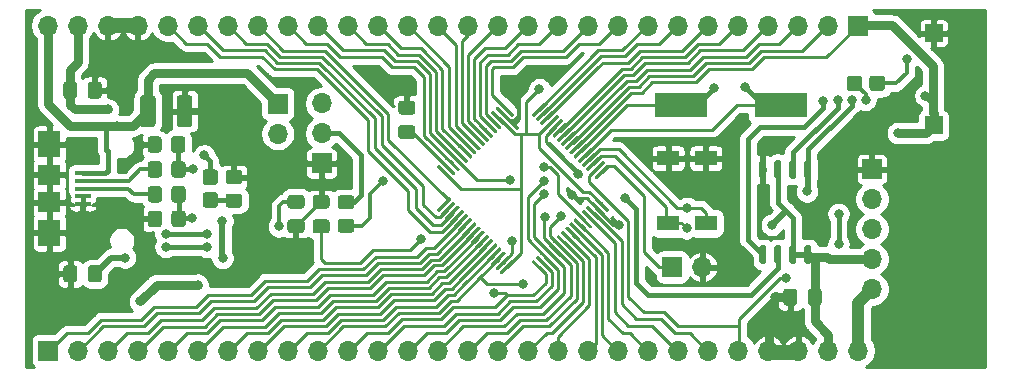
<source format=gbr>
%TF.GenerationSoftware,KiCad,Pcbnew,(5.1.10)-1*%
%TF.CreationDate,2021-08-29T21:18:50+07:00*%
%TF.ProjectId,stm32f405rgt6_Mini,73746d33-3266-4343-9035-726774365f4d,rev?*%
%TF.SameCoordinates,Original*%
%TF.FileFunction,Copper,L1,Top*%
%TF.FilePolarity,Positive*%
%FSLAX46Y46*%
G04 Gerber Fmt 4.6, Leading zero omitted, Abs format (unit mm)*
G04 Created by KiCad (PCBNEW (5.1.10)-1) date 2021-08-29 21:18:50*
%MOMM*%
%LPD*%
G01*
G04 APERTURE LIST*
%TA.AperFunction,ComponentPad*%
%ADD10R,1.700000X1.700000*%
%TD*%
%TA.AperFunction,ComponentPad*%
%ADD11O,1.700000X1.700000*%
%TD*%
%TA.AperFunction,SMDPad,CuDef*%
%ADD12R,1.900000X1.800000*%
%TD*%
%TA.AperFunction,SMDPad,CuDef*%
%ADD13R,1.900000X2.300000*%
%TD*%
%TA.AperFunction,SMDPad,CuDef*%
%ADD14R,1.400000X0.400000*%
%TD*%
%TA.AperFunction,SMDPad,CuDef*%
%ADD15R,4.500000X2.000000*%
%TD*%
%TA.AperFunction,SMDPad,CuDef*%
%ADD16R,1.900000X1.300000*%
%TD*%
%TA.AperFunction,SMDPad,CuDef*%
%ADD17R,1.500000X1.500000*%
%TD*%
%TA.AperFunction,ViaPad*%
%ADD18C,0.800000*%
%TD*%
%TA.AperFunction,Conductor*%
%ADD19C,0.250000*%
%TD*%
%TA.AperFunction,Conductor*%
%ADD20C,1.300000*%
%TD*%
%TA.AperFunction,Conductor*%
%ADD21C,0.500000*%
%TD*%
%TA.AperFunction,Conductor*%
%ADD22C,0.400000*%
%TD*%
%TA.AperFunction,Conductor*%
%ADD23C,0.300000*%
%TD*%
%TA.AperFunction,Conductor*%
%ADD24C,0.350000*%
%TD*%
%TA.AperFunction,Conductor*%
%ADD25C,0.750000*%
%TD*%
%TA.AperFunction,Conductor*%
%ADD26C,1.000000*%
%TD*%
%TA.AperFunction,Conductor*%
%ADD27C,0.450000*%
%TD*%
%TA.AperFunction,Conductor*%
%ADD28C,0.254000*%
%TD*%
%TA.AperFunction,Conductor*%
%ADD29C,0.100000*%
%TD*%
G04 APERTURE END LIST*
%TO.P,C2,1*%
%TO.N,GND*%
%TA.AperFunction,SMDPad,CuDef*%
G36*
G01*
X95361780Y-97781780D02*
X94411780Y-97781780D01*
G75*
G02*
X94161780Y-97531780I0J250000D01*
G01*
X94161780Y-96856780D01*
G75*
G02*
X94411780Y-96606780I250000J0D01*
G01*
X95361780Y-96606780D01*
G75*
G02*
X95611780Y-96856780I0J-250000D01*
G01*
X95611780Y-97531780D01*
G75*
G02*
X95361780Y-97781780I-250000J0D01*
G01*
G37*
%TD.AperFunction*%
%TO.P,C2,2*%
%TO.N,+3V3*%
%TA.AperFunction,SMDPad,CuDef*%
G36*
G01*
X95361780Y-95706780D02*
X94411780Y-95706780D01*
G75*
G02*
X94161780Y-95456780I0J250000D01*
G01*
X94161780Y-94781780D01*
G75*
G02*
X94411780Y-94531780I250000J0D01*
G01*
X95361780Y-94531780D01*
G75*
G02*
X95611780Y-94781780I0J-250000D01*
G01*
X95611780Y-95456780D01*
G75*
G02*
X95361780Y-95706780I-250000J0D01*
G01*
G37*
%TD.AperFunction*%
%TD*%
%TO.P,C4,1*%
%TO.N,GND*%
%TA.AperFunction,SMDPad,CuDef*%
G36*
G01*
X75194760Y-101699080D02*
X75194760Y-100749080D01*
G75*
G02*
X75444760Y-100499080I250000J0D01*
G01*
X76119760Y-100499080D01*
G75*
G02*
X76369760Y-100749080I0J-250000D01*
G01*
X76369760Y-101699080D01*
G75*
G02*
X76119760Y-101949080I-250000J0D01*
G01*
X75444760Y-101949080D01*
G75*
G02*
X75194760Y-101699080I0J250000D01*
G01*
G37*
%TD.AperFunction*%
%TO.P,C4,2*%
%TO.N,+3V3*%
%TA.AperFunction,SMDPad,CuDef*%
G36*
G01*
X77269760Y-101699080D02*
X77269760Y-100749080D01*
G75*
G02*
X77519760Y-100499080I250000J0D01*
G01*
X78194760Y-100499080D01*
G75*
G02*
X78444760Y-100749080I0J-250000D01*
G01*
X78444760Y-101699080D01*
G75*
G02*
X78194760Y-101949080I-250000J0D01*
G01*
X77519760Y-101949080D01*
G75*
G02*
X77269760Y-101699080I0J250000D01*
G01*
G37*
%TD.AperFunction*%
%TD*%
%TO.P,C5,1*%
%TO.N,+5V*%
%TA.AperFunction,SMDPad,CuDef*%
G36*
G01*
X81671200Y-88552202D02*
X81671200Y-86352198D01*
G75*
G02*
X81921198Y-86102200I249998J0D01*
G01*
X82746202Y-86102200D01*
G75*
G02*
X82996200Y-86352198I0J-249998D01*
G01*
X82996200Y-88552202D01*
G75*
G02*
X82746202Y-88802200I-249998J0D01*
G01*
X81921198Y-88802200D01*
G75*
G02*
X81671200Y-88552202I0J249998D01*
G01*
G37*
%TD.AperFunction*%
%TO.P,C5,2*%
%TO.N,GND*%
%TA.AperFunction,SMDPad,CuDef*%
G36*
G01*
X84796200Y-88552202D02*
X84796200Y-86352198D01*
G75*
G02*
X85046198Y-86102200I249998J0D01*
G01*
X85871202Y-86102200D01*
G75*
G02*
X86121200Y-86352198I0J-249998D01*
G01*
X86121200Y-88552202D01*
G75*
G02*
X85871202Y-88802200I-249998J0D01*
G01*
X85046198Y-88802200D01*
G75*
G02*
X84796200Y-88552202I0J249998D01*
G01*
G37*
%TD.AperFunction*%
%TD*%
%TO.P,C6,1*%
%TO.N,GND*%
%TA.AperFunction,SMDPad,CuDef*%
G36*
G01*
X78434600Y-85204280D02*
X78434600Y-86154280D01*
G75*
G02*
X78184600Y-86404280I-250000J0D01*
G01*
X77509600Y-86404280D01*
G75*
G02*
X77259600Y-86154280I0J250000D01*
G01*
X77259600Y-85204280D01*
G75*
G02*
X77509600Y-84954280I250000J0D01*
G01*
X78184600Y-84954280D01*
G75*
G02*
X78434600Y-85204280I0J-250000D01*
G01*
G37*
%TD.AperFunction*%
%TO.P,C6,2*%
%TO.N,+3V3*%
%TA.AperFunction,SMDPad,CuDef*%
G36*
G01*
X76359600Y-85204280D02*
X76359600Y-86154280D01*
G75*
G02*
X76109600Y-86404280I-250000J0D01*
G01*
X75434600Y-86404280D01*
G75*
G02*
X75184600Y-86154280I0J250000D01*
G01*
X75184600Y-85204280D01*
G75*
G02*
X75434600Y-84954280I250000J0D01*
G01*
X76109600Y-84954280D01*
G75*
G02*
X76359600Y-85204280I0J-250000D01*
G01*
G37*
%TD.AperFunction*%
%TD*%
%TO.P,C14,1*%
%TO.N,GND*%
%TA.AperFunction,SMDPad,CuDef*%
G36*
G01*
X136152220Y-103667580D02*
X136152220Y-102717580D01*
G75*
G02*
X136402220Y-102467580I250000J0D01*
G01*
X137077220Y-102467580D01*
G75*
G02*
X137327220Y-102717580I0J-250000D01*
G01*
X137327220Y-103667580D01*
G75*
G02*
X137077220Y-103917580I-250000J0D01*
G01*
X136402220Y-103917580D01*
G75*
G02*
X136152220Y-103667580I0J250000D01*
G01*
G37*
%TD.AperFunction*%
%TO.P,C14,2*%
%TO.N,+3V3*%
%TA.AperFunction,SMDPad,CuDef*%
G36*
G01*
X138227220Y-103667580D02*
X138227220Y-102717580D01*
G75*
G02*
X138477220Y-102467580I250000J0D01*
G01*
X139152220Y-102467580D01*
G75*
G02*
X139402220Y-102717580I0J-250000D01*
G01*
X139402220Y-103667580D01*
G75*
G02*
X139152220Y-103917580I-250000J0D01*
G01*
X138477220Y-103917580D01*
G75*
G02*
X138227220Y-103667580I0J250000D01*
G01*
G37*
%TD.AperFunction*%
%TD*%
%TO.P,C16,1*%
%TO.N,Net-(C16-Pad1)*%
%TA.AperFunction,SMDPad,CuDef*%
G36*
G01*
X104742000Y-89813800D02*
X103792000Y-89813800D01*
G75*
G02*
X103542000Y-89563800I0J250000D01*
G01*
X103542000Y-88888800D01*
G75*
G02*
X103792000Y-88638800I250000J0D01*
G01*
X104742000Y-88638800D01*
G75*
G02*
X104992000Y-88888800I0J-250000D01*
G01*
X104992000Y-89563800D01*
G75*
G02*
X104742000Y-89813800I-250000J0D01*
G01*
G37*
%TD.AperFunction*%
%TO.P,C16,2*%
%TO.N,GND*%
%TA.AperFunction,SMDPad,CuDef*%
G36*
G01*
X104742000Y-87738800D02*
X103792000Y-87738800D01*
G75*
G02*
X103542000Y-87488800I0J250000D01*
G01*
X103542000Y-86813800D01*
G75*
G02*
X103792000Y-86563800I250000J0D01*
G01*
X104742000Y-86563800D01*
G75*
G02*
X104992000Y-86813800I0J-250000D01*
G01*
X104992000Y-87488800D01*
G75*
G02*
X104742000Y-87738800I-250000J0D01*
G01*
G37*
%TD.AperFunction*%
%TD*%
%TO.P,C17,1*%
%TO.N,Net-(C17-Pad1)*%
%TA.AperFunction,SMDPad,CuDef*%
G36*
G01*
X97487760Y-97791940D02*
X96537760Y-97791940D01*
G75*
G02*
X96287760Y-97541940I0J250000D01*
G01*
X96287760Y-96866940D01*
G75*
G02*
X96537760Y-96616940I250000J0D01*
G01*
X97487760Y-96616940D01*
G75*
G02*
X97737760Y-96866940I0J-250000D01*
G01*
X97737760Y-97541940D01*
G75*
G02*
X97487760Y-97791940I-250000J0D01*
G01*
G37*
%TD.AperFunction*%
%TO.P,C17,2*%
%TO.N,GND*%
%TA.AperFunction,SMDPad,CuDef*%
G36*
G01*
X97487760Y-95716940D02*
X96537760Y-95716940D01*
G75*
G02*
X96287760Y-95466940I0J250000D01*
G01*
X96287760Y-94791940D01*
G75*
G02*
X96537760Y-94541940I250000J0D01*
G01*
X97487760Y-94541940D01*
G75*
G02*
X97737760Y-94791940I0J-250000D01*
G01*
X97737760Y-95466940D01*
G75*
G02*
X97487760Y-95716940I-250000J0D01*
G01*
G37*
%TD.AperFunction*%
%TD*%
%TO.P,PC13_LED,2*%
%TO.N,Net-(D1-Pad2)*%
%TA.AperFunction,SMDPad,CuDef*%
G36*
G01*
X142836620Y-84697619D02*
X142836620Y-85497621D01*
G75*
G02*
X142586621Y-85747620I-249999J0D01*
G01*
X141761619Y-85747620D01*
G75*
G02*
X141511620Y-85497621I0J249999D01*
G01*
X141511620Y-84697619D01*
G75*
G02*
X141761619Y-84447620I249999J0D01*
G01*
X142586621Y-84447620D01*
G75*
G02*
X142836620Y-84697619I0J-249999D01*
G01*
G37*
%TD.AperFunction*%
%TO.P,PC13_LED,1*%
%TO.N,PC13*%
%TA.AperFunction,SMDPad,CuDef*%
G36*
G01*
X144761620Y-84697619D02*
X144761620Y-85497621D01*
G75*
G02*
X144511621Y-85747620I-249999J0D01*
G01*
X143686619Y-85747620D01*
G75*
G02*
X143436620Y-85497621I0J249999D01*
G01*
X143436620Y-84697619D01*
G75*
G02*
X143686619Y-84447620I249999J0D01*
G01*
X144511621Y-84447620D01*
G75*
G02*
X144761620Y-84697619I0J-249999D01*
G01*
G37*
%TD.AperFunction*%
%TD*%
%TO.P,PWR,1*%
%TO.N,+3V3*%
%TA.AperFunction,SMDPad,CuDef*%
G36*
G01*
X87227459Y-92375320D02*
X88027461Y-92375320D01*
G75*
G02*
X88277460Y-92625319I0J-249999D01*
G01*
X88277460Y-93450321D01*
G75*
G02*
X88027461Y-93700320I-249999J0D01*
G01*
X87227459Y-93700320D01*
G75*
G02*
X86977460Y-93450321I0J249999D01*
G01*
X86977460Y-92625319D01*
G75*
G02*
X87227459Y-92375320I249999J0D01*
G01*
G37*
%TD.AperFunction*%
%TO.P,PWR,2*%
%TO.N,Net-(D2-Pad2)*%
%TA.AperFunction,SMDPad,CuDef*%
G36*
G01*
X87227459Y-94300320D02*
X88027461Y-94300320D01*
G75*
G02*
X88277460Y-94550319I0J-249999D01*
G01*
X88277460Y-95375321D01*
G75*
G02*
X88027461Y-95625320I-249999J0D01*
G01*
X87227459Y-95625320D01*
G75*
G02*
X86977460Y-95375321I0J249999D01*
G01*
X86977460Y-94550319D01*
G75*
G02*
X87227459Y-94300320I249999J0D01*
G01*
G37*
%TD.AperFunction*%
%TD*%
D10*
%TO.P,SWD PROG,1*%
%TO.N,GND*%
X143654780Y-92351860D03*
D11*
%TO.P,SWD PROG,2*%
%TO.N,PA14*%
X143654780Y-94891860D03*
%TO.P,SWD PROG,3*%
%TO.N,PA13*%
X143654780Y-97431860D03*
%TO.P,SWD PROG,4*%
%TO.N,+3V3*%
X143654780Y-99971860D03*
%TO.P,SWD PROG,5*%
%TO.N,+5V*%
X143654780Y-102511860D03*
%TD*%
D12*
%TO.P,USB,6*%
%TO.N,GND*%
X73995760Y-95150320D03*
X73995760Y-92850320D03*
D13*
X73995760Y-97750320D03*
X73995760Y-90250320D03*
D14*
%TO.P,USB,5*%
X76845760Y-95300320D03*
%TO.P,USB,4*%
X76845760Y-94650320D03*
%TO.P,USB,3*%
%TO.N,Net-(J3-Pad3)*%
X76845760Y-94000320D03*
%TO.P,USB,2*%
%TO.N,Net-(J3-Pad2)*%
X76845760Y-93350320D03*
%TO.P,USB,1*%
%TO.N,+5V*%
X76845760Y-92700320D03*
%TD*%
D11*
%TO.P,VBat,2*%
%TO.N,GND*%
X129273300Y-100647500D03*
D10*
%TO.P,VBat,1*%
%TO.N,VBat*%
X126733300Y-100647500D03*
%TD*%
%TO.P,5V_IN,1*%
%TO.N,+5V*%
X93345000Y-86817200D03*
D11*
%TO.P,5V_IN,2*%
%TO.N,Net-(J14-Pad2)*%
X93345000Y-89357200D03*
%TD*%
%TO.P,R1,1*%
%TO.N,PA12*%
%TA.AperFunction,SMDPad,CuDef*%
G36*
G01*
X85547000Y-94032919D02*
X85547000Y-94932921D01*
G75*
G02*
X85297001Y-95182920I-249999J0D01*
G01*
X84596999Y-95182920D01*
G75*
G02*
X84347000Y-94932921I0J249999D01*
G01*
X84347000Y-94032919D01*
G75*
G02*
X84596999Y-93782920I249999J0D01*
G01*
X85297001Y-93782920D01*
G75*
G02*
X85547000Y-94032919I0J-249999D01*
G01*
G37*
%TD.AperFunction*%
%TO.P,R1,2*%
%TO.N,Net-(J3-Pad3)*%
%TA.AperFunction,SMDPad,CuDef*%
G36*
G01*
X83547000Y-94032919D02*
X83547000Y-94932921D01*
G75*
G02*
X83297001Y-95182920I-249999J0D01*
G01*
X82596999Y-95182920D01*
G75*
G02*
X82347000Y-94932921I0J249999D01*
G01*
X82347000Y-94032919D01*
G75*
G02*
X82596999Y-93782920I249999J0D01*
G01*
X83297001Y-93782920D01*
G75*
G02*
X83547000Y-94032919I0J-249999D01*
G01*
G37*
%TD.AperFunction*%
%TD*%
%TO.P,R2,2*%
%TO.N,Net-(J3-Pad2)*%
%TA.AperFunction,SMDPad,CuDef*%
G36*
G01*
X83536840Y-91929799D02*
X83536840Y-92829801D01*
G75*
G02*
X83286841Y-93079800I-249999J0D01*
G01*
X82586839Y-93079800D01*
G75*
G02*
X82336840Y-92829801I0J249999D01*
G01*
X82336840Y-91929799D01*
G75*
G02*
X82586839Y-91679800I249999J0D01*
G01*
X83286841Y-91679800D01*
G75*
G02*
X83536840Y-91929799I0J-249999D01*
G01*
G37*
%TD.AperFunction*%
%TO.P,R2,1*%
%TO.N,PA11*%
%TA.AperFunction,SMDPad,CuDef*%
G36*
G01*
X85536840Y-91929799D02*
X85536840Y-92829801D01*
G75*
G02*
X85286841Y-93079800I-249999J0D01*
G01*
X84586839Y-93079800D01*
G75*
G02*
X84336840Y-92829801I0J249999D01*
G01*
X84336840Y-91929799D01*
G75*
G02*
X84586839Y-91679800I249999J0D01*
G01*
X85286841Y-91679800D01*
G75*
G02*
X85536840Y-91929799I0J-249999D01*
G01*
G37*
%TD.AperFunction*%
%TD*%
%TO.P,R4,1*%
%TO.N,PA11*%
%TA.AperFunction,SMDPad,CuDef*%
G36*
G01*
X85521600Y-89821599D02*
X85521600Y-90721601D01*
G75*
G02*
X85271601Y-90971600I-249999J0D01*
G01*
X84571599Y-90971600D01*
G75*
G02*
X84321600Y-90721601I0J249999D01*
G01*
X84321600Y-89821599D01*
G75*
G02*
X84571599Y-89571600I249999J0D01*
G01*
X85271601Y-89571600D01*
G75*
G02*
X85521600Y-89821599I0J-249999D01*
G01*
G37*
%TD.AperFunction*%
%TO.P,R4,2*%
%TO.N,GND*%
%TA.AperFunction,SMDPad,CuDef*%
G36*
G01*
X83521600Y-89821599D02*
X83521600Y-90721601D01*
G75*
G02*
X83271601Y-90971600I-249999J0D01*
G01*
X82571599Y-90971600D01*
G75*
G02*
X82321600Y-90721601I0J249999D01*
G01*
X82321600Y-89821599D01*
G75*
G02*
X82571599Y-89571600I249999J0D01*
G01*
X83271601Y-89571600D01*
G75*
G02*
X83521600Y-89821599I0J-249999D01*
G01*
G37*
%TD.AperFunction*%
%TD*%
%TO.P,R5,2*%
%TO.N,GND*%
%TA.AperFunction,SMDPad,CuDef*%
G36*
G01*
X83547000Y-96120799D02*
X83547000Y-97020801D01*
G75*
G02*
X83297001Y-97270800I-249999J0D01*
G01*
X82596999Y-97270800D01*
G75*
G02*
X82347000Y-97020801I0J249999D01*
G01*
X82347000Y-96120799D01*
G75*
G02*
X82596999Y-95870800I249999J0D01*
G01*
X83297001Y-95870800D01*
G75*
G02*
X83547000Y-96120799I0J-249999D01*
G01*
G37*
%TD.AperFunction*%
%TO.P,R5,1*%
%TO.N,PA12*%
%TA.AperFunction,SMDPad,CuDef*%
G36*
G01*
X85547000Y-96120799D02*
X85547000Y-97020801D01*
G75*
G02*
X85297001Y-97270800I-249999J0D01*
G01*
X84596999Y-97270800D01*
G75*
G02*
X84347000Y-97020801I0J249999D01*
G01*
X84347000Y-96120799D01*
G75*
G02*
X84596999Y-95870800I249999J0D01*
G01*
X85297001Y-95870800D01*
G75*
G02*
X85547000Y-96120799I0J-249999D01*
G01*
G37*
%TD.AperFunction*%
%TD*%
%TO.P,R6,1*%
%TO.N,GND*%
%TA.AperFunction,SMDPad,CuDef*%
G36*
G01*
X89184059Y-92423180D02*
X90084061Y-92423180D01*
G75*
G02*
X90334060Y-92673179I0J-249999D01*
G01*
X90334060Y-93373181D01*
G75*
G02*
X90084061Y-93623180I-249999J0D01*
G01*
X89184059Y-93623180D01*
G75*
G02*
X88934060Y-93373181I0J249999D01*
G01*
X88934060Y-92673179D01*
G75*
G02*
X89184059Y-92423180I249999J0D01*
G01*
G37*
%TD.AperFunction*%
%TO.P,R6,2*%
%TO.N,Net-(D2-Pad2)*%
%TA.AperFunction,SMDPad,CuDef*%
G36*
G01*
X89184059Y-94423180D02*
X90084061Y-94423180D01*
G75*
G02*
X90334060Y-94673179I0J-249999D01*
G01*
X90334060Y-95373181D01*
G75*
G02*
X90084061Y-95623180I-249999J0D01*
G01*
X89184059Y-95623180D01*
G75*
G02*
X88934060Y-95373181I0J249999D01*
G01*
X88934060Y-94673179D01*
G75*
G02*
X89184059Y-94423180I249999J0D01*
G01*
G37*
%TD.AperFunction*%
%TD*%
%TO.P,R9,2*%
%TO.N,Net-(J1-Pad2)*%
%TA.AperFunction,SMDPad,CuDef*%
G36*
G01*
X99570961Y-95759320D02*
X98670959Y-95759320D01*
G75*
G02*
X98420960Y-95509321I0J249999D01*
G01*
X98420960Y-94809319D01*
G75*
G02*
X98670959Y-94559320I249999J0D01*
G01*
X99570961Y-94559320D01*
G75*
G02*
X99820960Y-94809319I0J-249999D01*
G01*
X99820960Y-95509321D01*
G75*
G02*
X99570961Y-95759320I-249999J0D01*
G01*
G37*
%TD.AperFunction*%
%TO.P,R9,1*%
%TO.N,Net-(R9-Pad1)*%
%TA.AperFunction,SMDPad,CuDef*%
G36*
G01*
X99570961Y-97759320D02*
X98670959Y-97759320D01*
G75*
G02*
X98420960Y-97509321I0J249999D01*
G01*
X98420960Y-96809319D01*
G75*
G02*
X98670959Y-96559320I249999J0D01*
G01*
X99570961Y-96559320D01*
G75*
G02*
X99820960Y-96809319I0J-249999D01*
G01*
X99820960Y-97509321D01*
G75*
G02*
X99570961Y-97759320I-249999J0D01*
G01*
G37*
%TD.AperFunction*%
%TD*%
%TO.P,STM32F405RG,1*%
%TO.N,VBat*%
%TA.AperFunction,SMDPad,CuDef*%
G36*
G01*
X121262255Y-92023779D02*
X121368321Y-92129845D01*
G75*
G02*
X121368321Y-92235911I-53033J-53033D01*
G01*
X120378371Y-93225861D01*
G75*
G02*
X120272305Y-93225861I-53033J53033D01*
G01*
X120166239Y-93119795D01*
G75*
G02*
X120166239Y-93013729I53033J53033D01*
G01*
X121156189Y-92023779D01*
G75*
G02*
X121262255Y-92023779I53033J-53033D01*
G01*
G37*
%TD.AperFunction*%
%TO.P,STM32F405RG,2*%
%TO.N,PC13*%
%TA.AperFunction,SMDPad,CuDef*%
G36*
G01*
X120908702Y-91670226D02*
X121014768Y-91776292D01*
G75*
G02*
X121014768Y-91882358I-53033J-53033D01*
G01*
X120024818Y-92872308D01*
G75*
G02*
X119918752Y-92872308I-53033J53033D01*
G01*
X119812686Y-92766242D01*
G75*
G02*
X119812686Y-92660176I53033J53033D01*
G01*
X120802636Y-91670226D01*
G75*
G02*
X120908702Y-91670226I53033J-53033D01*
G01*
G37*
%TD.AperFunction*%
%TO.P,STM32F405RG,3*%
%TO.N,Net-(C12-Pad1)*%
%TA.AperFunction,SMDPad,CuDef*%
G36*
G01*
X120555149Y-91316673D02*
X120661215Y-91422739D01*
G75*
G02*
X120661215Y-91528805I-53033J-53033D01*
G01*
X119671265Y-92518755D01*
G75*
G02*
X119565199Y-92518755I-53033J53033D01*
G01*
X119459133Y-92412689D01*
G75*
G02*
X119459133Y-92306623I53033J53033D01*
G01*
X120449083Y-91316673D01*
G75*
G02*
X120555149Y-91316673I53033J-53033D01*
G01*
G37*
%TD.AperFunction*%
%TO.P,STM32F405RG,4*%
%TO.N,Net-(C13-Pad1)*%
%TA.AperFunction,SMDPad,CuDef*%
G36*
G01*
X120201595Y-90963119D02*
X120307661Y-91069185D01*
G75*
G02*
X120307661Y-91175251I-53033J-53033D01*
G01*
X119317711Y-92165201D01*
G75*
G02*
X119211645Y-92165201I-53033J53033D01*
G01*
X119105579Y-92059135D01*
G75*
G02*
X119105579Y-91953069I53033J53033D01*
G01*
X120095529Y-90963119D01*
G75*
G02*
X120201595Y-90963119I53033J-53033D01*
G01*
G37*
%TD.AperFunction*%
%TO.P,STM32F405RG,5*%
%TO.N,Net-(C9-Pad1)*%
%TA.AperFunction,SMDPad,CuDef*%
G36*
G01*
X119848042Y-90609566D02*
X119954108Y-90715632D01*
G75*
G02*
X119954108Y-90821698I-53033J-53033D01*
G01*
X118964158Y-91811648D01*
G75*
G02*
X118858092Y-91811648I-53033J53033D01*
G01*
X118752026Y-91705582D01*
G75*
G02*
X118752026Y-91599516I53033J53033D01*
G01*
X119741976Y-90609566D01*
G75*
G02*
X119848042Y-90609566I53033J-53033D01*
G01*
G37*
%TD.AperFunction*%
%TO.P,STM32F405RG,6*%
%TO.N,Net-(C10-Pad1)*%
%TA.AperFunction,SMDPad,CuDef*%
G36*
G01*
X119494488Y-90256012D02*
X119600554Y-90362078D01*
G75*
G02*
X119600554Y-90468144I-53033J-53033D01*
G01*
X118610604Y-91458094D01*
G75*
G02*
X118504538Y-91458094I-53033J53033D01*
G01*
X118398472Y-91352028D01*
G75*
G02*
X118398472Y-91245962I53033J53033D01*
G01*
X119388422Y-90256012D01*
G75*
G02*
X119494488Y-90256012I53033J-53033D01*
G01*
G37*
%TD.AperFunction*%
%TO.P,STM32F405RG,7*%
%TO.N,Reset*%
%TA.AperFunction,SMDPad,CuDef*%
G36*
G01*
X119140935Y-89902459D02*
X119247001Y-90008525D01*
G75*
G02*
X119247001Y-90114591I-53033J-53033D01*
G01*
X118257051Y-91104541D01*
G75*
G02*
X118150985Y-91104541I-53033J53033D01*
G01*
X118044919Y-90998475D01*
G75*
G02*
X118044919Y-90892409I53033J53033D01*
G01*
X119034869Y-89902459D01*
G75*
G02*
X119140935Y-89902459I53033J-53033D01*
G01*
G37*
%TD.AperFunction*%
%TO.P,STM32F405RG,8*%
%TO.N,PC0*%
%TA.AperFunction,SMDPad,CuDef*%
G36*
G01*
X118787382Y-89548906D02*
X118893448Y-89654972D01*
G75*
G02*
X118893448Y-89761038I-53033J-53033D01*
G01*
X117903498Y-90750988D01*
G75*
G02*
X117797432Y-90750988I-53033J53033D01*
G01*
X117691366Y-90644922D01*
G75*
G02*
X117691366Y-90538856I53033J53033D01*
G01*
X118681316Y-89548906D01*
G75*
G02*
X118787382Y-89548906I53033J-53033D01*
G01*
G37*
%TD.AperFunction*%
%TO.P,STM32F405RG,9*%
%TO.N,PC1*%
%TA.AperFunction,SMDPad,CuDef*%
G36*
G01*
X118433828Y-89195352D02*
X118539894Y-89301418D01*
G75*
G02*
X118539894Y-89407484I-53033J-53033D01*
G01*
X117549944Y-90397434D01*
G75*
G02*
X117443878Y-90397434I-53033J53033D01*
G01*
X117337812Y-90291368D01*
G75*
G02*
X117337812Y-90185302I53033J53033D01*
G01*
X118327762Y-89195352D01*
G75*
G02*
X118433828Y-89195352I53033J-53033D01*
G01*
G37*
%TD.AperFunction*%
%TO.P,STM32F405RG,10*%
%TO.N,PC2*%
%TA.AperFunction,SMDPad,CuDef*%
G36*
G01*
X118080275Y-88841799D02*
X118186341Y-88947865D01*
G75*
G02*
X118186341Y-89053931I-53033J-53033D01*
G01*
X117196391Y-90043881D01*
G75*
G02*
X117090325Y-90043881I-53033J53033D01*
G01*
X116984259Y-89937815D01*
G75*
G02*
X116984259Y-89831749I53033J53033D01*
G01*
X117974209Y-88841799D01*
G75*
G02*
X118080275Y-88841799I53033J-53033D01*
G01*
G37*
%TD.AperFunction*%
%TO.P,STM32F405RG,11*%
%TO.N,PC3*%
%TA.AperFunction,SMDPad,CuDef*%
G36*
G01*
X117726722Y-88488246D02*
X117832788Y-88594312D01*
G75*
G02*
X117832788Y-88700378I-53033J-53033D01*
G01*
X116842838Y-89690328D01*
G75*
G02*
X116736772Y-89690328I-53033J53033D01*
G01*
X116630706Y-89584262D01*
G75*
G02*
X116630706Y-89478196I53033J53033D01*
G01*
X117620656Y-88488246D01*
G75*
G02*
X117726722Y-88488246I53033J-53033D01*
G01*
G37*
%TD.AperFunction*%
%TO.P,STM32F405RG,12*%
%TO.N,GND*%
%TA.AperFunction,SMDPad,CuDef*%
G36*
G01*
X117373168Y-88134692D02*
X117479234Y-88240758D01*
G75*
G02*
X117479234Y-88346824I-53033J-53033D01*
G01*
X116489284Y-89336774D01*
G75*
G02*
X116383218Y-89336774I-53033J53033D01*
G01*
X116277152Y-89230708D01*
G75*
G02*
X116277152Y-89124642I53033J53033D01*
G01*
X117267102Y-88134692D01*
G75*
G02*
X117373168Y-88134692I53033J-53033D01*
G01*
G37*
%TD.AperFunction*%
%TO.P,STM32F405RG,13*%
%TO.N,+3V3*%
%TA.AperFunction,SMDPad,CuDef*%
G36*
G01*
X117019615Y-87781139D02*
X117125681Y-87887205D01*
G75*
G02*
X117125681Y-87993271I-53033J-53033D01*
G01*
X116135731Y-88983221D01*
G75*
G02*
X116029665Y-88983221I-53033J53033D01*
G01*
X115923599Y-88877155D01*
G75*
G02*
X115923599Y-88771089I53033J53033D01*
G01*
X116913549Y-87781139D01*
G75*
G02*
X117019615Y-87781139I53033J-53033D01*
G01*
G37*
%TD.AperFunction*%
%TO.P,STM32F405RG,14*%
%TO.N,PA0*%
%TA.AperFunction,SMDPad,CuDef*%
G36*
G01*
X116666061Y-87427585D02*
X116772127Y-87533651D01*
G75*
G02*
X116772127Y-87639717I-53033J-53033D01*
G01*
X115782177Y-88629667D01*
G75*
G02*
X115676111Y-88629667I-53033J53033D01*
G01*
X115570045Y-88523601D01*
G75*
G02*
X115570045Y-88417535I53033J53033D01*
G01*
X116559995Y-87427585D01*
G75*
G02*
X116666061Y-87427585I53033J-53033D01*
G01*
G37*
%TD.AperFunction*%
%TO.P,STM32F405RG,15*%
%TO.N,PA1*%
%TA.AperFunction,SMDPad,CuDef*%
G36*
G01*
X116312508Y-87074032D02*
X116418574Y-87180098D01*
G75*
G02*
X116418574Y-87286164I-53033J-53033D01*
G01*
X115428624Y-88276114D01*
G75*
G02*
X115322558Y-88276114I-53033J53033D01*
G01*
X115216492Y-88170048D01*
G75*
G02*
X115216492Y-88063982I53033J53033D01*
G01*
X116206442Y-87074032D01*
G75*
G02*
X116312508Y-87074032I53033J-53033D01*
G01*
G37*
%TD.AperFunction*%
%TO.P,STM32F405RG,16*%
%TO.N,PA2*%
%TA.AperFunction,SMDPad,CuDef*%
G36*
G01*
X115958955Y-86720479D02*
X116065021Y-86826545D01*
G75*
G02*
X116065021Y-86932611I-53033J-53033D01*
G01*
X115075071Y-87922561D01*
G75*
G02*
X114969005Y-87922561I-53033J53033D01*
G01*
X114862939Y-87816495D01*
G75*
G02*
X114862939Y-87710429I53033J53033D01*
G01*
X115852889Y-86720479D01*
G75*
G02*
X115958955Y-86720479I53033J-53033D01*
G01*
G37*
%TD.AperFunction*%
%TO.P,STM32F405RG,17*%
%TO.N,PA3*%
%TA.AperFunction,SMDPad,CuDef*%
G36*
G01*
X112352709Y-86720479D02*
X113342659Y-87710429D01*
G75*
G02*
X113342659Y-87816495I-53033J-53033D01*
G01*
X113236593Y-87922561D01*
G75*
G02*
X113130527Y-87922561I-53033J53033D01*
G01*
X112140577Y-86932611D01*
G75*
G02*
X112140577Y-86826545I53033J53033D01*
G01*
X112246643Y-86720479D01*
G75*
G02*
X112352709Y-86720479I53033J-53033D01*
G01*
G37*
%TD.AperFunction*%
%TO.P,STM32F405RG,18*%
%TO.N,GND*%
%TA.AperFunction,SMDPad,CuDef*%
G36*
G01*
X111999156Y-87074032D02*
X112989106Y-88063982D01*
G75*
G02*
X112989106Y-88170048I-53033J-53033D01*
G01*
X112883040Y-88276114D01*
G75*
G02*
X112776974Y-88276114I-53033J53033D01*
G01*
X111787024Y-87286164D01*
G75*
G02*
X111787024Y-87180098I53033J53033D01*
G01*
X111893090Y-87074032D01*
G75*
G02*
X111999156Y-87074032I53033J-53033D01*
G01*
G37*
%TD.AperFunction*%
%TO.P,STM32F405RG,19*%
%TO.N,+3V3*%
%TA.AperFunction,SMDPad,CuDef*%
G36*
G01*
X111645603Y-87427585D02*
X112635553Y-88417535D01*
G75*
G02*
X112635553Y-88523601I-53033J-53033D01*
G01*
X112529487Y-88629667D01*
G75*
G02*
X112423421Y-88629667I-53033J53033D01*
G01*
X111433471Y-87639717D01*
G75*
G02*
X111433471Y-87533651I53033J53033D01*
G01*
X111539537Y-87427585D01*
G75*
G02*
X111645603Y-87427585I53033J-53033D01*
G01*
G37*
%TD.AperFunction*%
%TO.P,STM32F405RG,20*%
%TO.N,PA4*%
%TA.AperFunction,SMDPad,CuDef*%
G36*
G01*
X111292049Y-87781139D02*
X112281999Y-88771089D01*
G75*
G02*
X112281999Y-88877155I-53033J-53033D01*
G01*
X112175933Y-88983221D01*
G75*
G02*
X112069867Y-88983221I-53033J53033D01*
G01*
X111079917Y-87993271D01*
G75*
G02*
X111079917Y-87887205I53033J53033D01*
G01*
X111185983Y-87781139D01*
G75*
G02*
X111292049Y-87781139I53033J-53033D01*
G01*
G37*
%TD.AperFunction*%
%TO.P,STM32F405RG,21*%
%TO.N,PA5*%
%TA.AperFunction,SMDPad,CuDef*%
G36*
G01*
X110938496Y-88134692D02*
X111928446Y-89124642D01*
G75*
G02*
X111928446Y-89230708I-53033J-53033D01*
G01*
X111822380Y-89336774D01*
G75*
G02*
X111716314Y-89336774I-53033J53033D01*
G01*
X110726364Y-88346824D01*
G75*
G02*
X110726364Y-88240758I53033J53033D01*
G01*
X110832430Y-88134692D01*
G75*
G02*
X110938496Y-88134692I53033J-53033D01*
G01*
G37*
%TD.AperFunction*%
%TO.P,STM32F405RG,22*%
%TO.N,PA6*%
%TA.AperFunction,SMDPad,CuDef*%
G36*
G01*
X110584942Y-88488246D02*
X111574892Y-89478196D01*
G75*
G02*
X111574892Y-89584262I-53033J-53033D01*
G01*
X111468826Y-89690328D01*
G75*
G02*
X111362760Y-89690328I-53033J53033D01*
G01*
X110372810Y-88700378D01*
G75*
G02*
X110372810Y-88594312I53033J53033D01*
G01*
X110478876Y-88488246D01*
G75*
G02*
X110584942Y-88488246I53033J-53033D01*
G01*
G37*
%TD.AperFunction*%
%TO.P,STM32F405RG,23*%
%TO.N,PA7*%
%TA.AperFunction,SMDPad,CuDef*%
G36*
G01*
X110231389Y-88841799D02*
X111221339Y-89831749D01*
G75*
G02*
X111221339Y-89937815I-53033J-53033D01*
G01*
X111115273Y-90043881D01*
G75*
G02*
X111009207Y-90043881I-53033J53033D01*
G01*
X110019257Y-89053931D01*
G75*
G02*
X110019257Y-88947865I53033J53033D01*
G01*
X110125323Y-88841799D01*
G75*
G02*
X110231389Y-88841799I53033J-53033D01*
G01*
G37*
%TD.AperFunction*%
%TO.P,STM32F405RG,24*%
%TO.N,PC4*%
%TA.AperFunction,SMDPad,CuDef*%
G36*
G01*
X109877836Y-89195352D02*
X110867786Y-90185302D01*
G75*
G02*
X110867786Y-90291368I-53033J-53033D01*
G01*
X110761720Y-90397434D01*
G75*
G02*
X110655654Y-90397434I-53033J53033D01*
G01*
X109665704Y-89407484D01*
G75*
G02*
X109665704Y-89301418I53033J53033D01*
G01*
X109771770Y-89195352D01*
G75*
G02*
X109877836Y-89195352I53033J-53033D01*
G01*
G37*
%TD.AperFunction*%
%TO.P,STM32F405RG,25*%
%TO.N,PC5*%
%TA.AperFunction,SMDPad,CuDef*%
G36*
G01*
X109524282Y-89548906D02*
X110514232Y-90538856D01*
G75*
G02*
X110514232Y-90644922I-53033J-53033D01*
G01*
X110408166Y-90750988D01*
G75*
G02*
X110302100Y-90750988I-53033J53033D01*
G01*
X109312150Y-89761038D01*
G75*
G02*
X109312150Y-89654972I53033J53033D01*
G01*
X109418216Y-89548906D01*
G75*
G02*
X109524282Y-89548906I53033J-53033D01*
G01*
G37*
%TD.AperFunction*%
%TO.P,STM32F405RG,26*%
%TO.N,PB0*%
%TA.AperFunction,SMDPad,CuDef*%
G36*
G01*
X109170729Y-89902459D02*
X110160679Y-90892409D01*
G75*
G02*
X110160679Y-90998475I-53033J-53033D01*
G01*
X110054613Y-91104541D01*
G75*
G02*
X109948547Y-91104541I-53033J53033D01*
G01*
X108958597Y-90114591D01*
G75*
G02*
X108958597Y-90008525I53033J53033D01*
G01*
X109064663Y-89902459D01*
G75*
G02*
X109170729Y-89902459I53033J-53033D01*
G01*
G37*
%TD.AperFunction*%
%TO.P,STM32F405RG,27*%
%TO.N,PB1*%
%TA.AperFunction,SMDPad,CuDef*%
G36*
G01*
X108817176Y-90256012D02*
X109807126Y-91245962D01*
G75*
G02*
X109807126Y-91352028I-53033J-53033D01*
G01*
X109701060Y-91458094D01*
G75*
G02*
X109594994Y-91458094I-53033J53033D01*
G01*
X108605044Y-90468144D01*
G75*
G02*
X108605044Y-90362078I53033J53033D01*
G01*
X108711110Y-90256012D01*
G75*
G02*
X108817176Y-90256012I53033J-53033D01*
G01*
G37*
%TD.AperFunction*%
%TO.P,STM32F405RG,28*%
%TO.N,PB2*%
%TA.AperFunction,SMDPad,CuDef*%
G36*
G01*
X108463622Y-90609566D02*
X109453572Y-91599516D01*
G75*
G02*
X109453572Y-91705582I-53033J-53033D01*
G01*
X109347506Y-91811648D01*
G75*
G02*
X109241440Y-91811648I-53033J53033D01*
G01*
X108251490Y-90821698D01*
G75*
G02*
X108251490Y-90715632I53033J53033D01*
G01*
X108357556Y-90609566D01*
G75*
G02*
X108463622Y-90609566I53033J-53033D01*
G01*
G37*
%TD.AperFunction*%
%TO.P,STM32F405RG,29*%
%TO.N,PB10*%
%TA.AperFunction,SMDPad,CuDef*%
G36*
G01*
X108110069Y-90963119D02*
X109100019Y-91953069D01*
G75*
G02*
X109100019Y-92059135I-53033J-53033D01*
G01*
X108993953Y-92165201D01*
G75*
G02*
X108887887Y-92165201I-53033J53033D01*
G01*
X107897937Y-91175251D01*
G75*
G02*
X107897937Y-91069185I53033J53033D01*
G01*
X108004003Y-90963119D01*
G75*
G02*
X108110069Y-90963119I53033J-53033D01*
G01*
G37*
%TD.AperFunction*%
%TO.P,STM32F405RG,30*%
%TO.N,PB11*%
%TA.AperFunction,SMDPad,CuDef*%
G36*
G01*
X107756515Y-91316673D02*
X108746465Y-92306623D01*
G75*
G02*
X108746465Y-92412689I-53033J-53033D01*
G01*
X108640399Y-92518755D01*
G75*
G02*
X108534333Y-92518755I-53033J53033D01*
G01*
X107544383Y-91528805D01*
G75*
G02*
X107544383Y-91422739I53033J53033D01*
G01*
X107650449Y-91316673D01*
G75*
G02*
X107756515Y-91316673I53033J-53033D01*
G01*
G37*
%TD.AperFunction*%
%TO.P,STM32F405RG,31*%
%TO.N,Net-(C16-Pad1)*%
%TA.AperFunction,SMDPad,CuDef*%
G36*
G01*
X107402962Y-91670226D02*
X108392912Y-92660176D01*
G75*
G02*
X108392912Y-92766242I-53033J-53033D01*
G01*
X108286846Y-92872308D01*
G75*
G02*
X108180780Y-92872308I-53033J53033D01*
G01*
X107190830Y-91882358D01*
G75*
G02*
X107190830Y-91776292I53033J53033D01*
G01*
X107296896Y-91670226D01*
G75*
G02*
X107402962Y-91670226I53033J-53033D01*
G01*
G37*
%TD.AperFunction*%
%TO.P,STM32F405RG,32*%
%TO.N,+3V3*%
%TA.AperFunction,SMDPad,CuDef*%
G36*
G01*
X107049409Y-92023779D02*
X108039359Y-93013729D01*
G75*
G02*
X108039359Y-93119795I-53033J-53033D01*
G01*
X107933293Y-93225861D01*
G75*
G02*
X107827227Y-93225861I-53033J53033D01*
G01*
X106837277Y-92235911D01*
G75*
G02*
X106837277Y-92129845I53033J53033D01*
G01*
X106943343Y-92023779D01*
G75*
G02*
X107049409Y-92023779I53033J-53033D01*
G01*
G37*
%TD.AperFunction*%
%TO.P,STM32F405RG,33*%
%TO.N,PB12*%
%TA.AperFunction,SMDPad,CuDef*%
G36*
G01*
X107933293Y-94746141D02*
X108039359Y-94852207D01*
G75*
G02*
X108039359Y-94958273I-53033J-53033D01*
G01*
X107049409Y-95948223D01*
G75*
G02*
X106943343Y-95948223I-53033J53033D01*
G01*
X106837277Y-95842157D01*
G75*
G02*
X106837277Y-95736091I53033J53033D01*
G01*
X107827227Y-94746141D01*
G75*
G02*
X107933293Y-94746141I53033J-53033D01*
G01*
G37*
%TD.AperFunction*%
%TO.P,STM32F405RG,34*%
%TO.N,PB13*%
%TA.AperFunction,SMDPad,CuDef*%
G36*
G01*
X108286846Y-95099694D02*
X108392912Y-95205760D01*
G75*
G02*
X108392912Y-95311826I-53033J-53033D01*
G01*
X107402962Y-96301776D01*
G75*
G02*
X107296896Y-96301776I-53033J53033D01*
G01*
X107190830Y-96195710D01*
G75*
G02*
X107190830Y-96089644I53033J53033D01*
G01*
X108180780Y-95099694D01*
G75*
G02*
X108286846Y-95099694I53033J-53033D01*
G01*
G37*
%TD.AperFunction*%
%TO.P,STM32F405RG,35*%
%TO.N,PB14*%
%TA.AperFunction,SMDPad,CuDef*%
G36*
G01*
X108640399Y-95453247D02*
X108746465Y-95559313D01*
G75*
G02*
X108746465Y-95665379I-53033J-53033D01*
G01*
X107756515Y-96655329D01*
G75*
G02*
X107650449Y-96655329I-53033J53033D01*
G01*
X107544383Y-96549263D01*
G75*
G02*
X107544383Y-96443197I53033J53033D01*
G01*
X108534333Y-95453247D01*
G75*
G02*
X108640399Y-95453247I53033J-53033D01*
G01*
G37*
%TD.AperFunction*%
%TO.P,STM32F405RG,36*%
%TO.N,PB15*%
%TA.AperFunction,SMDPad,CuDef*%
G36*
G01*
X108993953Y-95806801D02*
X109100019Y-95912867D01*
G75*
G02*
X109100019Y-96018933I-53033J-53033D01*
G01*
X108110069Y-97008883D01*
G75*
G02*
X108004003Y-97008883I-53033J53033D01*
G01*
X107897937Y-96902817D01*
G75*
G02*
X107897937Y-96796751I53033J53033D01*
G01*
X108887887Y-95806801D01*
G75*
G02*
X108993953Y-95806801I53033J-53033D01*
G01*
G37*
%TD.AperFunction*%
%TO.P,STM32F405RG,37*%
%TO.N,PC6*%
%TA.AperFunction,SMDPad,CuDef*%
G36*
G01*
X109347506Y-96160354D02*
X109453572Y-96266420D01*
G75*
G02*
X109453572Y-96372486I-53033J-53033D01*
G01*
X108463622Y-97362436D01*
G75*
G02*
X108357556Y-97362436I-53033J53033D01*
G01*
X108251490Y-97256370D01*
G75*
G02*
X108251490Y-97150304I53033J53033D01*
G01*
X109241440Y-96160354D01*
G75*
G02*
X109347506Y-96160354I53033J-53033D01*
G01*
G37*
%TD.AperFunction*%
%TO.P,STM32F405RG,38*%
%TO.N,PC7*%
%TA.AperFunction,SMDPad,CuDef*%
G36*
G01*
X109701060Y-96513908D02*
X109807126Y-96619974D01*
G75*
G02*
X109807126Y-96726040I-53033J-53033D01*
G01*
X108817176Y-97715990D01*
G75*
G02*
X108711110Y-97715990I-53033J53033D01*
G01*
X108605044Y-97609924D01*
G75*
G02*
X108605044Y-97503858I53033J53033D01*
G01*
X109594994Y-96513908D01*
G75*
G02*
X109701060Y-96513908I53033J-53033D01*
G01*
G37*
%TD.AperFunction*%
%TO.P,STM32F405RG,39*%
%TO.N,PC8*%
%TA.AperFunction,SMDPad,CuDef*%
G36*
G01*
X110054613Y-96867461D02*
X110160679Y-96973527D01*
G75*
G02*
X110160679Y-97079593I-53033J-53033D01*
G01*
X109170729Y-98069543D01*
G75*
G02*
X109064663Y-98069543I-53033J53033D01*
G01*
X108958597Y-97963477D01*
G75*
G02*
X108958597Y-97857411I53033J53033D01*
G01*
X109948547Y-96867461D01*
G75*
G02*
X110054613Y-96867461I53033J-53033D01*
G01*
G37*
%TD.AperFunction*%
%TO.P,STM32F405RG,40*%
%TO.N,PC9*%
%TA.AperFunction,SMDPad,CuDef*%
G36*
G01*
X110408166Y-97221014D02*
X110514232Y-97327080D01*
G75*
G02*
X110514232Y-97433146I-53033J-53033D01*
G01*
X109524282Y-98423096D01*
G75*
G02*
X109418216Y-98423096I-53033J53033D01*
G01*
X109312150Y-98317030D01*
G75*
G02*
X109312150Y-98210964I53033J53033D01*
G01*
X110302100Y-97221014D01*
G75*
G02*
X110408166Y-97221014I53033J-53033D01*
G01*
G37*
%TD.AperFunction*%
%TO.P,STM32F405RG,41*%
%TO.N,PA8*%
%TA.AperFunction,SMDPad,CuDef*%
G36*
G01*
X110761720Y-97574568D02*
X110867786Y-97680634D01*
G75*
G02*
X110867786Y-97786700I-53033J-53033D01*
G01*
X109877836Y-98776650D01*
G75*
G02*
X109771770Y-98776650I-53033J53033D01*
G01*
X109665704Y-98670584D01*
G75*
G02*
X109665704Y-98564518I53033J53033D01*
G01*
X110655654Y-97574568D01*
G75*
G02*
X110761720Y-97574568I53033J-53033D01*
G01*
G37*
%TD.AperFunction*%
%TO.P,STM32F405RG,42*%
%TO.N,PA9*%
%TA.AperFunction,SMDPad,CuDef*%
G36*
G01*
X111115273Y-97928121D02*
X111221339Y-98034187D01*
G75*
G02*
X111221339Y-98140253I-53033J-53033D01*
G01*
X110231389Y-99130203D01*
G75*
G02*
X110125323Y-99130203I-53033J53033D01*
G01*
X110019257Y-99024137D01*
G75*
G02*
X110019257Y-98918071I53033J53033D01*
G01*
X111009207Y-97928121D01*
G75*
G02*
X111115273Y-97928121I53033J-53033D01*
G01*
G37*
%TD.AperFunction*%
%TO.P,STM32F405RG,43*%
%TO.N,PA10*%
%TA.AperFunction,SMDPad,CuDef*%
G36*
G01*
X111468826Y-98281674D02*
X111574892Y-98387740D01*
G75*
G02*
X111574892Y-98493806I-53033J-53033D01*
G01*
X110584942Y-99483756D01*
G75*
G02*
X110478876Y-99483756I-53033J53033D01*
G01*
X110372810Y-99377690D01*
G75*
G02*
X110372810Y-99271624I53033J53033D01*
G01*
X111362760Y-98281674D01*
G75*
G02*
X111468826Y-98281674I53033J-53033D01*
G01*
G37*
%TD.AperFunction*%
%TO.P,STM32F405RG,44*%
%TO.N,PA11*%
%TA.AperFunction,SMDPad,CuDef*%
G36*
G01*
X111822380Y-98635228D02*
X111928446Y-98741294D01*
G75*
G02*
X111928446Y-98847360I-53033J-53033D01*
G01*
X110938496Y-99837310D01*
G75*
G02*
X110832430Y-99837310I-53033J53033D01*
G01*
X110726364Y-99731244D01*
G75*
G02*
X110726364Y-99625178I53033J53033D01*
G01*
X111716314Y-98635228D01*
G75*
G02*
X111822380Y-98635228I53033J-53033D01*
G01*
G37*
%TD.AperFunction*%
%TO.P,STM32F405RG,45*%
%TO.N,PA12*%
%TA.AperFunction,SMDPad,CuDef*%
G36*
G01*
X112175933Y-98988781D02*
X112281999Y-99094847D01*
G75*
G02*
X112281999Y-99200913I-53033J-53033D01*
G01*
X111292049Y-100190863D01*
G75*
G02*
X111185983Y-100190863I-53033J53033D01*
G01*
X111079917Y-100084797D01*
G75*
G02*
X111079917Y-99978731I53033J53033D01*
G01*
X112069867Y-98988781D01*
G75*
G02*
X112175933Y-98988781I53033J-53033D01*
G01*
G37*
%TD.AperFunction*%
%TO.P,STM32F405RG,46*%
%TO.N,PA13*%
%TA.AperFunction,SMDPad,CuDef*%
G36*
G01*
X112529487Y-99342335D02*
X112635553Y-99448401D01*
G75*
G02*
X112635553Y-99554467I-53033J-53033D01*
G01*
X111645603Y-100544417D01*
G75*
G02*
X111539537Y-100544417I-53033J53033D01*
G01*
X111433471Y-100438351D01*
G75*
G02*
X111433471Y-100332285I53033J53033D01*
G01*
X112423421Y-99342335D01*
G75*
G02*
X112529487Y-99342335I53033J-53033D01*
G01*
G37*
%TD.AperFunction*%
%TO.P,STM32F405RG,47*%
%TO.N,Net-(C17-Pad1)*%
%TA.AperFunction,SMDPad,CuDef*%
G36*
G01*
X112883040Y-99695888D02*
X112989106Y-99801954D01*
G75*
G02*
X112989106Y-99908020I-53033J-53033D01*
G01*
X111999156Y-100897970D01*
G75*
G02*
X111893090Y-100897970I-53033J53033D01*
G01*
X111787024Y-100791904D01*
G75*
G02*
X111787024Y-100685838I53033J53033D01*
G01*
X112776974Y-99695888D01*
G75*
G02*
X112883040Y-99695888I53033J-53033D01*
G01*
G37*
%TD.AperFunction*%
%TO.P,STM32F405RG,48*%
%TO.N,+3V3*%
%TA.AperFunction,SMDPad,CuDef*%
G36*
G01*
X113236593Y-100049441D02*
X113342659Y-100155507D01*
G75*
G02*
X113342659Y-100261573I-53033J-53033D01*
G01*
X112352709Y-101251523D01*
G75*
G02*
X112246643Y-101251523I-53033J53033D01*
G01*
X112140577Y-101145457D01*
G75*
G02*
X112140577Y-101039391I53033J53033D01*
G01*
X113130527Y-100049441D01*
G75*
G02*
X113236593Y-100049441I53033J-53033D01*
G01*
G37*
%TD.AperFunction*%
%TO.P,STM32F405RG,49*%
%TO.N,PA14*%
%TA.AperFunction,SMDPad,CuDef*%
G36*
G01*
X115075071Y-100049441D02*
X116065021Y-101039391D01*
G75*
G02*
X116065021Y-101145457I-53033J-53033D01*
G01*
X115958955Y-101251523D01*
G75*
G02*
X115852889Y-101251523I-53033J53033D01*
G01*
X114862939Y-100261573D01*
G75*
G02*
X114862939Y-100155507I53033J53033D01*
G01*
X114969005Y-100049441D01*
G75*
G02*
X115075071Y-100049441I53033J-53033D01*
G01*
G37*
%TD.AperFunction*%
%TO.P,STM32F405RG,50*%
%TO.N,PA15*%
%TA.AperFunction,SMDPad,CuDef*%
G36*
G01*
X115428624Y-99695888D02*
X116418574Y-100685838D01*
G75*
G02*
X116418574Y-100791904I-53033J-53033D01*
G01*
X116312508Y-100897970D01*
G75*
G02*
X116206442Y-100897970I-53033J53033D01*
G01*
X115216492Y-99908020D01*
G75*
G02*
X115216492Y-99801954I53033J53033D01*
G01*
X115322558Y-99695888D01*
G75*
G02*
X115428624Y-99695888I53033J-53033D01*
G01*
G37*
%TD.AperFunction*%
%TO.P,STM32F405RG,51*%
%TO.N,PC10*%
%TA.AperFunction,SMDPad,CuDef*%
G36*
G01*
X115782177Y-99342335D02*
X116772127Y-100332285D01*
G75*
G02*
X116772127Y-100438351I-53033J-53033D01*
G01*
X116666061Y-100544417D01*
G75*
G02*
X116559995Y-100544417I-53033J53033D01*
G01*
X115570045Y-99554467D01*
G75*
G02*
X115570045Y-99448401I53033J53033D01*
G01*
X115676111Y-99342335D01*
G75*
G02*
X115782177Y-99342335I53033J-53033D01*
G01*
G37*
%TD.AperFunction*%
%TO.P,STM32F405RG,52*%
%TO.N,PC11*%
%TA.AperFunction,SMDPad,CuDef*%
G36*
G01*
X116135731Y-98988781D02*
X117125681Y-99978731D01*
G75*
G02*
X117125681Y-100084797I-53033J-53033D01*
G01*
X117019615Y-100190863D01*
G75*
G02*
X116913549Y-100190863I-53033J53033D01*
G01*
X115923599Y-99200913D01*
G75*
G02*
X115923599Y-99094847I53033J53033D01*
G01*
X116029665Y-98988781D01*
G75*
G02*
X116135731Y-98988781I53033J-53033D01*
G01*
G37*
%TD.AperFunction*%
%TO.P,STM32F405RG,53*%
%TO.N,PC12*%
%TA.AperFunction,SMDPad,CuDef*%
G36*
G01*
X116489284Y-98635228D02*
X117479234Y-99625178D01*
G75*
G02*
X117479234Y-99731244I-53033J-53033D01*
G01*
X117373168Y-99837310D01*
G75*
G02*
X117267102Y-99837310I-53033J53033D01*
G01*
X116277152Y-98847360D01*
G75*
G02*
X116277152Y-98741294I53033J53033D01*
G01*
X116383218Y-98635228D01*
G75*
G02*
X116489284Y-98635228I53033J-53033D01*
G01*
G37*
%TD.AperFunction*%
%TO.P,STM32F405RG,54*%
%TO.N,PD2*%
%TA.AperFunction,SMDPad,CuDef*%
G36*
G01*
X116842838Y-98281674D02*
X117832788Y-99271624D01*
G75*
G02*
X117832788Y-99377690I-53033J-53033D01*
G01*
X117726722Y-99483756D01*
G75*
G02*
X117620656Y-99483756I-53033J53033D01*
G01*
X116630706Y-98493806D01*
G75*
G02*
X116630706Y-98387740I53033J53033D01*
G01*
X116736772Y-98281674D01*
G75*
G02*
X116842838Y-98281674I53033J-53033D01*
G01*
G37*
%TD.AperFunction*%
%TO.P,STM32F405RG,55*%
%TO.N,PB3*%
%TA.AperFunction,SMDPad,CuDef*%
G36*
G01*
X117196391Y-97928121D02*
X118186341Y-98918071D01*
G75*
G02*
X118186341Y-99024137I-53033J-53033D01*
G01*
X118080275Y-99130203D01*
G75*
G02*
X117974209Y-99130203I-53033J53033D01*
G01*
X116984259Y-98140253D01*
G75*
G02*
X116984259Y-98034187I53033J53033D01*
G01*
X117090325Y-97928121D01*
G75*
G02*
X117196391Y-97928121I53033J-53033D01*
G01*
G37*
%TD.AperFunction*%
%TO.P,STM32F405RG,56*%
%TO.N,PB4*%
%TA.AperFunction,SMDPad,CuDef*%
G36*
G01*
X117549944Y-97574568D02*
X118539894Y-98564518D01*
G75*
G02*
X118539894Y-98670584I-53033J-53033D01*
G01*
X118433828Y-98776650D01*
G75*
G02*
X118327762Y-98776650I-53033J53033D01*
G01*
X117337812Y-97786700D01*
G75*
G02*
X117337812Y-97680634I53033J53033D01*
G01*
X117443878Y-97574568D01*
G75*
G02*
X117549944Y-97574568I53033J-53033D01*
G01*
G37*
%TD.AperFunction*%
%TO.P,STM32F405RG,57*%
%TO.N,PB5*%
%TA.AperFunction,SMDPad,CuDef*%
G36*
G01*
X117903498Y-97221014D02*
X118893448Y-98210964D01*
G75*
G02*
X118893448Y-98317030I-53033J-53033D01*
G01*
X118787382Y-98423096D01*
G75*
G02*
X118681316Y-98423096I-53033J53033D01*
G01*
X117691366Y-97433146D01*
G75*
G02*
X117691366Y-97327080I53033J53033D01*
G01*
X117797432Y-97221014D01*
G75*
G02*
X117903498Y-97221014I53033J-53033D01*
G01*
G37*
%TD.AperFunction*%
%TO.P,STM32F405RG,58*%
%TO.N,PB6*%
%TA.AperFunction,SMDPad,CuDef*%
G36*
G01*
X118257051Y-96867461D02*
X119247001Y-97857411D01*
G75*
G02*
X119247001Y-97963477I-53033J-53033D01*
G01*
X119140935Y-98069543D01*
G75*
G02*
X119034869Y-98069543I-53033J53033D01*
G01*
X118044919Y-97079593D01*
G75*
G02*
X118044919Y-96973527I53033J53033D01*
G01*
X118150985Y-96867461D01*
G75*
G02*
X118257051Y-96867461I53033J-53033D01*
G01*
G37*
%TD.AperFunction*%
%TO.P,STM32F405RG,59*%
%TO.N,PB7*%
%TA.AperFunction,SMDPad,CuDef*%
G36*
G01*
X118610604Y-96513908D02*
X119600554Y-97503858D01*
G75*
G02*
X119600554Y-97609924I-53033J-53033D01*
G01*
X119494488Y-97715990D01*
G75*
G02*
X119388422Y-97715990I-53033J53033D01*
G01*
X118398472Y-96726040D01*
G75*
G02*
X118398472Y-96619974I53033J53033D01*
G01*
X118504538Y-96513908D01*
G75*
G02*
X118610604Y-96513908I53033J-53033D01*
G01*
G37*
%TD.AperFunction*%
%TO.P,STM32F405RG,60*%
%TO.N,Net-(R9-Pad1)*%
%TA.AperFunction,SMDPad,CuDef*%
G36*
G01*
X118964158Y-96160354D02*
X119954108Y-97150304D01*
G75*
G02*
X119954108Y-97256370I-53033J-53033D01*
G01*
X119848042Y-97362436D01*
G75*
G02*
X119741976Y-97362436I-53033J53033D01*
G01*
X118752026Y-96372486D01*
G75*
G02*
X118752026Y-96266420I53033J53033D01*
G01*
X118858092Y-96160354D01*
G75*
G02*
X118964158Y-96160354I53033J-53033D01*
G01*
G37*
%TD.AperFunction*%
%TO.P,STM32F405RG,61*%
%TO.N,PB8*%
%TA.AperFunction,SMDPad,CuDef*%
G36*
G01*
X119317711Y-95806801D02*
X120307661Y-96796751D01*
G75*
G02*
X120307661Y-96902817I-53033J-53033D01*
G01*
X120201595Y-97008883D01*
G75*
G02*
X120095529Y-97008883I-53033J53033D01*
G01*
X119105579Y-96018933D01*
G75*
G02*
X119105579Y-95912867I53033J53033D01*
G01*
X119211645Y-95806801D01*
G75*
G02*
X119317711Y-95806801I53033J-53033D01*
G01*
G37*
%TD.AperFunction*%
%TO.P,STM32F405RG,62*%
%TO.N,PB9*%
%TA.AperFunction,SMDPad,CuDef*%
G36*
G01*
X119671265Y-95453247D02*
X120661215Y-96443197D01*
G75*
G02*
X120661215Y-96549263I-53033J-53033D01*
G01*
X120555149Y-96655329D01*
G75*
G02*
X120449083Y-96655329I-53033J53033D01*
G01*
X119459133Y-95665379D01*
G75*
G02*
X119459133Y-95559313I53033J53033D01*
G01*
X119565199Y-95453247D01*
G75*
G02*
X119671265Y-95453247I53033J-53033D01*
G01*
G37*
%TD.AperFunction*%
%TO.P,STM32F405RG,63*%
%TO.N,GND*%
%TA.AperFunction,SMDPad,CuDef*%
G36*
G01*
X120024818Y-95099694D02*
X121014768Y-96089644D01*
G75*
G02*
X121014768Y-96195710I-53033J-53033D01*
G01*
X120908702Y-96301776D01*
G75*
G02*
X120802636Y-96301776I-53033J53033D01*
G01*
X119812686Y-95311826D01*
G75*
G02*
X119812686Y-95205760I53033J53033D01*
G01*
X119918752Y-95099694D01*
G75*
G02*
X120024818Y-95099694I53033J-53033D01*
G01*
G37*
%TD.AperFunction*%
%TO.P,STM32F405RG,64*%
%TO.N,+3V3*%
%TA.AperFunction,SMDPad,CuDef*%
G36*
G01*
X120378371Y-94746141D02*
X121368321Y-95736091D01*
G75*
G02*
X121368321Y-95842157I-53033J-53033D01*
G01*
X121262255Y-95948223D01*
G75*
G02*
X121156189Y-95948223I-53033J53033D01*
G01*
X120166239Y-94958273D01*
G75*
G02*
X120166239Y-94852207I53033J53033D01*
G01*
X120272305Y-94746141D01*
G75*
G02*
X120378371Y-94746141I53033J-53033D01*
G01*
G37*
%TD.AperFunction*%
%TD*%
D15*
%TO.P,8-25MHz,1*%
%TO.N,Net-(C9-Pad1)*%
X135949000Y-86918800D03*
%TO.P,8-25MHz,2*%
%TO.N,Net-(C10-Pad1)*%
X127449000Y-86918800D03*
%TD*%
D16*
%TO.P,32.768KHz,1*%
%TO.N,Net-(C13-Pad1)*%
X129590600Y-96945900D03*
%TO.P,32.768KHz,2*%
%TO.N,GND*%
X129590600Y-91445900D03*
%TO.P,32.768KHz,3*%
X126390600Y-91445900D03*
%TO.P,32.768KHz,4*%
%TO.N,Net-(C12-Pad1)*%
X126390600Y-96945900D03*
%TD*%
%TO.P,W25Qxx,1*%
%TO.N,PC1*%
%TA.AperFunction,SMDPad,CuDef*%
G36*
G01*
X138076800Y-91586600D02*
X138376800Y-91586600D01*
G75*
G02*
X138526800Y-91736600I0J-150000D01*
G01*
X138526800Y-93036600D01*
G75*
G02*
X138376800Y-93186600I-150000J0D01*
G01*
X138076800Y-93186600D01*
G75*
G02*
X137926800Y-93036600I0J150000D01*
G01*
X137926800Y-91736600D01*
G75*
G02*
X138076800Y-91586600I150000J0D01*
G01*
G37*
%TD.AperFunction*%
%TO.P,W25Qxx,2*%
%TO.N,PC2*%
%TA.AperFunction,SMDPad,CuDef*%
G36*
G01*
X136806800Y-91586600D02*
X137106800Y-91586600D01*
G75*
G02*
X137256800Y-91736600I0J-150000D01*
G01*
X137256800Y-93036600D01*
G75*
G02*
X137106800Y-93186600I-150000J0D01*
G01*
X136806800Y-93186600D01*
G75*
G02*
X136656800Y-93036600I0J150000D01*
G01*
X136656800Y-91736600D01*
G75*
G02*
X136806800Y-91586600I150000J0D01*
G01*
G37*
%TD.AperFunction*%
%TO.P,W25Qxx,3*%
%TO.N,+3V3*%
%TA.AperFunction,SMDPad,CuDef*%
G36*
G01*
X135536800Y-91586600D02*
X135836800Y-91586600D01*
G75*
G02*
X135986800Y-91736600I0J-150000D01*
G01*
X135986800Y-93036600D01*
G75*
G02*
X135836800Y-93186600I-150000J0D01*
G01*
X135536800Y-93186600D01*
G75*
G02*
X135386800Y-93036600I0J150000D01*
G01*
X135386800Y-91736600D01*
G75*
G02*
X135536800Y-91586600I150000J0D01*
G01*
G37*
%TD.AperFunction*%
%TO.P,W25Qxx,4*%
%TO.N,GND*%
%TA.AperFunction,SMDPad,CuDef*%
G36*
G01*
X134266800Y-91586600D02*
X134566800Y-91586600D01*
G75*
G02*
X134716800Y-91736600I0J-150000D01*
G01*
X134716800Y-93036600D01*
G75*
G02*
X134566800Y-93186600I-150000J0D01*
G01*
X134266800Y-93186600D01*
G75*
G02*
X134116800Y-93036600I0J150000D01*
G01*
X134116800Y-91736600D01*
G75*
G02*
X134266800Y-91586600I150000J0D01*
G01*
G37*
%TD.AperFunction*%
%TO.P,W25Qxx,5*%
%TO.N,PC3*%
%TA.AperFunction,SMDPad,CuDef*%
G36*
G01*
X134266800Y-98786600D02*
X134566800Y-98786600D01*
G75*
G02*
X134716800Y-98936600I0J-150000D01*
G01*
X134716800Y-100236600D01*
G75*
G02*
X134566800Y-100386600I-150000J0D01*
G01*
X134266800Y-100386600D01*
G75*
G02*
X134116800Y-100236600I0J150000D01*
G01*
X134116800Y-98936600D01*
G75*
G02*
X134266800Y-98786600I150000J0D01*
G01*
G37*
%TD.AperFunction*%
%TO.P,W25Qxx,6*%
%TO.N,PB10*%
%TA.AperFunction,SMDPad,CuDef*%
G36*
G01*
X135536800Y-98786600D02*
X135836800Y-98786600D01*
G75*
G02*
X135986800Y-98936600I0J-150000D01*
G01*
X135986800Y-100236600D01*
G75*
G02*
X135836800Y-100386600I-150000J0D01*
G01*
X135536800Y-100386600D01*
G75*
G02*
X135386800Y-100236600I0J150000D01*
G01*
X135386800Y-98936600D01*
G75*
G02*
X135536800Y-98786600I150000J0D01*
G01*
G37*
%TD.AperFunction*%
%TO.P,W25Qxx,7*%
%TO.N,+3V3*%
%TA.AperFunction,SMDPad,CuDef*%
G36*
G01*
X136806800Y-98786600D02*
X137106800Y-98786600D01*
G75*
G02*
X137256800Y-98936600I0J-150000D01*
G01*
X137256800Y-100236600D01*
G75*
G02*
X137106800Y-100386600I-150000J0D01*
G01*
X136806800Y-100386600D01*
G75*
G02*
X136656800Y-100236600I0J150000D01*
G01*
X136656800Y-98936600D01*
G75*
G02*
X136806800Y-98786600I150000J0D01*
G01*
G37*
%TD.AperFunction*%
%TO.P,W25Qxx,8*%
%TA.AperFunction,SMDPad,CuDef*%
G36*
G01*
X138076800Y-98786600D02*
X138376800Y-98786600D01*
G75*
G02*
X138526800Y-98936600I0J-150000D01*
G01*
X138526800Y-100236600D01*
G75*
G02*
X138376800Y-100386600I-150000J0D01*
G01*
X138076800Y-100386600D01*
G75*
G02*
X137926800Y-100236600I0J150000D01*
G01*
X137926800Y-98936600D01*
G75*
G02*
X138076800Y-98786600I150000J0D01*
G01*
G37*
%TD.AperFunction*%
%TD*%
D17*
%TO.P,RESET,1*%
%TO.N,GND*%
X148877020Y-80849640D03*
%TO.P,RESET,2*%
%TO.N,Reset*%
X148877020Y-88649640D03*
%TD*%
D10*
%TO.P,BOOT0,1*%
%TO.N,GND*%
X97053400Y-91871800D03*
D11*
%TO.P,BOOT0,2*%
%TO.N,Net-(J1-Pad2)*%
X97053400Y-89331800D03*
%TO.P,BOOT0,3*%
%TO.N,+3V3*%
X97053400Y-86791800D03*
%TD*%
D10*
%TO.P,.,1*%
%TO.N,Reset*%
X142458440Y-80203040D03*
D11*
%TO.P,.,2*%
%TO.N,PC0*%
X139918440Y-80203040D03*
%TO.P,.,3*%
%TO.N,PC1*%
X137378440Y-80203040D03*
%TO.P,.,4*%
%TO.N,PC2*%
X134838440Y-80203040D03*
%TO.P,.,5*%
%TO.N,PC3*%
X132298440Y-80203040D03*
%TO.P,.,6*%
%TO.N,PA0*%
X129758440Y-80203040D03*
%TO.P,.,7*%
%TO.N,PA1*%
X127218440Y-80203040D03*
%TO.P,.,8*%
%TO.N,PA2*%
X124678440Y-80203040D03*
%TO.P,.,9*%
%TO.N,PA3*%
X122138440Y-80203040D03*
%TO.P,.,10*%
%TO.N,PA4*%
X119598440Y-80203040D03*
%TO.P,.,11*%
%TO.N,PA5*%
X117058440Y-80203040D03*
%TO.P,.,12*%
%TO.N,PA6*%
X114518440Y-80203040D03*
%TO.P,.,13*%
%TO.N,PA7*%
X111978440Y-80203040D03*
%TO.P,.,14*%
%TO.N,PC4*%
X109438440Y-80203040D03*
%TO.P,.,15*%
%TO.N,PC5*%
X106898440Y-80203040D03*
%TO.P,.,16*%
%TO.N,PB0*%
X104358440Y-80203040D03*
%TO.P,.,17*%
%TO.N,PB1*%
X101818440Y-80203040D03*
%TO.P,.,18*%
%TO.N,PB2*%
X99278440Y-80203040D03*
%TO.P,.,19*%
%TO.N,PB10*%
X96738440Y-80203040D03*
%TO.P,.,20*%
%TO.N,PB11*%
X94198440Y-80203040D03*
%TO.P,.,21*%
%TO.N,PB12*%
X91658440Y-80203040D03*
%TO.P,.,22*%
%TO.N,PB13*%
X89118440Y-80203040D03*
%TO.P,.,23*%
%TO.N,PB14*%
X86578440Y-80203040D03*
%TO.P,.,24*%
%TO.N,PB15*%
X84038440Y-80203040D03*
%TO.P,.,25*%
%TO.N,GND*%
X81498440Y-80203040D03*
%TO.P,.,26*%
X78958440Y-80203040D03*
%TO.P,.,27*%
%TO.N,+3V3*%
X76418440Y-80203040D03*
%TO.P,.,28*%
%TO.N,+5V*%
X73878440Y-80203040D03*
%TD*%
%TO.P,.,28*%
%TO.N,+5V*%
X142504160Y-107716320D03*
%TO.P,.,27*%
%TO.N,+3V3*%
X139964160Y-107716320D03*
%TO.P,.,26*%
%TO.N,GND*%
X137424160Y-107716320D03*
%TO.P,.,25*%
X134884160Y-107716320D03*
%TO.P,.,24*%
%TO.N,PC13*%
X132344160Y-107716320D03*
%TO.P,.,23*%
%TO.N,PB9*%
X129804160Y-107716320D03*
%TO.P,.,22*%
%TO.N,PB8*%
X127264160Y-107716320D03*
%TO.P,.,21*%
%TO.N,PB7*%
X124724160Y-107716320D03*
%TO.P,.,20*%
%TO.N,PB6*%
X122184160Y-107716320D03*
%TO.P,.,19*%
%TO.N,PB5*%
X119644160Y-107716320D03*
%TO.P,.,18*%
%TO.N,PB4*%
X117104160Y-107716320D03*
%TO.P,.,17*%
%TO.N,PB3*%
X114564160Y-107716320D03*
%TO.P,.,16*%
%TO.N,PD2*%
X112024160Y-107716320D03*
%TO.P,.,15*%
%TO.N,PC12*%
X109484160Y-107716320D03*
%TO.P,.,14*%
%TO.N,PC11*%
X106944160Y-107716320D03*
%TO.P,.,13*%
%TO.N,PC10*%
X104404160Y-107716320D03*
%TO.P,.,12*%
%TO.N,PA15*%
X101864160Y-107716320D03*
%TO.P,.,11*%
%TO.N,PA14*%
X99324160Y-107716320D03*
%TO.P,.,10*%
%TO.N,PA13*%
X96784160Y-107716320D03*
%TO.P,.,9*%
%TO.N,PA12*%
X94244160Y-107716320D03*
%TO.P,.,8*%
%TO.N,PA11*%
X91704160Y-107716320D03*
%TO.P,.,7*%
%TO.N,PA10*%
X89164160Y-107716320D03*
%TO.P,.,6*%
%TO.N,PA9*%
X86624160Y-107716320D03*
%TO.P,.,5*%
%TO.N,PA8*%
X84084160Y-107716320D03*
%TO.P,.,4*%
%TO.N,PC9*%
X81544160Y-107716320D03*
%TO.P,.,3*%
%TO.N,PC8*%
X79004160Y-107716320D03*
%TO.P,.,2*%
%TO.N,PC7*%
X76464160Y-107716320D03*
D10*
%TO.P,.,1*%
%TO.N,PC6*%
X73924160Y-107716320D03*
%TD*%
D18*
%TO.N,GND*%
X92529660Y-98333560D03*
X92539820Y-99245420D03*
X134594600Y-90093800D03*
X118724253Y-92730747D03*
X118262400Y-94513400D03*
X114147600Y-85166200D03*
X88290400Y-85623400D03*
X122199400Y-97053400D03*
X80065400Y-95508600D03*
X88849200Y-89916000D03*
X150548340Y-80868520D03*
X88442800Y-86969600D03*
X73964800Y-101117400D03*
X73964800Y-99966780D03*
X72456040Y-86796880D03*
X148808440Y-105559860D03*
X131593500Y-95423900D03*
X131593500Y-100740300D03*
X80137000Y-92003880D03*
X130903980Y-94124780D03*
X86601300Y-100393500D03*
X146423380Y-96161860D03*
X146415760Y-93642180D03*
X90601800Y-88976200D03*
X146443700Y-106690160D03*
X147563840Y-106690160D03*
X135475980Y-103177340D03*
X135224520Y-104312720D03*
X79014320Y-83444080D03*
X80126840Y-83469480D03*
X81264760Y-83469480D03*
X140591540Y-93644720D03*
X140591540Y-91229180D03*
X99161600Y-91704160D03*
X104264460Y-85793580D03*
X114665760Y-84023200D03*
X124020580Y-90568780D03*
X150538180Y-81953100D03*
X73985120Y-102219760D03*
X72448420Y-85603080D03*
X72456040Y-84381340D03*
X131589780Y-99631500D03*
X131589780Y-98470720D03*
X151075480Y-106678820D03*
X148805900Y-106682540D03*
X149966680Y-106682540D03*
X152524460Y-93484700D03*
X152524460Y-92364560D03*
X152513120Y-88852920D03*
X152516840Y-89961720D03*
X152516840Y-91122500D03*
X93502480Y-99253040D03*
X94414340Y-99242880D03*
X151516080Y-81963260D03*
X151526240Y-80878680D03*
%TO.N,+5V*%
X81661000Y-103555800D03*
X86563200Y-102133400D03*
X79745840Y-88732360D03*
%TO.N,+3V3*%
X80416400Y-99847400D03*
X115493800Y-85572400D03*
X87122000Y-91186000D03*
X88648000Y-96746600D03*
X135178800Y-97078800D03*
X88671400Y-99885500D03*
X78963520Y-87299800D03*
X93438980Y-97208340D03*
%TO.N,Net-(C9-Pad1)*%
X132918200Y-85420200D03*
%TO.N,Net-(C10-Pad1)*%
X130276600Y-85445600D03*
%TO.N,Reset*%
X148170900Y-86144100D03*
X145841720Y-89298780D03*
%TO.N,Net-(C12-Pad1)*%
X127952500Y-97370900D03*
%TO.N,Net-(C13-Pad1)*%
X127975362Y-95628458D03*
%TO.N,PA13*%
X114096800Y-102082600D03*
%TO.N,PA14*%
X111683800Y-102870000D03*
X140830300Y-98704400D03*
X140830300Y-96139000D03*
%TO.N,PC12*%
X115951000Y-96418402D03*
%TO.N,PD2*%
X117348000Y-96291400D03*
%TO.N,PC1*%
X138150600Y-94234000D03*
X141927580Y-86512398D03*
%TO.N,PC2*%
X140746480Y-86522560D03*
%TO.N,PC3*%
X139542520Y-86558120D03*
%TO.N,PB10*%
X122732800Y-94767400D03*
X113030000Y-93243400D03*
%TO.N,PC13*%
X136337040Y-101533960D03*
X146616420Y-83052920D03*
%TO.N,PC11*%
X115874800Y-94462602D03*
%TO.N,PC10*%
X115874634Y-93346294D03*
%TO.N,PA12*%
X86106000Y-96520000D03*
%TO.N,PA11*%
X86131400Y-92303600D03*
%TO.N,PC9*%
X87350600Y-98933000D03*
X83845400Y-98933000D03*
%TO.N,PC8*%
X87350600Y-97840800D03*
X83845400Y-97866200D03*
%TO.N,Net-(R9-Pad1)*%
X115860515Y-92216285D03*
X102235000Y-93370400D03*
%TO.N,Net-(D1-Pad2)*%
X143108734Y-86487054D03*
%TO.N,Net-(C17-Pad1)*%
X113194000Y-98475800D03*
X105511600Y-98272600D03*
%TD*%
D19*
%TO.N,GND*%
X112388065Y-87675073D02*
X112352727Y-87675073D01*
D20*
X81483200Y-80187800D02*
X78943200Y-80187800D01*
X137414000Y-107797600D02*
X134874000Y-107797600D01*
D19*
X116878193Y-88735733D02*
X116027200Y-89586726D01*
X116027200Y-90033694D02*
X118724253Y-92730747D01*
X116027200Y-89586726D02*
X116027200Y-90033694D01*
X118262400Y-94513400D02*
X118541800Y-94792800D01*
X119505792Y-94792800D02*
X120413727Y-95700735D01*
X118541800Y-94792800D02*
X119505792Y-94792800D01*
D21*
X82921600Y-90271600D02*
X82921600Y-90077800D01*
X85458700Y-87540700D02*
X85458700Y-87452200D01*
D19*
X121766392Y-97053400D02*
X122199400Y-97053400D01*
X120413727Y-95700735D02*
X121766392Y-97053400D01*
X113181192Y-88468200D02*
X112388065Y-87675073D01*
X113411000Y-88468200D02*
X113181192Y-88468200D01*
X113792000Y-88087200D02*
X113411000Y-88468200D01*
X113792000Y-85521800D02*
X113792000Y-88087200D01*
X114147600Y-85166200D02*
X113792000Y-85521800D01*
D22*
X74511000Y-94858600D02*
X74011000Y-95358600D01*
X74161000Y-95508600D02*
X74011000Y-95358600D01*
D21*
X85458700Y-87452200D02*
X85458700Y-87734500D01*
X81508600Y-96570800D02*
X82947000Y-96570800D01*
X80446400Y-95508600D02*
X81508600Y-96570800D01*
X80065400Y-95508600D02*
X80446400Y-95508600D01*
X86664800Y-87452200D02*
X85458700Y-87452200D01*
X88849200Y-89636600D02*
X86664800Y-87452200D01*
X88849200Y-89916000D02*
X88849200Y-89636600D01*
D23*
X74011000Y-101071200D02*
X73964800Y-101117400D01*
D21*
X134416800Y-90271600D02*
X134594600Y-90093800D01*
X134416800Y-92386600D02*
X134416800Y-90271600D01*
D24*
X113369962Y-88319538D02*
X113032544Y-88319538D01*
X113739636Y-87949864D02*
X113369962Y-88319538D01*
X113032544Y-88319538D02*
X113620996Y-88907990D01*
X113739636Y-85574164D02*
X113739636Y-87949864D01*
X114147600Y-85166200D02*
X113739636Y-85574164D01*
D25*
X134899400Y-104637840D02*
X135224520Y-104312720D01*
X134899400Y-107721400D02*
X134899400Y-104637840D01*
D22*
X76845760Y-94650320D02*
X76845760Y-95300320D01*
D25*
X136724480Y-103177340D02*
X136739720Y-103192580D01*
X135475980Y-103177340D02*
X136724480Y-103177340D01*
D21*
X94679860Y-97322640D02*
X94869000Y-97133500D01*
D22*
X94794160Y-97208340D02*
X94869000Y-97133500D01*
D23*
X94947920Y-97194280D02*
X97012760Y-95129440D01*
X94886780Y-97194280D02*
X94947920Y-97194280D01*
D19*
%TO.N,VBat*%
X121291700Y-92100400D02*
X120767280Y-92624820D01*
X121793000Y-92100400D02*
X121291700Y-92100400D01*
X124358400Y-94665800D02*
X121793000Y-92100400D01*
X125641100Y-100647500D02*
X124358400Y-99364800D01*
X126733300Y-100647500D02*
X125641100Y-100647500D01*
X124358400Y-99364800D02*
X124358400Y-94665800D01*
D25*
%TO.N,+5V*%
X93345000Y-86817200D02*
X90779600Y-84251800D01*
X90779600Y-84251800D02*
X82905600Y-84251800D01*
X82333700Y-84823700D02*
X82333700Y-87452200D01*
X82905600Y-84251800D02*
X82333700Y-84823700D01*
X83083400Y-102133400D02*
X86563200Y-102133400D01*
X81661000Y-103555800D02*
X83083400Y-102133400D01*
X73863200Y-86827360D02*
X75768200Y-88732360D01*
X73863200Y-80187800D02*
X73863200Y-86827360D01*
X75768200Y-88732360D02*
X79745840Y-88732360D01*
X81053540Y-88732360D02*
X79745840Y-88732360D01*
X82333700Y-87452200D02*
X81053540Y-88732360D01*
D22*
X76850840Y-92695240D02*
X76845760Y-92700320D01*
X76845760Y-92700320D02*
X78749680Y-92700320D01*
X78749680Y-92700320D02*
X78943200Y-92506800D01*
X78943200Y-92506800D02*
X78943200Y-90855800D01*
X78800960Y-90713560D02*
X78800960Y-88732360D01*
X78943200Y-90855800D02*
X78800960Y-90713560D01*
D21*
X78800960Y-88732360D02*
X79745840Y-88732360D01*
X77114400Y-88732360D02*
X78800960Y-88732360D01*
D26*
X142504160Y-103662480D02*
X143654780Y-102511860D01*
X142504160Y-107716320D02*
X142504160Y-103662480D01*
D19*
%TO.N,+3V3*%
X107438318Y-92624820D02*
X107438318Y-92630118D01*
X116524640Y-88382180D02*
X116519620Y-88382180D01*
X116519620Y-88382180D02*
X115493800Y-89408000D01*
X113413886Y-89408000D02*
X112034512Y-88028626D01*
X114071400Y-89408000D02*
X113413886Y-89408000D01*
X107438318Y-92624820D02*
X108818898Y-94005400D01*
X113969800Y-89408000D02*
X114071400Y-89408000D01*
X113919000Y-89458800D02*
X113969800Y-89408000D01*
X113588800Y-99796600D02*
X113919000Y-99466400D01*
X113588800Y-99803300D02*
X113588800Y-99796600D01*
X112741618Y-100650482D02*
X113588800Y-99803300D01*
X113893600Y-94005400D02*
X113919000Y-93980000D01*
X108818898Y-94005400D02*
X113893600Y-94005400D01*
X113919000Y-93980000D02*
X113919000Y-89458800D01*
X113919000Y-99466400D02*
X113919000Y-93980000D01*
X115493800Y-90525600D02*
X115493800Y-89408000D01*
X119684800Y-94259400D02*
X119227600Y-94259400D01*
X119227600Y-94259400D02*
X115493800Y-90525600D01*
X120767280Y-95341880D02*
X119684800Y-94259400D01*
X120767280Y-95347182D02*
X120767280Y-95341880D01*
X114376200Y-89408000D02*
X114376200Y-88061800D01*
X115493800Y-89408000D02*
X114376200Y-89408000D01*
X114376200Y-89408000D02*
X114071400Y-89408000D01*
X114376200Y-86690000D02*
X115493800Y-85572400D01*
X114376200Y-88061800D02*
X114376200Y-86690000D01*
D22*
X135686800Y-92386600D02*
X135686800Y-95199200D01*
X136956800Y-96469200D02*
X136956800Y-99586600D01*
D25*
X138411400Y-99771200D02*
X138226800Y-99586600D01*
D21*
X138226800Y-99586600D02*
X136956800Y-99586600D01*
X136347200Y-95910400D02*
X136347200Y-95859600D01*
D22*
X136347200Y-95859600D02*
X136956800Y-96469200D01*
D21*
X135178800Y-97078800D02*
X136347200Y-95910400D01*
D22*
X135686800Y-95199200D02*
X136347200Y-95859600D01*
D25*
X140013600Y-99932400D02*
X139852400Y-99771200D01*
X139852400Y-99771200D02*
X138411400Y-99771200D01*
D21*
X88648000Y-99862100D02*
X88671400Y-99885500D01*
X88648000Y-96746600D02*
X88648000Y-99862100D01*
X79233940Y-99847400D02*
X77857260Y-101224080D01*
X80416400Y-99847400D02*
X79233940Y-99847400D01*
D25*
X140026300Y-99945100D02*
X139852400Y-99771200D01*
X76403200Y-83301840D02*
X75772100Y-83932940D01*
X75772100Y-83932940D02*
X75772100Y-85679280D01*
X76403200Y-80187800D02*
X76403200Y-83301840D01*
X75772100Y-85679280D02*
X75772100Y-86902380D01*
X76169520Y-87299800D02*
X78963520Y-87299800D01*
X75772100Y-86902380D02*
X76169520Y-87299800D01*
D22*
X87627460Y-91691460D02*
X87122000Y-91186000D01*
X87627460Y-93037820D02*
X87627460Y-91691460D01*
D25*
X138814720Y-103192580D02*
X138814720Y-105251160D01*
X139964160Y-106400600D02*
X139964160Y-107716320D01*
X138814720Y-105251160D02*
X139964160Y-106400600D01*
X140053060Y-99971860D02*
X140026300Y-99945100D01*
X143654780Y-99971860D02*
X140053060Y-99971860D01*
X138814720Y-100174520D02*
X138226800Y-99586600D01*
X138814720Y-103192580D02*
X138814720Y-100174520D01*
D23*
X93438980Y-97208340D02*
X93438980Y-95496380D01*
X93816080Y-95119280D02*
X94886780Y-95119280D01*
X93438980Y-95496380D02*
X93816080Y-95119280D01*
D19*
%TO.N,Net-(C9-Pad1)*%
X119388405Y-91210607D02*
X119353067Y-91210607D01*
X121597412Y-89001600D02*
X119388405Y-91210607D01*
X130124200Y-89001600D02*
X121597412Y-89001600D01*
X132207000Y-86918800D02*
X131787900Y-87337900D01*
X135949000Y-86918800D02*
X132207000Y-86918800D01*
X131787900Y-87337900D02*
X130124200Y-89001600D01*
X131927600Y-87198200D02*
X131787900Y-87337900D01*
D27*
X134416800Y-86918800D02*
X132918200Y-85420200D01*
X135949000Y-86918800D02*
X134416800Y-86918800D01*
D19*
%TO.N,Net-(C10-Pad1)*%
X118999513Y-90855287D02*
X118999513Y-90857053D01*
X122936000Y-86918800D02*
X118999513Y-90855287D01*
X127449000Y-86918800D02*
X122936000Y-86918800D01*
D27*
X128803400Y-86918800D02*
X127449000Y-86918800D01*
X130276600Y-85445600D02*
X128803400Y-86918800D01*
%TO.N,Reset*%
X142788200Y-79817400D02*
X142443200Y-80162400D01*
D19*
X142443200Y-80511796D02*
X142443200Y-80162400D01*
X118645960Y-90503500D02*
X118645960Y-90497640D01*
X118645960Y-90497640D02*
X123266200Y-85877400D01*
X124180600Y-85877400D02*
X125044200Y-85013800D01*
X123266200Y-85877400D02*
X124180600Y-85877400D01*
X125044200Y-85013800D02*
X128727200Y-85013800D01*
X128727200Y-85013800D02*
X129844800Y-83896200D01*
X129844800Y-83896200D02*
X133477000Y-83896200D01*
X133477000Y-83896200D02*
X134518400Y-82854800D01*
X142430500Y-80213200D02*
X139788900Y-82854800D01*
X142443200Y-80213200D02*
X142430500Y-80213200D01*
X134518400Y-82854800D02*
X139788900Y-82854800D01*
D21*
X148818600Y-86791800D02*
X148170900Y-86144100D01*
D25*
X145133400Y-80187800D02*
X142443200Y-80187800D01*
X145359120Y-80187800D02*
X145133400Y-80187800D01*
X148818600Y-83647280D02*
X145359120Y-80187800D01*
X148818600Y-87567600D02*
X148818600Y-83647280D01*
X148877020Y-87626020D02*
X148818600Y-87567600D01*
X148877020Y-88649640D02*
X148877020Y-87626020D01*
X148227880Y-89298780D02*
X148877020Y-88649640D01*
X145841720Y-89298780D02*
X148227880Y-89298780D01*
D19*
%TO.N,Net-(C12-Pad1)*%
X120060174Y-91882374D02*
X120060174Y-91917714D01*
X120060174Y-91902826D02*
X120751600Y-91211400D01*
X121894600Y-91211400D02*
X126238200Y-95555000D01*
X120751600Y-91211400D02*
X121894600Y-91211400D01*
X120060174Y-91917714D02*
X120060174Y-91902826D01*
X127158370Y-96685860D02*
X127158370Y-96876630D01*
X126238200Y-96793500D02*
X126390600Y-96945900D01*
X126238200Y-95555000D02*
X126238200Y-96793500D01*
X126390600Y-96945900D02*
X127527500Y-96945900D01*
X127527500Y-96945900D02*
X127952500Y-97370900D01*
%TO.N,Net-(C13-Pad1)*%
X119706620Y-91564160D02*
X119713040Y-91564160D01*
X129590600Y-96945900D02*
X129590600Y-96045900D01*
X129590600Y-96045900D02*
X129173158Y-95628458D01*
X129173158Y-95628458D02*
X127975362Y-95628458D01*
X127162558Y-95628458D02*
X127975362Y-95628458D01*
X122212100Y-90678000D02*
X127162558Y-95628458D01*
X120592780Y-90678000D02*
X122212100Y-90678000D01*
X119706620Y-91564160D02*
X120592780Y-90678000D01*
%TO.N,PA13*%
X112034512Y-99943376D02*
X112034512Y-99953888D01*
X108483400Y-103505000D02*
X107975400Y-103505000D01*
X107975400Y-103505000D02*
X106959400Y-104521000D01*
X106959400Y-104521000D02*
X103606600Y-104521000D01*
X103606600Y-104521000D02*
X102463600Y-105664000D01*
X98907600Y-105664000D02*
X96774000Y-107797600D01*
X102463600Y-105664000D02*
X98907600Y-105664000D01*
X111074200Y-102082600D02*
X110490000Y-101498400D01*
X114096800Y-102082600D02*
X111074200Y-102082600D01*
X110490000Y-101498400D02*
X108483400Y-103505000D01*
X112034512Y-99953888D02*
X110490000Y-101498400D01*
%TO.N,PA14*%
X102641400Y-106248200D02*
X100863400Y-106248200D01*
X107188000Y-105054400D02*
X103835200Y-105054400D01*
X111734600Y-104063800D02*
X108178600Y-104063800D01*
X100863400Y-106248200D02*
X99314000Y-107797600D01*
X112776000Y-103022400D02*
X111734600Y-104063800D01*
X103835200Y-105054400D02*
X102641400Y-106248200D01*
X114960400Y-103022400D02*
X112776000Y-103022400D01*
X116027200Y-101955600D02*
X114960400Y-103022400D01*
X108178600Y-104063800D02*
X107188000Y-105054400D01*
X116027200Y-101213702D02*
X116027200Y-101955600D01*
X115463980Y-100650482D02*
X116027200Y-101213702D01*
X112623600Y-102870000D02*
X112776000Y-103022400D01*
X111683800Y-102870000D02*
X112623600Y-102870000D01*
D22*
X140830300Y-98704400D02*
X140830300Y-96139000D01*
D23*
%TO.N,Net-(J3-Pad3)*%
X82941920Y-94488000D02*
X82947000Y-94482920D01*
X76845760Y-94000320D02*
X80690720Y-94000320D01*
X81173320Y-94482920D02*
X82947000Y-94482920D01*
X80690720Y-94000320D02*
X81173320Y-94482920D01*
%TO.N,Net-(J3-Pad2)*%
X81681320Y-92379800D02*
X82169000Y-92379800D01*
X82169000Y-92379800D02*
X82936840Y-92379800D01*
X80710800Y-93350320D02*
X81681320Y-92379800D01*
X76845760Y-93350320D02*
X80710800Y-93350320D01*
D19*
%TO.N,PC12*%
X111048800Y-106222800D02*
X109474000Y-107797600D01*
X113842800Y-105130600D02*
X112750600Y-106222800D01*
X116078000Y-105130600D02*
X113842800Y-105130600D01*
X112750600Y-106222800D02*
X111048800Y-106222800D01*
X118135400Y-103073200D02*
X116078000Y-105130600D01*
X118135400Y-100482400D02*
X118135400Y-103073200D01*
X116889269Y-99236269D02*
X118135400Y-100482400D01*
X116878193Y-99236269D02*
X116889269Y-99236269D01*
X115849400Y-96520002D02*
X115951000Y-96418402D01*
X115849400Y-98207476D02*
X115849400Y-96520002D01*
X116878193Y-99236269D02*
X115849400Y-98207476D01*
%TO.N,PD2*%
X116332000Y-105664000D02*
X114122200Y-105664000D01*
X118668800Y-103327200D02*
X116332000Y-105664000D01*
X114122200Y-105664000D02*
X112014000Y-107772200D01*
X118668800Y-100319768D02*
X118668800Y-103327200D01*
X112014000Y-107772200D02*
X112014000Y-107797600D01*
X117231747Y-98882715D02*
X118668800Y-100319768D01*
X116401013Y-97238387D02*
X116401013Y-98051981D01*
X117348000Y-96291400D02*
X116401013Y-97238387D01*
X116401013Y-98051981D02*
X117231747Y-98882715D01*
%TO.N,PC0*%
X129590800Y-83362800D02*
X133223000Y-83362800D01*
X128498600Y-84455000D02*
X129590800Y-83362800D01*
X124815600Y-84455000D02*
X128498600Y-84455000D01*
X123901200Y-85369400D02*
X124815600Y-84455000D01*
X137769600Y-82321400D02*
X139903200Y-80187800D01*
X134264400Y-82321400D02*
X137769600Y-82321400D01*
X123088400Y-85369400D02*
X123901200Y-85369400D01*
X133223000Y-83362800D02*
X134264400Y-82321400D01*
X118307853Y-90149947D02*
X123088400Y-85369400D01*
X118292407Y-90149947D02*
X118307853Y-90149947D01*
%TO.N,PC1*%
X135813800Y-81737200D02*
X137363200Y-80187800D01*
X132994400Y-82829400D02*
X134086600Y-81737200D01*
X124612400Y-83921600D02*
X128270000Y-83921600D01*
X128270000Y-83921600D02*
X129362200Y-82829400D01*
X123672600Y-84861400D02*
X124612400Y-83921600D01*
X129362200Y-82829400D02*
X132994400Y-82829400D01*
X122885200Y-84861400D02*
X123672600Y-84861400D01*
X134086600Y-81737200D02*
X135813800Y-81737200D01*
X117950207Y-89796393D02*
X122885200Y-84861400D01*
X117938853Y-89796393D02*
X117950207Y-89796393D01*
D21*
X138226800Y-94157800D02*
X138150600Y-94234000D01*
X138226800Y-92386600D02*
X138226800Y-94157800D01*
X138226800Y-92386600D02*
X138226800Y-91808300D01*
D22*
X138226800Y-92386600D02*
X138226800Y-90693240D01*
X141927580Y-86992460D02*
X141927580Y-86512398D01*
X138226800Y-90693240D02*
X141927580Y-86992460D01*
D19*
%TO.N,PC2*%
X132715000Y-82296000D02*
X134823200Y-80187800D01*
X129133600Y-82296000D02*
X132715000Y-82296000D01*
X124409200Y-83388200D02*
X128041400Y-83388200D01*
X123444000Y-84353400D02*
X124409200Y-83388200D01*
X128041400Y-83388200D02*
X129133600Y-82296000D01*
X122682000Y-84353400D02*
X123444000Y-84353400D01*
X117592560Y-89442840D02*
X122682000Y-84353400D01*
X117585300Y-89442840D02*
X117592560Y-89442840D01*
D22*
X136956800Y-92386600D02*
X136956800Y-90928725D01*
X136956800Y-90928725D02*
X140746480Y-87139045D01*
X140746480Y-87139045D02*
X140746480Y-86522560D01*
D19*
%TO.N,PC3*%
X130733800Y-81737200D02*
X132283200Y-80187800D01*
X127838200Y-82854800D02*
X128955800Y-81737200D01*
X124206000Y-82854800D02*
X127838200Y-82854800D01*
X122478800Y-83845400D02*
X123215400Y-83845400D01*
X128955800Y-81737200D02*
X130733800Y-81737200D01*
X123215400Y-83845400D02*
X124206000Y-82854800D01*
X117234913Y-89089287D02*
X122478800Y-83845400D01*
X117231747Y-89089287D02*
X117234913Y-89089287D01*
D22*
X133172200Y-89768680D02*
X134142480Y-88798400D01*
X134142480Y-88798400D02*
X137893325Y-88798400D01*
X134416800Y-99586600D02*
X133172200Y-98342000D01*
X133172200Y-98342000D02*
X133172200Y-89768680D01*
X137893325Y-88798400D02*
X139542520Y-87149205D01*
X139542520Y-87149205D02*
X139542520Y-86558120D01*
D19*
%TO.N,PA0*%
X116171086Y-88019514D02*
X120446800Y-83743800D01*
X116171086Y-88028626D02*
X116171086Y-88019514D01*
X120446800Y-83743800D02*
X120472200Y-83743800D01*
X120472200Y-83743800D02*
X120878600Y-83337400D01*
X120878600Y-83337400D02*
X122986800Y-83337400D01*
X122986800Y-83337400D02*
X124002800Y-82321400D01*
X127609600Y-82321400D02*
X129743200Y-80187800D01*
X124002800Y-82321400D02*
X127609600Y-82321400D01*
%TO.N,PA1*%
X115817533Y-87675073D02*
X120282206Y-83210400D01*
X120282206Y-83210400D02*
X120282206Y-83197194D01*
X120282206Y-83197194D02*
X120675400Y-82804000D01*
X120675400Y-82804000D02*
X122758200Y-82804000D01*
X122758200Y-82804000D02*
X123799600Y-81762600D01*
X125628400Y-81762600D02*
X127203200Y-80187800D01*
X123799600Y-81762600D02*
X125628400Y-81762600D01*
%TO.N,PA2*%
X122529600Y-82296000D02*
X124663200Y-80162400D01*
X120489500Y-82296000D02*
X122529600Y-82296000D01*
X115463980Y-87321520D02*
X120489500Y-82296000D01*
%TO.N,PA3*%
X118821200Y-81762600D02*
X120548400Y-81762600D01*
X117729000Y-82854800D02*
X118821200Y-81762600D01*
X120548400Y-81762600D02*
X122123200Y-80187800D01*
X114122200Y-82854800D02*
X117729000Y-82854800D01*
X113233200Y-83743800D02*
X114122200Y-82854800D01*
X111658400Y-83743800D02*
X113233200Y-83743800D01*
X111506000Y-83896200D02*
X111658400Y-83743800D01*
X111506000Y-86085902D02*
X111506000Y-83896200D01*
X112741618Y-87321520D02*
X111506000Y-86085902D01*
%TO.N,PA4*%
X111680958Y-88382180D02*
X111645620Y-88382180D01*
X117475000Y-82321400D02*
X119583200Y-80213200D01*
X113919000Y-82321400D02*
X117475000Y-82321400D01*
X111379000Y-83185000D02*
X113055400Y-83185000D01*
X113055400Y-83185000D02*
X113919000Y-82321400D01*
X110972600Y-83591400D02*
X111379000Y-83185000D01*
X110972600Y-87680800D02*
X110972600Y-83591400D01*
X111673980Y-88382180D02*
X110972600Y-87680800D01*
X111680958Y-88382180D02*
X111673980Y-88382180D01*
%TO.N,PA5*%
X117043200Y-80187800D02*
X117043200Y-80162400D01*
X110490000Y-83312000D02*
X111150400Y-82651600D01*
X110490000Y-87884000D02*
X110490000Y-83312000D01*
X111327405Y-88721405D02*
X110490000Y-87884000D01*
X111327405Y-88735733D02*
X111327405Y-88721405D01*
X111150400Y-82651600D02*
X112826800Y-82651600D01*
X112826800Y-82651600D02*
X113715800Y-81762600D01*
X115468400Y-81762600D02*
X117043200Y-80187800D01*
X113715800Y-81762600D02*
X115468400Y-81762600D01*
%TO.N,PA6*%
X110973851Y-89089287D02*
X110973851Y-89053947D01*
X112547400Y-82118200D02*
X114503200Y-80162400D01*
X110896400Y-82118200D02*
X112547400Y-82118200D01*
X109982000Y-83032600D02*
X110896400Y-82118200D01*
X109982000Y-88087200D02*
X109982000Y-83032600D01*
X110973851Y-89079051D02*
X109982000Y-88087200D01*
X110973851Y-89089287D02*
X110973851Y-89079051D01*
%TO.N,PA7*%
X110620298Y-89442840D02*
X110584960Y-89442840D01*
X109448600Y-82677000D02*
X111963200Y-80162400D01*
X109448600Y-88265000D02*
X109448600Y-82677000D01*
X110620298Y-89436698D02*
X109448600Y-88265000D01*
X110620298Y-89442840D02*
X110620298Y-89436698D01*
%TO.N,PC4*%
X109423200Y-80187800D02*
X109423200Y-80162400D01*
X109423200Y-81026000D02*
X109423200Y-80187800D01*
X108940600Y-81508600D02*
X109423200Y-81026000D01*
X108940600Y-88470248D02*
X108940600Y-81508600D01*
X110266745Y-89796393D02*
X108940600Y-88470248D01*
%TO.N,PC5*%
X106883200Y-80289400D02*
X106883200Y-80162400D01*
X108407200Y-81813400D02*
X106883200Y-80289400D01*
X108407200Y-88620600D02*
X108407200Y-81813400D01*
X108432600Y-88646000D02*
X108407200Y-88620600D01*
X108432600Y-88669356D02*
X108432600Y-88646000D01*
X109913191Y-90149947D02*
X108432600Y-88669356D01*
%TO.N,PB0*%
X107848400Y-88798400D02*
X109559638Y-90503500D01*
X107848400Y-83667600D02*
X107848400Y-88798400D01*
X104343200Y-80162400D02*
X107848400Y-83667600D01*
%TO.N,PB1*%
X107289600Y-83921600D02*
X105613200Y-82245200D01*
X107289600Y-88940568D02*
X107289600Y-83921600D01*
X109206085Y-90857053D02*
X107289600Y-88940568D01*
X103759000Y-82118200D02*
X101803200Y-80162400D01*
X105486200Y-82118200D02*
X103759000Y-82118200D01*
X105613200Y-82245200D02*
X105486200Y-82118200D01*
%TO.N,PB2*%
X100838000Y-81762600D02*
X99263200Y-80187800D01*
X102641400Y-81762600D02*
X100838000Y-81762600D01*
X103530400Y-82651600D02*
X102641400Y-81762600D01*
X105308400Y-82651600D02*
X103530400Y-82651600D01*
X106781600Y-84124800D02*
X105308400Y-82651600D01*
X106781600Y-89139676D02*
X106781600Y-84124800D01*
X108852531Y-91210607D02*
X106781600Y-89139676D01*
%TO.N,PB10*%
X98831400Y-82296000D02*
X96723200Y-80187800D01*
X102362000Y-82296000D02*
X98831400Y-82296000D01*
X103251000Y-83185000D02*
X102362000Y-82296000D01*
X105130600Y-83185000D02*
X103251000Y-83185000D01*
X106248200Y-84302600D02*
X105130600Y-83185000D01*
X106248200Y-89313382D02*
X106248200Y-84302600D01*
X108498978Y-91564160D02*
X106248200Y-89313382D01*
X108498978Y-91564160D02*
X110178218Y-93243400D01*
X110178218Y-93243400D02*
X113030000Y-93243400D01*
D22*
X123698000Y-102031800D02*
X123698000Y-95732600D01*
X133415678Y-102997000D02*
X124663200Y-102997000D01*
X123698000Y-95732600D02*
X122732800Y-94767400D01*
X124663200Y-102997000D02*
X123698000Y-102031800D01*
X135686800Y-100725878D02*
X133415678Y-102997000D01*
X135686800Y-99586600D02*
X135686800Y-100725878D01*
D19*
%TO.N,PB11*%
X95758000Y-81762600D02*
X94183200Y-80187800D01*
X98602800Y-82854800D02*
X97510600Y-81762600D01*
X104876600Y-83718400D02*
X102997000Y-83718400D01*
X105740200Y-84582000D02*
X104876600Y-83718400D01*
X97510600Y-81762600D02*
X95758000Y-81762600D01*
X102133400Y-82854800D02*
X98602800Y-82854800D01*
X105740200Y-89512490D02*
X105740200Y-84582000D01*
X102997000Y-83718400D02*
X102133400Y-82854800D01*
X108145424Y-91917714D02*
X105740200Y-89512490D01*
%TO.N,PB12*%
X102717600Y-87706200D02*
X97332800Y-82321400D01*
X102717600Y-89916000D02*
X102717600Y-87706200D01*
X93776800Y-82321400D02*
X91643200Y-80187800D01*
X107721400Y-94919800D02*
X102717600Y-89916000D01*
X107721400Y-95064100D02*
X107721400Y-94919800D01*
X97332800Y-82321400D02*
X93776800Y-82321400D01*
X107438318Y-95347182D02*
X107721400Y-95064100D01*
%TO.N,PB13*%
X93548200Y-82829400D02*
X92456000Y-81737200D01*
X97078800Y-82829400D02*
X93548200Y-82829400D01*
X90652600Y-81737200D02*
X89103200Y-80187800D01*
X102133400Y-87884000D02*
X97078800Y-82829400D01*
X102133400Y-90271600D02*
X102133400Y-87884000D01*
X105664000Y-95377000D02*
X105664000Y-93802200D01*
X106730800Y-96443800D02*
X105664000Y-95377000D01*
X107048806Y-96443800D02*
X106730800Y-96443800D01*
X92456000Y-81737200D02*
X90652600Y-81737200D01*
X105664000Y-93802200D02*
X102133400Y-90271600D01*
X107791871Y-95700735D02*
X107048806Y-96443800D01*
%TO.N,PB14*%
X92252800Y-82296000D02*
X88671400Y-82296000D01*
X88671400Y-82296000D02*
X86563200Y-80187800D01*
X101549200Y-88036400D02*
X96875600Y-83362800D01*
X101549200Y-90525600D02*
X101549200Y-88036400D01*
X105054400Y-95631000D02*
X105054400Y-94030800D01*
X93319600Y-83362800D02*
X92252800Y-82296000D01*
X106476800Y-97053400D02*
X105054400Y-95631000D01*
X105054400Y-94030800D02*
X101549200Y-90525600D01*
X107146312Y-97053400D02*
X106476800Y-97053400D01*
X96875600Y-83362800D02*
X93319600Y-83362800D01*
X108145424Y-96054288D02*
X107146312Y-97053400D01*
%TO.N,PB15*%
X85572600Y-81737200D02*
X84023200Y-80187800D01*
X87376000Y-81737200D02*
X85572600Y-81737200D01*
X108498978Y-96407842D02*
X107269220Y-97637600D01*
X93091000Y-83896200D02*
X92024200Y-82829400D01*
X107269220Y-97637600D02*
X106222800Y-97637600D01*
X106222800Y-97637600D02*
X104394000Y-95808800D01*
X104394000Y-95808800D02*
X104394000Y-94234000D01*
X104394000Y-94234000D02*
X100965000Y-90805000D01*
X100965000Y-88191340D02*
X97815400Y-85041740D01*
X100965000Y-90805000D02*
X100965000Y-88191340D01*
X97815400Y-85041740D02*
X97815400Y-85039200D01*
X92024200Y-82829400D02*
X88468200Y-82829400D01*
X97815400Y-85039200D02*
X96672400Y-83896200D01*
X96672400Y-83896200D02*
X93091000Y-83896200D01*
X88468200Y-82829400D02*
X87376000Y-81737200D01*
%TO.N,PC13*%
X132359400Y-105059480D02*
X135884920Y-101533960D01*
X135884920Y-101533960D02*
X136337040Y-101533960D01*
X132359400Y-107721400D02*
X132359400Y-105059480D01*
X127228600Y-105651300D02*
X132290820Y-105651300D01*
X132359400Y-105719880D02*
X132359400Y-107721400D01*
X126047500Y-104470200D02*
X127228600Y-105651300D01*
X124358400Y-104470200D02*
X126047500Y-104470200D01*
X132290820Y-105651300D02*
X132359400Y-105719880D01*
X123037600Y-103149400D02*
X124358400Y-104470200D01*
X123037600Y-96748600D02*
X123037600Y-103149400D01*
X119735600Y-93446600D02*
X123037600Y-96748600D01*
X119735600Y-92938600D02*
X119735600Y-93446600D01*
X120402933Y-92271267D02*
X119735600Y-92938600D01*
X120413727Y-92271267D02*
X120402933Y-92271267D01*
D23*
X146616420Y-84188300D02*
X146616420Y-83052920D01*
X145707100Y-85097620D02*
X146616420Y-84188300D01*
X144099120Y-85097620D02*
X145707100Y-85097620D01*
D19*
%TO.N,PB9*%
X120060174Y-96054288D02*
X120095513Y-96054288D01*
X129794000Y-107289600D02*
X129794000Y-107797600D01*
X128219200Y-106222800D02*
X129794000Y-107797600D01*
X127000000Y-106222800D02*
X128219200Y-106222800D01*
X125831600Y-105054400D02*
X127000000Y-106222800D01*
X123698000Y-105054400D02*
X125831600Y-105054400D01*
X122453400Y-103809800D02*
X123698000Y-105054400D01*
X122453400Y-98425000D02*
X122453400Y-103809800D01*
X120082688Y-96054288D02*
X122453400Y-98425000D01*
X120060174Y-96054288D02*
X120082688Y-96054288D01*
%TO.N,PB8*%
X119706620Y-96407842D02*
X119741960Y-96407842D01*
X119706620Y-96407842D02*
X119706620Y-96414820D01*
X123037600Y-105613200D02*
X125069600Y-105613200D01*
X121894600Y-104470200D02*
X123037600Y-105613200D01*
X121894600Y-98577400D02*
X121894600Y-104470200D01*
X119725042Y-96407842D02*
X121894600Y-98577400D01*
X125069600Y-105613200D02*
X127254000Y-107797600D01*
X119706620Y-96407842D02*
X119725042Y-96407842D01*
%TO.N,PB7*%
X123164600Y-106248200D02*
X124714000Y-107797600D01*
X122580400Y-106248200D02*
X123164600Y-106248200D01*
X121335800Y-105003600D02*
X122580400Y-106248200D01*
X121335800Y-99415896D02*
X121335800Y-105003600D01*
X119034853Y-97114949D02*
X121335800Y-99415896D01*
X118999513Y-97114949D02*
X119034853Y-97114949D01*
%TO.N,PB6*%
X120802400Y-106426000D02*
X122174000Y-107797600D01*
X120802400Y-99589604D02*
X120802400Y-106426000D01*
X118681298Y-97468502D02*
X120802400Y-99589604D01*
X118645960Y-97468502D02*
X118681298Y-97468502D01*
%TO.N,PB5*%
X120269000Y-107162600D02*
X119634000Y-107797600D01*
X120269000Y-99798648D02*
X120269000Y-107162600D01*
X118292407Y-97822055D02*
X120269000Y-99798648D01*
%TO.N,PB4*%
X117094000Y-106527600D02*
X117094000Y-107797600D01*
X119735600Y-99974400D02*
X119735600Y-103886000D01*
X117938853Y-98177653D02*
X119735600Y-99974400D01*
X119735600Y-103886000D02*
X117094000Y-106527600D01*
X117938853Y-98175609D02*
X117938853Y-98177653D01*
%TO.N,PB3*%
X114554000Y-107772200D02*
X114554000Y-107797600D01*
X116103400Y-106222800D02*
X114554000Y-107772200D01*
X116586000Y-106222800D02*
X116103400Y-106222800D01*
X119202200Y-103606600D02*
X116586000Y-106222800D01*
X119202200Y-100146062D02*
X119202200Y-103606600D01*
X117585300Y-98529162D02*
X119202200Y-100146062D01*
%TO.N,PC11*%
X109067600Y-105664000D02*
X106934000Y-107797600D01*
X112496600Y-105664000D02*
X109067600Y-105664000D01*
X113563400Y-104597200D02*
X112496600Y-105664000D01*
X115824000Y-104597200D02*
X113563400Y-104597200D01*
X117602000Y-100660200D02*
X117602000Y-102819200D01*
X117602000Y-102819200D02*
X115824000Y-104597200D01*
X116531622Y-99589822D02*
X117602000Y-100660200D01*
X116524640Y-99589822D02*
X116531622Y-99589822D01*
X116524640Y-99589822D02*
X115022798Y-98087980D01*
X115022798Y-95314604D02*
X115874800Y-94462602D01*
X115022798Y-98087980D02*
X115022798Y-95314604D01*
%TO.N,PC10*%
X105968800Y-106222800D02*
X104394000Y-107797600D01*
X108712000Y-105130600D02*
X107619800Y-106222800D01*
X113258600Y-104063800D02*
X112191800Y-105130600D01*
X115544600Y-104063800D02*
X113258600Y-104063800D01*
X107619800Y-106222800D02*
X105968800Y-106222800D01*
X117094000Y-100863400D02*
X117094000Y-102514400D01*
X112191800Y-105130600D02*
X108712000Y-105130600D01*
X117094000Y-102514400D02*
X115544600Y-104063800D01*
X116173976Y-99943376D02*
X117094000Y-100863400D01*
X116171086Y-99943376D02*
X116173976Y-99943376D01*
X114521410Y-94699518D02*
X115874634Y-93346294D01*
X116171086Y-99943376D02*
X114521410Y-98293700D01*
X114521410Y-98293700D02*
X114521410Y-94699518D01*
%TO.N,PA15*%
X104013000Y-105638600D02*
X101854000Y-107797600D01*
X107416600Y-105638600D02*
X104013000Y-105638600D01*
X108458000Y-104597200D02*
X107416600Y-105638600D01*
X111963200Y-104597200D02*
X108458000Y-104597200D01*
X113004600Y-103555800D02*
X111963200Y-104597200D01*
X115239800Y-103555800D02*
X113004600Y-103555800D01*
X116586000Y-102209600D02*
X115239800Y-103555800D01*
X116586000Y-101066600D02*
X116586000Y-102209600D01*
X115817533Y-100298133D02*
X116586000Y-101066600D01*
X115817533Y-100296929D02*
X115817533Y-100298133D01*
%TO.N,PA12*%
X111680958Y-99589822D02*
X109155591Y-102115189D01*
X109136611Y-102115189D02*
X108254800Y-102997000D01*
X109155591Y-102115189D02*
X109136611Y-102115189D01*
X108254800Y-102997000D02*
X107746800Y-102997000D01*
X107746800Y-102997000D02*
X106756200Y-103987600D01*
X106756200Y-103987600D02*
X103378000Y-103987600D01*
X103378000Y-103987600D02*
X102235000Y-105130600D01*
X102235000Y-105130600D02*
X98679000Y-105130600D01*
X98679000Y-105130600D02*
X97612200Y-106197400D01*
X95834200Y-106197400D02*
X94234000Y-107797600D01*
X97612200Y-106197400D02*
X95834200Y-106197400D01*
D22*
X84997800Y-96520000D02*
X84947000Y-96570800D01*
X86106000Y-96520000D02*
X84997800Y-96520000D01*
X84947000Y-96570800D02*
X84947000Y-94482920D01*
D19*
%TO.N,PA11*%
X111327405Y-99236269D02*
X108898496Y-101665178D01*
X108898496Y-101665178D02*
X108898496Y-101667504D01*
X108898496Y-101667504D02*
X108077000Y-102489000D01*
X108077000Y-102489000D02*
X107518200Y-102489000D01*
X107518200Y-102489000D02*
X106553000Y-103454200D01*
X106553000Y-103454200D02*
X103174800Y-103454200D01*
X103174800Y-103454200D02*
X102031800Y-104597200D01*
X102031800Y-104597200D02*
X98450400Y-104597200D01*
X98450400Y-104597200D02*
X97409000Y-105638600D01*
X93853000Y-105638600D02*
X91694000Y-107797600D01*
X97409000Y-105638600D02*
X93853000Y-105638600D01*
D22*
X86055200Y-92379800D02*
X86131400Y-92303600D01*
X84936840Y-92379800D02*
X86055200Y-92379800D01*
X84936840Y-90286840D02*
X84921600Y-90271600D01*
X84936840Y-92379800D02*
X84936840Y-90286840D01*
D19*
%TO.N,PA10*%
X93624400Y-105105200D02*
X92506800Y-106222800D01*
X98247200Y-104038400D02*
X97180400Y-105105200D01*
X92506800Y-106222800D02*
X90728800Y-106222800D01*
X102971600Y-102920800D02*
X101854000Y-104038400D01*
X90728800Y-106222800D02*
X89154000Y-107797600D01*
X107289600Y-102006400D02*
X106375200Y-102920800D01*
X107848400Y-102006400D02*
X107289600Y-102006400D01*
X97180400Y-105105200D02*
X93624400Y-105105200D01*
X101854000Y-104038400D02*
X98247200Y-104038400D01*
X110972085Y-98882715D02*
X107848400Y-102006400D01*
X106375200Y-102920800D02*
X102971600Y-102920800D01*
X110973851Y-98882715D02*
X110972085Y-98882715D01*
%TO.N,PA9*%
X88722200Y-105689400D02*
X86614000Y-107797600D01*
X92278200Y-105689400D02*
X88722200Y-105689400D01*
X97002600Y-104546400D02*
X93421200Y-104546400D01*
X102743000Y-102412800D02*
X101625400Y-103530400D01*
X106146600Y-102412800D02*
X102743000Y-102412800D01*
X107035600Y-101523800D02*
X106146600Y-102412800D01*
X98018600Y-103530400D02*
X97002600Y-104546400D01*
X107619800Y-101523800D02*
X107035600Y-101523800D01*
X93421200Y-104546400D02*
X92278200Y-105689400D01*
X101625400Y-103530400D02*
X98018600Y-103530400D01*
X110614438Y-98529162D02*
X107619800Y-101523800D01*
X110620298Y-98529162D02*
X110614438Y-98529162D01*
%TO.N,PA8*%
X85623400Y-106248200D02*
X84074000Y-107797600D01*
X87376000Y-106248200D02*
X85623400Y-106248200D01*
X88468200Y-105156000D02*
X87376000Y-106248200D01*
X91973400Y-105156000D02*
X88468200Y-105156000D01*
X93141800Y-103987600D02*
X91973400Y-105156000D01*
X96774000Y-103987600D02*
X93141800Y-103987600D01*
X97790000Y-102971600D02*
X96774000Y-103987600D01*
X101422200Y-102971600D02*
X97790000Y-102971600D01*
X102514400Y-101879400D02*
X101422200Y-102971600D01*
X105968800Y-101879400D02*
X102514400Y-101879400D01*
X106832400Y-101015800D02*
X105968800Y-101879400D01*
X107426554Y-101015800D02*
X106832400Y-101015800D01*
X110266745Y-98175609D02*
X107426554Y-101015800D01*
%TO.N,PC9*%
X83642200Y-105689400D02*
X81534000Y-107797600D01*
X87147400Y-105689400D02*
X83642200Y-105689400D01*
X88188800Y-104648000D02*
X87147400Y-105689400D01*
X92938600Y-103428800D02*
X91719400Y-104648000D01*
X101193600Y-102438200D02*
X97561400Y-102438200D01*
X97561400Y-102438200D02*
X96570800Y-103428800D01*
X102285800Y-101346000D02*
X101193600Y-102438200D01*
X105740200Y-101346000D02*
X102285800Y-101346000D01*
X106578400Y-100507800D02*
X105740200Y-101346000D01*
X91719400Y-104648000D02*
X88188800Y-104648000D01*
X107227446Y-100507800D02*
X106578400Y-100507800D01*
X96570800Y-103428800D02*
X92938600Y-103428800D01*
X109913191Y-97822055D02*
X107227446Y-100507800D01*
D22*
X87350600Y-98933000D02*
X83845400Y-98933000D01*
D19*
%TO.N,PC8*%
X82321400Y-106222800D02*
X80568800Y-106222800D01*
X109559638Y-97475762D02*
X107010200Y-100025200D01*
X107010200Y-100025200D02*
X106349800Y-100025200D01*
X106349800Y-100025200D02*
X105562400Y-100812600D01*
X109559638Y-97468502D02*
X109559638Y-97475762D01*
X97383600Y-101879400D02*
X96367600Y-102895400D01*
X80568800Y-106222800D02*
X78994000Y-107797600D01*
X102082600Y-100812600D02*
X101015800Y-101879400D01*
X83439000Y-105105200D02*
X82321400Y-106222800D01*
X105562400Y-100812600D02*
X102082600Y-100812600D01*
X101015800Y-101879400D02*
X97383600Y-101879400D01*
X96367600Y-102895400D02*
X92735400Y-102895400D01*
X87960200Y-104089200D02*
X86944200Y-105105200D01*
X86944200Y-105105200D02*
X83439000Y-105105200D01*
X92735400Y-102895400D02*
X91541600Y-104089200D01*
X91541600Y-104089200D02*
X87960200Y-104089200D01*
D22*
X83870800Y-97840800D02*
X83845400Y-97866200D01*
X87350600Y-97840800D02*
X83870800Y-97840800D01*
D19*
%TO.N,PC7*%
X82042000Y-105664000D02*
X78587600Y-105664000D01*
X83159600Y-104546400D02*
X82042000Y-105664000D01*
X78587600Y-105664000D02*
X76454000Y-107797600D01*
X109206085Y-97118115D02*
X106807000Y-99517200D01*
X106807000Y-99517200D02*
X106146600Y-99517200D01*
X105359200Y-100304600D02*
X101854000Y-100304600D01*
X87680800Y-103530400D02*
X86664800Y-104546400D01*
X106146600Y-99517200D02*
X105359200Y-100304600D01*
X109206085Y-97114949D02*
X109206085Y-97118115D01*
X101854000Y-100304600D02*
X100812600Y-101346000D01*
X100812600Y-101346000D02*
X97129600Y-101346000D01*
X97129600Y-101346000D02*
X96113600Y-102362000D01*
X92506800Y-102362000D02*
X91338400Y-103530400D01*
X96113600Y-102362000D02*
X92506800Y-102362000D01*
X91338400Y-103530400D02*
X87680800Y-103530400D01*
X86664800Y-104546400D02*
X83159600Y-104546400D01*
%TO.N,PC6*%
X108852531Y-96761395D02*
X108826205Y-96761395D01*
X78409800Y-105105200D02*
X77266800Y-106248200D01*
X81762600Y-105105200D02*
X78409800Y-105105200D01*
X82880200Y-103987600D02*
X81762600Y-105105200D01*
X108852531Y-96761395D02*
X108851605Y-96761395D01*
X77266800Y-106248200D02*
X75463400Y-106248200D01*
X95834200Y-101803200D02*
X92278200Y-101803200D01*
X108851605Y-96761395D02*
X106603800Y-99009200D01*
X106603800Y-99009200D02*
X105892600Y-99009200D01*
X75463400Y-106248200D02*
X73914000Y-107797600D01*
X105892600Y-99009200D02*
X105130600Y-99771200D01*
X105130600Y-99771200D02*
X101625400Y-99771200D01*
X101625400Y-99771200D02*
X100584000Y-100812600D01*
X100584000Y-100812600D02*
X96824800Y-100812600D01*
X96824800Y-100812600D02*
X95834200Y-101803200D01*
X87426800Y-102971600D02*
X86410800Y-103987600D01*
X92278200Y-101803200D02*
X91109800Y-102971600D01*
X86410800Y-103987600D02*
X82880200Y-103987600D01*
X91109800Y-102971600D02*
X87426800Y-102971600D01*
%TO.N,Net-(R9-Pad1)*%
X119353067Y-96761395D02*
X119367395Y-96761395D01*
X116422485Y-92216285D02*
X115860515Y-92216285D01*
X117094000Y-92887800D02*
X116422485Y-92216285D01*
X117094000Y-94502328D02*
X117094000Y-92887800D01*
X119353067Y-96761395D02*
X117094000Y-94502328D01*
D23*
X102235000Y-93370400D02*
X101178360Y-94427040D01*
X99120960Y-97159320D02*
X100511100Y-97159320D01*
X101178360Y-96492060D02*
X101178360Y-94427040D01*
X100511100Y-97159320D02*
X101178360Y-96492060D01*
%TO.N,Net-(D1-Pad2)*%
X143108734Y-86032234D02*
X142174120Y-85097620D01*
X143108734Y-86487054D02*
X143108734Y-86032234D01*
D22*
%TO.N,Net-(D2-Pad2)*%
X89573700Y-94962820D02*
X89634060Y-95023180D01*
X87627460Y-94962820D02*
X89573700Y-94962820D01*
D19*
%TO.N,Net-(C16-Pad1)*%
X104797704Y-89277100D02*
X104292400Y-89277100D01*
X107791871Y-92271267D02*
X104797704Y-89277100D01*
D22*
%TO.N,Net-(C17-Pad1)*%
X97031720Y-97128420D02*
X97048320Y-97128420D01*
D19*
X113194000Y-99490994D02*
X113194000Y-98475800D01*
X112388065Y-100296929D02*
X113194000Y-99490994D01*
X104541320Y-99242880D02*
X105511600Y-98272600D01*
X101381560Y-99242880D02*
X104541320Y-99242880D01*
X100312220Y-100312220D02*
X101381560Y-99242880D01*
X97330260Y-100312220D02*
X100312220Y-100312220D01*
X97012760Y-99994720D02*
X97330260Y-100312220D01*
X97012760Y-97204440D02*
X97012760Y-99994720D01*
D22*
%TO.N,Net-(J1-Pad2)*%
X98552000Y-89331800D02*
X100406200Y-91186000D01*
X97053400Y-89331800D02*
X98552000Y-89331800D01*
X99120960Y-95159320D02*
X99795840Y-95159320D01*
X100406200Y-94548960D02*
X100406200Y-91186000D01*
X99795840Y-95159320D02*
X100406200Y-94548960D01*
%TD*%
D28*
%TO.N,GND*%
X73175029Y-78887050D02*
X72931808Y-79049565D01*
X72724965Y-79256408D01*
X72562450Y-79499629D01*
X72450508Y-79769882D01*
X72393440Y-80056780D01*
X72393440Y-80349300D01*
X72450508Y-80636198D01*
X72562450Y-80906451D01*
X72724965Y-81149672D01*
X72853200Y-81277907D01*
X72853201Y-86777742D01*
X72848314Y-86827360D01*
X72867815Y-87025354D01*
X72925568Y-87215739D01*
X73019354Y-87391200D01*
X73074672Y-87458605D01*
X73145568Y-87544993D01*
X73184101Y-87576616D01*
X74217657Y-88610173D01*
X74122760Y-88705070D01*
X74122760Y-90123320D01*
X75341010Y-90123320D01*
X75472760Y-89991570D01*
X75473599Y-89698440D01*
X75570205Y-89727745D01*
X75768200Y-89747246D01*
X75817808Y-89742360D01*
X77965960Y-89742360D01*
X77965960Y-90672541D01*
X77961920Y-90713560D01*
X77973092Y-90826986D01*
X77978042Y-90877248D01*
X78025788Y-91034646D01*
X78103324Y-91179705D01*
X78108201Y-91185647D01*
X78108200Y-91865320D01*
X77576952Y-91865320D01*
X77545760Y-91862248D01*
X76912241Y-91862248D01*
X76850839Y-91856200D01*
X76789437Y-91862248D01*
X76145760Y-91862248D01*
X76021278Y-91874508D01*
X75901580Y-91910818D01*
X75791266Y-91969783D01*
X75694575Y-92049135D01*
X75615223Y-92145826D01*
X75556258Y-92256140D01*
X75519948Y-92375838D01*
X75507688Y-92500320D01*
X75507688Y-92900320D01*
X75519948Y-93024802D01*
X75520105Y-93025320D01*
X75519948Y-93025838D01*
X75507688Y-93150320D01*
X75507688Y-93550320D01*
X75519948Y-93674802D01*
X75520105Y-93675320D01*
X75519948Y-93675838D01*
X75507688Y-93800320D01*
X75507688Y-94200320D01*
X75519948Y-94324802D01*
X75556258Y-94444500D01*
X75615223Y-94554814D01*
X75694575Y-94651505D01*
X75778167Y-94720107D01*
X75774232Y-94723320D01*
X75750510Y-94723320D01*
X75618760Y-94855070D01*
X75626641Y-94954910D01*
X75632887Y-94975320D01*
X75626641Y-94995730D01*
X75618760Y-95095570D01*
X75750510Y-95227320D01*
X75774232Y-95227320D01*
X75852644Y-95291349D01*
X75944317Y-95340058D01*
X76043730Y-95369948D01*
X76078856Y-95373320D01*
X75750510Y-95373320D01*
X75618760Y-95505070D01*
X75626641Y-95604910D01*
X75657021Y-95704175D01*
X75706182Y-95795607D01*
X75772236Y-95875690D01*
X75852644Y-95941349D01*
X75944317Y-95990058D01*
X76043730Y-96019948D01*
X76147065Y-96029868D01*
X76587010Y-96027320D01*
X76718760Y-95895570D01*
X76718760Y-95373320D01*
X76591010Y-95373320D01*
X76718760Y-95245570D01*
X76718760Y-95153320D01*
X76972760Y-95153320D01*
X76972760Y-95245570D01*
X77100510Y-95373320D01*
X76972760Y-95373320D01*
X76972760Y-95895570D01*
X77104510Y-96027320D01*
X77544455Y-96029868D01*
X77647790Y-96019948D01*
X77747203Y-95990058D01*
X77838876Y-95941349D01*
X77919284Y-95875690D01*
X77985338Y-95795607D01*
X78034499Y-95704175D01*
X78064879Y-95604910D01*
X78072760Y-95505070D01*
X77941010Y-95373320D01*
X77612664Y-95373320D01*
X77647790Y-95369948D01*
X77747203Y-95340058D01*
X77838876Y-95291349D01*
X77917288Y-95227320D01*
X77941010Y-95227320D01*
X78072760Y-95095570D01*
X78064879Y-94995730D01*
X78058633Y-94975320D01*
X78064879Y-94954910D01*
X78072760Y-94855070D01*
X78003010Y-94785320D01*
X80365563Y-94785320D01*
X80590973Y-95010730D01*
X80615556Y-95040684D01*
X80735087Y-95138782D01*
X80871460Y-95211674D01*
X80965373Y-95240162D01*
X81019432Y-95256561D01*
X81030550Y-95257656D01*
X81134759Y-95267920D01*
X81134766Y-95267920D01*
X81173319Y-95271717D01*
X81211872Y-95267920D01*
X81775056Y-95267920D01*
X81776528Y-95272771D01*
X81858595Y-95426307D01*
X81944316Y-95530758D01*
X81906695Y-95576598D01*
X81857760Y-95668150D01*
X81827625Y-95767490D01*
X81817450Y-95870800D01*
X81820000Y-96312050D01*
X81951750Y-96443800D01*
X82820000Y-96443800D01*
X82820000Y-96423800D01*
X83074000Y-96423800D01*
X83074000Y-96443800D01*
X83094000Y-96443800D01*
X83094000Y-96697800D01*
X83074000Y-96697800D01*
X83074000Y-96717800D01*
X82820000Y-96717800D01*
X82820000Y-96697800D01*
X81951750Y-96697800D01*
X81820000Y-96829550D01*
X81817450Y-97270800D01*
X81827625Y-97374110D01*
X81857760Y-97473450D01*
X81906695Y-97565002D01*
X81972552Y-97645248D01*
X82052798Y-97711105D01*
X82144350Y-97760040D01*
X82243690Y-97790175D01*
X82347000Y-97800350D01*
X82688250Y-97797800D01*
X82819998Y-97666052D01*
X82819998Y-97716008D01*
X82810400Y-97764261D01*
X82810400Y-97968139D01*
X82850174Y-98168098D01*
X82928195Y-98356456D01*
X82957023Y-98399600D01*
X82928195Y-98442744D01*
X82850174Y-98631102D01*
X82810400Y-98831061D01*
X82810400Y-99034939D01*
X82850174Y-99234898D01*
X82928195Y-99423256D01*
X83041463Y-99592774D01*
X83185626Y-99736937D01*
X83355144Y-99850205D01*
X83543502Y-99928226D01*
X83743461Y-99968000D01*
X83947339Y-99968000D01*
X84147298Y-99928226D01*
X84335656Y-99850205D01*
X84458685Y-99768000D01*
X86737315Y-99768000D01*
X86860344Y-99850205D01*
X87048702Y-99928226D01*
X87248661Y-99968000D01*
X87452539Y-99968000D01*
X87636400Y-99931428D01*
X87636400Y-99987439D01*
X87676174Y-100187398D01*
X87754195Y-100375756D01*
X87867463Y-100545274D01*
X88011626Y-100689437D01*
X88181144Y-100802705D01*
X88369502Y-100880726D01*
X88569461Y-100920500D01*
X88773339Y-100920500D01*
X88973298Y-100880726D01*
X89161656Y-100802705D01*
X89331174Y-100689437D01*
X89475337Y-100545274D01*
X89588605Y-100375756D01*
X89666626Y-100187398D01*
X89706400Y-99987439D01*
X89706400Y-99783561D01*
X89666626Y-99583602D01*
X89588605Y-99395244D01*
X89533000Y-99312025D01*
X89533000Y-97285054D01*
X89565205Y-97236856D01*
X89643226Y-97048498D01*
X89683000Y-96848539D01*
X89683000Y-96644661D01*
X89643226Y-96444702D01*
X89567238Y-96261252D01*
X90084061Y-96261252D01*
X90257315Y-96244188D01*
X90423911Y-96193652D01*
X90577447Y-96111585D01*
X90712022Y-96001142D01*
X90822465Y-95866567D01*
X90904532Y-95713031D01*
X90955068Y-95546435D01*
X90972132Y-95373181D01*
X90972132Y-94673179D01*
X90955068Y-94499925D01*
X90904532Y-94333329D01*
X90822465Y-94179793D01*
X90712022Y-94045218D01*
X90681271Y-94019981D01*
X90708508Y-93997628D01*
X90774365Y-93917382D01*
X90823300Y-93825830D01*
X90853435Y-93726490D01*
X90863610Y-93623180D01*
X90861060Y-93281930D01*
X90729310Y-93150180D01*
X89761060Y-93150180D01*
X89761060Y-93170180D01*
X89507060Y-93170180D01*
X89507060Y-93150180D01*
X89487060Y-93150180D01*
X89487060Y-92896180D01*
X89507060Y-92896180D01*
X89507060Y-92027930D01*
X89761060Y-92027930D01*
X89761060Y-92896180D01*
X90729310Y-92896180D01*
X90861060Y-92764430D01*
X90861378Y-92721800D01*
X95673850Y-92721800D01*
X95684025Y-92825110D01*
X95714160Y-92924450D01*
X95763095Y-93016002D01*
X95828952Y-93096248D01*
X95909198Y-93162105D01*
X96000750Y-93211040D01*
X96100090Y-93241175D01*
X96203400Y-93251350D01*
X96794650Y-93248800D01*
X96926400Y-93117050D01*
X96926400Y-91998800D01*
X97180400Y-91998800D01*
X97180400Y-93117050D01*
X97312150Y-93248800D01*
X97903400Y-93251350D01*
X98006710Y-93241175D01*
X98106050Y-93211040D01*
X98197602Y-93162105D01*
X98277848Y-93096248D01*
X98343705Y-93016002D01*
X98392640Y-92924450D01*
X98422775Y-92825110D01*
X98432950Y-92721800D01*
X98430400Y-92130550D01*
X98298650Y-91998800D01*
X97180400Y-91998800D01*
X96926400Y-91998800D01*
X95808150Y-91998800D01*
X95676400Y-92130550D01*
X95673850Y-92721800D01*
X90861378Y-92721800D01*
X90863610Y-92423180D01*
X90853435Y-92319870D01*
X90823300Y-92220530D01*
X90774365Y-92128978D01*
X90708508Y-92048732D01*
X90628262Y-91982875D01*
X90536710Y-91933940D01*
X90437370Y-91903805D01*
X90334060Y-91893630D01*
X89892810Y-91896180D01*
X89761060Y-92027930D01*
X89507060Y-92027930D01*
X89375310Y-91896180D01*
X88934060Y-91893630D01*
X88830750Y-91903805D01*
X88731410Y-91933940D01*
X88639858Y-91982875D01*
X88638816Y-91983730D01*
X88520847Y-91886915D01*
X88462460Y-91855706D01*
X88462460Y-91732467D01*
X88466499Y-91691459D01*
X88462460Y-91650451D01*
X88462460Y-91650441D01*
X88450378Y-91527771D01*
X88402632Y-91370373D01*
X88325096Y-91225314D01*
X88220751Y-91098169D01*
X88188881Y-91072014D01*
X88146093Y-91029226D01*
X88117226Y-90884102D01*
X88039205Y-90695744D01*
X87925937Y-90526226D01*
X87781774Y-90382063D01*
X87612256Y-90268795D01*
X87423898Y-90190774D01*
X87223939Y-90151000D01*
X87020061Y-90151000D01*
X86820102Y-90190774D01*
X86631744Y-90268795D01*
X86462226Y-90382063D01*
X86318063Y-90526226D01*
X86204795Y-90695744D01*
X86148937Y-90830596D01*
X86159672Y-90721601D01*
X86159672Y-89821599D01*
X86142608Y-89648345D01*
X86092072Y-89481749D01*
X86011525Y-89331057D01*
X86121200Y-89331750D01*
X86224510Y-89321575D01*
X86323850Y-89291440D01*
X86415402Y-89242505D01*
X86495648Y-89176648D01*
X86561505Y-89096402D01*
X86610440Y-89004850D01*
X86640575Y-88905510D01*
X86650750Y-88802200D01*
X86648200Y-87710950D01*
X86516450Y-87579200D01*
X85585700Y-87579200D01*
X85585700Y-87599200D01*
X85331700Y-87599200D01*
X85331700Y-87579200D01*
X84400950Y-87579200D01*
X84269200Y-87710950D01*
X84266650Y-88802200D01*
X84276825Y-88905510D01*
X84299588Y-88980549D01*
X84231749Y-89001128D01*
X84078213Y-89083195D01*
X83943638Y-89193638D01*
X83918401Y-89224389D01*
X83896048Y-89197152D01*
X83815802Y-89131295D01*
X83724250Y-89082360D01*
X83624910Y-89052225D01*
X83521600Y-89042050D01*
X83486355Y-89042313D01*
X83566672Y-88892052D01*
X83617208Y-88725456D01*
X83634272Y-88552202D01*
X83634272Y-86352198D01*
X83617208Y-86178944D01*
X83593929Y-86102200D01*
X84266650Y-86102200D01*
X84269200Y-87193450D01*
X84400950Y-87325200D01*
X85331700Y-87325200D01*
X85331700Y-85706950D01*
X85585700Y-85706950D01*
X85585700Y-87325200D01*
X86516450Y-87325200D01*
X86648200Y-87193450D01*
X86650750Y-86102200D01*
X86640575Y-85998890D01*
X86610440Y-85899550D01*
X86561505Y-85807998D01*
X86495648Y-85727752D01*
X86415402Y-85661895D01*
X86323850Y-85612960D01*
X86224510Y-85582825D01*
X86121200Y-85572650D01*
X85717450Y-85575200D01*
X85585700Y-85706950D01*
X85331700Y-85706950D01*
X85199950Y-85575200D01*
X84796200Y-85572650D01*
X84692890Y-85582825D01*
X84593550Y-85612960D01*
X84501998Y-85661895D01*
X84421752Y-85727752D01*
X84355895Y-85807998D01*
X84306960Y-85899550D01*
X84276825Y-85998890D01*
X84266650Y-86102200D01*
X83593929Y-86102200D01*
X83566672Y-86012348D01*
X83484605Y-85858813D01*
X83374162Y-85724238D01*
X83343700Y-85699238D01*
X83343700Y-85261800D01*
X90361245Y-85261800D01*
X91856928Y-86757484D01*
X91856928Y-87667200D01*
X91869188Y-87791682D01*
X91905498Y-87911380D01*
X91964463Y-88021694D01*
X92043815Y-88118385D01*
X92140506Y-88197737D01*
X92250820Y-88256702D01*
X92323380Y-88278713D01*
X92191525Y-88410568D01*
X92029010Y-88653789D01*
X91917068Y-88924042D01*
X91860000Y-89210940D01*
X91860000Y-89503460D01*
X91917068Y-89790358D01*
X92029010Y-90060611D01*
X92191525Y-90303832D01*
X92398368Y-90510675D01*
X92641589Y-90673190D01*
X92911842Y-90785132D01*
X93198740Y-90842200D01*
X93491260Y-90842200D01*
X93778158Y-90785132D01*
X94048411Y-90673190D01*
X94291632Y-90510675D01*
X94498475Y-90303832D01*
X94660990Y-90060611D01*
X94772932Y-89790358D01*
X94830000Y-89503460D01*
X94830000Y-89210940D01*
X94772932Y-88924042D01*
X94660990Y-88653789D01*
X94498475Y-88410568D01*
X94366620Y-88278713D01*
X94439180Y-88256702D01*
X94549494Y-88197737D01*
X94646185Y-88118385D01*
X94725537Y-88021694D01*
X94784502Y-87911380D01*
X94820812Y-87791682D01*
X94833072Y-87667200D01*
X94833072Y-85967200D01*
X94820812Y-85842718D01*
X94784502Y-85723020D01*
X94725537Y-85612706D01*
X94646185Y-85516015D01*
X94549494Y-85436663D01*
X94439180Y-85377698D01*
X94319482Y-85341388D01*
X94195000Y-85329128D01*
X93285284Y-85329128D01*
X91545555Y-83589400D01*
X91709399Y-83589400D01*
X92527200Y-84407202D01*
X92550999Y-84436201D01*
X92579997Y-84459999D01*
X92666723Y-84531174D01*
X92785015Y-84594403D01*
X92798753Y-84601746D01*
X92942014Y-84645203D01*
X93053667Y-84656200D01*
X93053676Y-84656200D01*
X93090999Y-84659876D01*
X93128322Y-84656200D01*
X96357599Y-84656200D01*
X97008198Y-85306800D01*
X96907140Y-85306800D01*
X96620242Y-85363868D01*
X96349989Y-85475810D01*
X96106768Y-85638325D01*
X95899925Y-85845168D01*
X95737410Y-86088389D01*
X95625468Y-86358642D01*
X95568400Y-86645540D01*
X95568400Y-86938060D01*
X95625468Y-87224958D01*
X95737410Y-87495211D01*
X95899925Y-87738432D01*
X96106768Y-87945275D01*
X96281160Y-88061800D01*
X96106768Y-88178325D01*
X95899925Y-88385168D01*
X95737410Y-88628389D01*
X95625468Y-88898642D01*
X95568400Y-89185540D01*
X95568400Y-89478060D01*
X95625468Y-89764958D01*
X95737410Y-90035211D01*
X95899925Y-90278432D01*
X96106768Y-90485275D01*
X96128280Y-90499649D01*
X96100090Y-90502425D01*
X96000750Y-90532560D01*
X95909198Y-90581495D01*
X95828952Y-90647352D01*
X95763095Y-90727598D01*
X95714160Y-90819150D01*
X95684025Y-90918490D01*
X95673850Y-91021800D01*
X95676400Y-91613050D01*
X95808150Y-91744800D01*
X96926400Y-91744800D01*
X96926400Y-91724800D01*
X97180400Y-91724800D01*
X97180400Y-91744800D01*
X98298650Y-91744800D01*
X98430400Y-91613050D01*
X98432950Y-91021800D01*
X98422775Y-90918490D01*
X98392640Y-90819150D01*
X98343705Y-90727598D01*
X98277848Y-90647352D01*
X98197602Y-90581495D01*
X98106050Y-90532560D01*
X98006710Y-90502425D01*
X97978520Y-90499649D01*
X98000032Y-90485275D01*
X98206875Y-90278432D01*
X98251291Y-90211958D01*
X99571201Y-91531870D01*
X99571200Y-93921272D01*
X99570961Y-93921248D01*
X98670959Y-93921248D01*
X98497705Y-93938312D01*
X98331109Y-93988848D01*
X98177573Y-94070915D01*
X98086051Y-94146025D01*
X98031962Y-94101635D01*
X97940410Y-94052700D01*
X97841070Y-94022565D01*
X97737760Y-94012390D01*
X97271510Y-94014940D01*
X97139760Y-94146690D01*
X97139760Y-95002440D01*
X97159760Y-95002440D01*
X97159760Y-95256440D01*
X97139760Y-95256440D01*
X97139760Y-95276440D01*
X96885760Y-95276440D01*
X96885760Y-95256440D01*
X96865760Y-95256440D01*
X96865760Y-95002440D01*
X96885760Y-95002440D01*
X96885760Y-94146690D01*
X96754010Y-94014940D01*
X96287760Y-94012390D01*
X96184450Y-94022565D01*
X96085110Y-94052700D01*
X95993558Y-94101635D01*
X95959858Y-94129293D01*
X95855166Y-94043375D01*
X95701630Y-93961308D01*
X95535034Y-93910772D01*
X95361780Y-93893708D01*
X94411780Y-93893708D01*
X94238526Y-93910772D01*
X94071930Y-93961308D01*
X93918394Y-94043375D01*
X93783818Y-94153818D01*
X93673375Y-94288394D01*
X93639020Y-94352668D01*
X93520968Y-94388479D01*
X93514220Y-94390526D01*
X93377847Y-94463418D01*
X93258316Y-94561516D01*
X93233733Y-94591470D01*
X92911165Y-94914038D01*
X92881217Y-94938616D01*
X92856639Y-94968564D01*
X92856635Y-94968568D01*
X92841176Y-94987405D01*
X92783119Y-95058147D01*
X92757448Y-95106175D01*
X92710226Y-95194521D01*
X92665339Y-95342494D01*
X92650183Y-95496380D01*
X92653981Y-95534942D01*
X92653980Y-96529629D01*
X92635043Y-96548566D01*
X92521775Y-96718084D01*
X92443754Y-96906442D01*
X92403980Y-97106401D01*
X92403980Y-97310279D01*
X92443754Y-97510238D01*
X92521775Y-97698596D01*
X92635043Y-97868114D01*
X92779206Y-98012277D01*
X92948724Y-98125545D01*
X93137082Y-98203566D01*
X93337041Y-98243340D01*
X93540919Y-98243340D01*
X93740878Y-98203566D01*
X93810084Y-98174900D01*
X93867578Y-98222085D01*
X93959130Y-98271020D01*
X94058470Y-98301155D01*
X94161780Y-98311330D01*
X94628030Y-98308780D01*
X94759780Y-98177030D01*
X94759780Y-97321280D01*
X94739780Y-97321280D01*
X94739780Y-97067280D01*
X94759780Y-97067280D01*
X94759780Y-97047280D01*
X95013780Y-97047280D01*
X95013780Y-97067280D01*
X95033780Y-97067280D01*
X95033780Y-97321280D01*
X95013780Y-97321280D01*
X95013780Y-98177030D01*
X95145530Y-98308780D01*
X95611780Y-98311330D01*
X95715090Y-98301155D01*
X95814430Y-98271020D01*
X95905982Y-98222085D01*
X95939682Y-98194427D01*
X96044374Y-98280345D01*
X96197910Y-98362412D01*
X96252760Y-98379051D01*
X96252761Y-99957388D01*
X96249084Y-99994720D01*
X96252761Y-100032053D01*
X96263758Y-100143706D01*
X96271690Y-100169854D01*
X96299257Y-100260734D01*
X96284799Y-100272599D01*
X96261001Y-100301597D01*
X95519399Y-101043200D01*
X92315522Y-101043200D01*
X92278199Y-101039524D01*
X92240876Y-101043200D01*
X92240867Y-101043200D01*
X92129214Y-101054197D01*
X91987845Y-101097080D01*
X91985953Y-101097654D01*
X91853923Y-101168226D01*
X91770283Y-101236868D01*
X91738199Y-101263199D01*
X91714401Y-101292197D01*
X90794999Y-102211600D01*
X87598200Y-102211600D01*
X87598200Y-102031461D01*
X87558426Y-101831502D01*
X87480405Y-101643144D01*
X87367137Y-101473626D01*
X87222974Y-101329463D01*
X87053456Y-101216195D01*
X86865098Y-101138174D01*
X86665139Y-101098400D01*
X86461261Y-101098400D01*
X86335577Y-101123400D01*
X83133004Y-101123400D01*
X83083399Y-101118514D01*
X83033794Y-101123400D01*
X83033792Y-101123400D01*
X82885406Y-101138015D01*
X82695020Y-101195768D01*
X82519560Y-101289553D01*
X82365767Y-101415767D01*
X82334139Y-101454306D01*
X81107777Y-102680668D01*
X81001226Y-102751863D01*
X80857063Y-102896026D01*
X80743795Y-103065544D01*
X80665774Y-103253902D01*
X80626000Y-103453861D01*
X80626000Y-103657739D01*
X80665774Y-103857698D01*
X80743795Y-104046056D01*
X80857063Y-104215574D01*
X80986689Y-104345200D01*
X78447122Y-104345200D01*
X78409799Y-104341524D01*
X78372476Y-104345200D01*
X78372467Y-104345200D01*
X78260814Y-104356197D01*
X78124934Y-104397415D01*
X78117553Y-104399654D01*
X77985523Y-104470226D01*
X77923654Y-104521001D01*
X77869799Y-104565199D01*
X77846001Y-104594197D01*
X76951999Y-105488200D01*
X75500722Y-105488200D01*
X75463399Y-105484524D01*
X75426076Y-105488200D01*
X75426067Y-105488200D01*
X75314414Y-105499197D01*
X75171153Y-105542654D01*
X75039124Y-105613226D01*
X75026874Y-105623279D01*
X74952396Y-105684401D01*
X74952392Y-105684405D01*
X74923399Y-105708199D01*
X74899605Y-105737192D01*
X74408550Y-106228248D01*
X73074160Y-106228248D01*
X72949678Y-106240508D01*
X72829980Y-106276818D01*
X72719666Y-106335783D01*
X72622975Y-106415135D01*
X72543623Y-106511826D01*
X72484658Y-106622140D01*
X72448348Y-106741838D01*
X72436088Y-106866320D01*
X72436088Y-108566320D01*
X72448348Y-108690802D01*
X72484658Y-108810500D01*
X72543623Y-108920814D01*
X72622975Y-109017505D01*
X72684504Y-109068000D01*
X71993360Y-109068000D01*
X71993360Y-101949080D01*
X74665210Y-101949080D01*
X74675385Y-102052390D01*
X74705520Y-102151730D01*
X74754455Y-102243282D01*
X74820312Y-102323528D01*
X74900558Y-102389385D01*
X74992110Y-102438320D01*
X75091450Y-102468455D01*
X75194760Y-102478630D01*
X75523510Y-102476080D01*
X75655260Y-102344330D01*
X75655260Y-101351080D01*
X74799510Y-101351080D01*
X74667760Y-101482830D01*
X74665210Y-101949080D01*
X71993360Y-101949080D01*
X71993360Y-100499080D01*
X74665210Y-100499080D01*
X74667760Y-100965330D01*
X74799510Y-101097080D01*
X75655260Y-101097080D01*
X75655260Y-100103830D01*
X75909260Y-100103830D01*
X75909260Y-101097080D01*
X75929260Y-101097080D01*
X75929260Y-101351080D01*
X75909260Y-101351080D01*
X75909260Y-102344330D01*
X76041010Y-102476080D01*
X76369760Y-102478630D01*
X76473070Y-102468455D01*
X76572410Y-102438320D01*
X76663962Y-102389385D01*
X76744208Y-102323528D01*
X76810065Y-102243282D01*
X76815190Y-102233694D01*
X76891798Y-102327042D01*
X77026374Y-102437485D01*
X77179910Y-102519552D01*
X77346506Y-102570088D01*
X77519760Y-102587152D01*
X78194760Y-102587152D01*
X78368014Y-102570088D01*
X78534610Y-102519552D01*
X78688146Y-102437485D01*
X78822722Y-102327042D01*
X78933165Y-102192466D01*
X79015232Y-102038930D01*
X79065768Y-101872334D01*
X79082832Y-101699080D01*
X79082832Y-101250086D01*
X79600519Y-100732400D01*
X79877946Y-100732400D01*
X79926144Y-100764605D01*
X80114502Y-100842626D01*
X80314461Y-100882400D01*
X80518339Y-100882400D01*
X80718298Y-100842626D01*
X80906656Y-100764605D01*
X81076174Y-100651337D01*
X81220337Y-100507174D01*
X81333605Y-100337656D01*
X81411626Y-100149298D01*
X81451400Y-99949339D01*
X81451400Y-99745461D01*
X81411626Y-99545502D01*
X81333605Y-99357144D01*
X81220337Y-99187626D01*
X81076174Y-99043463D01*
X81062551Y-99034361D01*
X81142824Y-98914224D01*
X81228383Y-98707667D01*
X81272000Y-98488388D01*
X81272000Y-98264812D01*
X81228383Y-98045533D01*
X81142824Y-97838976D01*
X81018612Y-97653080D01*
X80860520Y-97494988D01*
X80674624Y-97370776D01*
X80468067Y-97285217D01*
X80248788Y-97241600D01*
X80025212Y-97241600D01*
X79805933Y-97285217D01*
X79599376Y-97370776D01*
X79413480Y-97494988D01*
X79255388Y-97653080D01*
X79131176Y-97838976D01*
X79045617Y-98045533D01*
X79002000Y-98264812D01*
X79002000Y-98488388D01*
X79045617Y-98707667D01*
X79131176Y-98914224D01*
X79165039Y-98964904D01*
X79060450Y-98975205D01*
X78893626Y-99025811D01*
X78739881Y-99107989D01*
X78638893Y-99190868D01*
X78638891Y-99190870D01*
X78605123Y-99218583D01*
X78577410Y-99252351D01*
X77968753Y-99861008D01*
X77519760Y-99861008D01*
X77346506Y-99878072D01*
X77179910Y-99928608D01*
X77026374Y-100010675D01*
X76891798Y-100121118D01*
X76815190Y-100214466D01*
X76810065Y-100204878D01*
X76744208Y-100124632D01*
X76663962Y-100058775D01*
X76572410Y-100009840D01*
X76473070Y-99979705D01*
X76369760Y-99969530D01*
X76041010Y-99972080D01*
X75909260Y-100103830D01*
X75655260Y-100103830D01*
X75523510Y-99972080D01*
X75194760Y-99969530D01*
X75091450Y-99979705D01*
X74992110Y-100009840D01*
X74900558Y-100058775D01*
X74820312Y-100124632D01*
X74754455Y-100204878D01*
X74705520Y-100296430D01*
X74675385Y-100395770D01*
X74665210Y-100499080D01*
X71993360Y-100499080D01*
X71993360Y-98900320D01*
X72516210Y-98900320D01*
X72526385Y-99003630D01*
X72556520Y-99102970D01*
X72605455Y-99194522D01*
X72671312Y-99274768D01*
X72751558Y-99340625D01*
X72843110Y-99389560D01*
X72942450Y-99419695D01*
X73045760Y-99429870D01*
X73737010Y-99427320D01*
X73868760Y-99295570D01*
X73868760Y-97877320D01*
X74122760Y-97877320D01*
X74122760Y-99295570D01*
X74254510Y-99427320D01*
X74945760Y-99429870D01*
X75049070Y-99419695D01*
X75148410Y-99389560D01*
X75239962Y-99340625D01*
X75320208Y-99274768D01*
X75386065Y-99194522D01*
X75435000Y-99102970D01*
X75465135Y-99003630D01*
X75475310Y-98900320D01*
X75472760Y-98009070D01*
X75341010Y-97877320D01*
X74122760Y-97877320D01*
X73868760Y-97877320D01*
X72650510Y-97877320D01*
X72518760Y-98009070D01*
X72516210Y-98900320D01*
X71993360Y-98900320D01*
X71993360Y-96050320D01*
X72516210Y-96050320D01*
X72526385Y-96153630D01*
X72556520Y-96252970D01*
X72595191Y-96325320D01*
X72556520Y-96397670D01*
X72526385Y-96497010D01*
X72516210Y-96600320D01*
X72518760Y-97491570D01*
X72650510Y-97623320D01*
X73868760Y-97623320D01*
X73868760Y-95277320D01*
X74122760Y-95277320D01*
X74122760Y-97623320D01*
X75341010Y-97623320D01*
X75472760Y-97491570D01*
X75475310Y-96600320D01*
X75465135Y-96497010D01*
X75435000Y-96397670D01*
X75396329Y-96325320D01*
X75435000Y-96252970D01*
X75465135Y-96153630D01*
X75475310Y-96050320D01*
X75472760Y-95409070D01*
X75341010Y-95277320D01*
X74122760Y-95277320D01*
X73868760Y-95277320D01*
X72650510Y-95277320D01*
X72518760Y-95409070D01*
X72516210Y-96050320D01*
X71993360Y-96050320D01*
X71993360Y-93750320D01*
X72516210Y-93750320D01*
X72526385Y-93853630D01*
X72556520Y-93952970D01*
X72581829Y-94000320D01*
X72556520Y-94047670D01*
X72526385Y-94147010D01*
X72516210Y-94250320D01*
X72518760Y-94891570D01*
X72650510Y-95023320D01*
X73868760Y-95023320D01*
X73868760Y-92977320D01*
X74122760Y-92977320D01*
X74122760Y-95023320D01*
X75341010Y-95023320D01*
X75472760Y-94891570D01*
X75475310Y-94250320D01*
X75465135Y-94147010D01*
X75435000Y-94047670D01*
X75409691Y-94000320D01*
X75435000Y-93952970D01*
X75465135Y-93853630D01*
X75475310Y-93750320D01*
X75472760Y-93109070D01*
X75341010Y-92977320D01*
X74122760Y-92977320D01*
X73868760Y-92977320D01*
X72650510Y-92977320D01*
X72518760Y-93109070D01*
X72516210Y-93750320D01*
X71993360Y-93750320D01*
X71993360Y-91400320D01*
X72516210Y-91400320D01*
X72526385Y-91503630D01*
X72556520Y-91602970D01*
X72595191Y-91675320D01*
X72556520Y-91747670D01*
X72526385Y-91847010D01*
X72516210Y-91950320D01*
X72518760Y-92591570D01*
X72650510Y-92723320D01*
X73868760Y-92723320D01*
X73868760Y-90377320D01*
X74122760Y-90377320D01*
X74122760Y-92723320D01*
X75341010Y-92723320D01*
X75472760Y-92591570D01*
X75475310Y-91950320D01*
X75465135Y-91847010D01*
X75435000Y-91747670D01*
X75396329Y-91675320D01*
X75435000Y-91602970D01*
X75465135Y-91503630D01*
X75475310Y-91400320D01*
X75472760Y-90509070D01*
X75341010Y-90377320D01*
X74122760Y-90377320D01*
X73868760Y-90377320D01*
X72650510Y-90377320D01*
X72518760Y-90509070D01*
X72516210Y-91400320D01*
X71993360Y-91400320D01*
X71993360Y-89100320D01*
X72516210Y-89100320D01*
X72518760Y-89991570D01*
X72650510Y-90123320D01*
X73868760Y-90123320D01*
X73868760Y-88705070D01*
X73737010Y-88573320D01*
X73045760Y-88570770D01*
X72942450Y-88580945D01*
X72843110Y-88611080D01*
X72751558Y-88660015D01*
X72671312Y-88725872D01*
X72605455Y-88806118D01*
X72556520Y-88897670D01*
X72526385Y-88997010D01*
X72516210Y-89100320D01*
X71993360Y-89100320D01*
X71993360Y-78886920D01*
X73175343Y-78886920D01*
X73175029Y-78887050D01*
%TA.AperFunction,Conductor*%
D29*
G36*
X73175029Y-78887050D02*
G01*
X72931808Y-79049565D01*
X72724965Y-79256408D01*
X72562450Y-79499629D01*
X72450508Y-79769882D01*
X72393440Y-80056780D01*
X72393440Y-80349300D01*
X72450508Y-80636198D01*
X72562450Y-80906451D01*
X72724965Y-81149672D01*
X72853200Y-81277907D01*
X72853201Y-86777742D01*
X72848314Y-86827360D01*
X72867815Y-87025354D01*
X72925568Y-87215739D01*
X73019354Y-87391200D01*
X73074672Y-87458605D01*
X73145568Y-87544993D01*
X73184101Y-87576616D01*
X74217657Y-88610173D01*
X74122760Y-88705070D01*
X74122760Y-90123320D01*
X75341010Y-90123320D01*
X75472760Y-89991570D01*
X75473599Y-89698440D01*
X75570205Y-89727745D01*
X75768200Y-89747246D01*
X75817808Y-89742360D01*
X77965960Y-89742360D01*
X77965960Y-90672541D01*
X77961920Y-90713560D01*
X77973092Y-90826986D01*
X77978042Y-90877248D01*
X78025788Y-91034646D01*
X78103324Y-91179705D01*
X78108201Y-91185647D01*
X78108200Y-91865320D01*
X77576952Y-91865320D01*
X77545760Y-91862248D01*
X76912241Y-91862248D01*
X76850839Y-91856200D01*
X76789437Y-91862248D01*
X76145760Y-91862248D01*
X76021278Y-91874508D01*
X75901580Y-91910818D01*
X75791266Y-91969783D01*
X75694575Y-92049135D01*
X75615223Y-92145826D01*
X75556258Y-92256140D01*
X75519948Y-92375838D01*
X75507688Y-92500320D01*
X75507688Y-92900320D01*
X75519948Y-93024802D01*
X75520105Y-93025320D01*
X75519948Y-93025838D01*
X75507688Y-93150320D01*
X75507688Y-93550320D01*
X75519948Y-93674802D01*
X75520105Y-93675320D01*
X75519948Y-93675838D01*
X75507688Y-93800320D01*
X75507688Y-94200320D01*
X75519948Y-94324802D01*
X75556258Y-94444500D01*
X75615223Y-94554814D01*
X75694575Y-94651505D01*
X75778167Y-94720107D01*
X75774232Y-94723320D01*
X75750510Y-94723320D01*
X75618760Y-94855070D01*
X75626641Y-94954910D01*
X75632887Y-94975320D01*
X75626641Y-94995730D01*
X75618760Y-95095570D01*
X75750510Y-95227320D01*
X75774232Y-95227320D01*
X75852644Y-95291349D01*
X75944317Y-95340058D01*
X76043730Y-95369948D01*
X76078856Y-95373320D01*
X75750510Y-95373320D01*
X75618760Y-95505070D01*
X75626641Y-95604910D01*
X75657021Y-95704175D01*
X75706182Y-95795607D01*
X75772236Y-95875690D01*
X75852644Y-95941349D01*
X75944317Y-95990058D01*
X76043730Y-96019948D01*
X76147065Y-96029868D01*
X76587010Y-96027320D01*
X76718760Y-95895570D01*
X76718760Y-95373320D01*
X76591010Y-95373320D01*
X76718760Y-95245570D01*
X76718760Y-95153320D01*
X76972760Y-95153320D01*
X76972760Y-95245570D01*
X77100510Y-95373320D01*
X76972760Y-95373320D01*
X76972760Y-95895570D01*
X77104510Y-96027320D01*
X77544455Y-96029868D01*
X77647790Y-96019948D01*
X77747203Y-95990058D01*
X77838876Y-95941349D01*
X77919284Y-95875690D01*
X77985338Y-95795607D01*
X78034499Y-95704175D01*
X78064879Y-95604910D01*
X78072760Y-95505070D01*
X77941010Y-95373320D01*
X77612664Y-95373320D01*
X77647790Y-95369948D01*
X77747203Y-95340058D01*
X77838876Y-95291349D01*
X77917288Y-95227320D01*
X77941010Y-95227320D01*
X78072760Y-95095570D01*
X78064879Y-94995730D01*
X78058633Y-94975320D01*
X78064879Y-94954910D01*
X78072760Y-94855070D01*
X78003010Y-94785320D01*
X80365563Y-94785320D01*
X80590973Y-95010730D01*
X80615556Y-95040684D01*
X80735087Y-95138782D01*
X80871460Y-95211674D01*
X80965373Y-95240162D01*
X81019432Y-95256561D01*
X81030550Y-95257656D01*
X81134759Y-95267920D01*
X81134766Y-95267920D01*
X81173319Y-95271717D01*
X81211872Y-95267920D01*
X81775056Y-95267920D01*
X81776528Y-95272771D01*
X81858595Y-95426307D01*
X81944316Y-95530758D01*
X81906695Y-95576598D01*
X81857760Y-95668150D01*
X81827625Y-95767490D01*
X81817450Y-95870800D01*
X81820000Y-96312050D01*
X81951750Y-96443800D01*
X82820000Y-96443800D01*
X82820000Y-96423800D01*
X83074000Y-96423800D01*
X83074000Y-96443800D01*
X83094000Y-96443800D01*
X83094000Y-96697800D01*
X83074000Y-96697800D01*
X83074000Y-96717800D01*
X82820000Y-96717800D01*
X82820000Y-96697800D01*
X81951750Y-96697800D01*
X81820000Y-96829550D01*
X81817450Y-97270800D01*
X81827625Y-97374110D01*
X81857760Y-97473450D01*
X81906695Y-97565002D01*
X81972552Y-97645248D01*
X82052798Y-97711105D01*
X82144350Y-97760040D01*
X82243690Y-97790175D01*
X82347000Y-97800350D01*
X82688250Y-97797800D01*
X82819998Y-97666052D01*
X82819998Y-97716008D01*
X82810400Y-97764261D01*
X82810400Y-97968139D01*
X82850174Y-98168098D01*
X82928195Y-98356456D01*
X82957023Y-98399600D01*
X82928195Y-98442744D01*
X82850174Y-98631102D01*
X82810400Y-98831061D01*
X82810400Y-99034939D01*
X82850174Y-99234898D01*
X82928195Y-99423256D01*
X83041463Y-99592774D01*
X83185626Y-99736937D01*
X83355144Y-99850205D01*
X83543502Y-99928226D01*
X83743461Y-99968000D01*
X83947339Y-99968000D01*
X84147298Y-99928226D01*
X84335656Y-99850205D01*
X84458685Y-99768000D01*
X86737315Y-99768000D01*
X86860344Y-99850205D01*
X87048702Y-99928226D01*
X87248661Y-99968000D01*
X87452539Y-99968000D01*
X87636400Y-99931428D01*
X87636400Y-99987439D01*
X87676174Y-100187398D01*
X87754195Y-100375756D01*
X87867463Y-100545274D01*
X88011626Y-100689437D01*
X88181144Y-100802705D01*
X88369502Y-100880726D01*
X88569461Y-100920500D01*
X88773339Y-100920500D01*
X88973298Y-100880726D01*
X89161656Y-100802705D01*
X89331174Y-100689437D01*
X89475337Y-100545274D01*
X89588605Y-100375756D01*
X89666626Y-100187398D01*
X89706400Y-99987439D01*
X89706400Y-99783561D01*
X89666626Y-99583602D01*
X89588605Y-99395244D01*
X89533000Y-99312025D01*
X89533000Y-97285054D01*
X89565205Y-97236856D01*
X89643226Y-97048498D01*
X89683000Y-96848539D01*
X89683000Y-96644661D01*
X89643226Y-96444702D01*
X89567238Y-96261252D01*
X90084061Y-96261252D01*
X90257315Y-96244188D01*
X90423911Y-96193652D01*
X90577447Y-96111585D01*
X90712022Y-96001142D01*
X90822465Y-95866567D01*
X90904532Y-95713031D01*
X90955068Y-95546435D01*
X90972132Y-95373181D01*
X90972132Y-94673179D01*
X90955068Y-94499925D01*
X90904532Y-94333329D01*
X90822465Y-94179793D01*
X90712022Y-94045218D01*
X90681271Y-94019981D01*
X90708508Y-93997628D01*
X90774365Y-93917382D01*
X90823300Y-93825830D01*
X90853435Y-93726490D01*
X90863610Y-93623180D01*
X90861060Y-93281930D01*
X90729310Y-93150180D01*
X89761060Y-93150180D01*
X89761060Y-93170180D01*
X89507060Y-93170180D01*
X89507060Y-93150180D01*
X89487060Y-93150180D01*
X89487060Y-92896180D01*
X89507060Y-92896180D01*
X89507060Y-92027930D01*
X89761060Y-92027930D01*
X89761060Y-92896180D01*
X90729310Y-92896180D01*
X90861060Y-92764430D01*
X90861378Y-92721800D01*
X95673850Y-92721800D01*
X95684025Y-92825110D01*
X95714160Y-92924450D01*
X95763095Y-93016002D01*
X95828952Y-93096248D01*
X95909198Y-93162105D01*
X96000750Y-93211040D01*
X96100090Y-93241175D01*
X96203400Y-93251350D01*
X96794650Y-93248800D01*
X96926400Y-93117050D01*
X96926400Y-91998800D01*
X97180400Y-91998800D01*
X97180400Y-93117050D01*
X97312150Y-93248800D01*
X97903400Y-93251350D01*
X98006710Y-93241175D01*
X98106050Y-93211040D01*
X98197602Y-93162105D01*
X98277848Y-93096248D01*
X98343705Y-93016002D01*
X98392640Y-92924450D01*
X98422775Y-92825110D01*
X98432950Y-92721800D01*
X98430400Y-92130550D01*
X98298650Y-91998800D01*
X97180400Y-91998800D01*
X96926400Y-91998800D01*
X95808150Y-91998800D01*
X95676400Y-92130550D01*
X95673850Y-92721800D01*
X90861378Y-92721800D01*
X90863610Y-92423180D01*
X90853435Y-92319870D01*
X90823300Y-92220530D01*
X90774365Y-92128978D01*
X90708508Y-92048732D01*
X90628262Y-91982875D01*
X90536710Y-91933940D01*
X90437370Y-91903805D01*
X90334060Y-91893630D01*
X89892810Y-91896180D01*
X89761060Y-92027930D01*
X89507060Y-92027930D01*
X89375310Y-91896180D01*
X88934060Y-91893630D01*
X88830750Y-91903805D01*
X88731410Y-91933940D01*
X88639858Y-91982875D01*
X88638816Y-91983730D01*
X88520847Y-91886915D01*
X88462460Y-91855706D01*
X88462460Y-91732467D01*
X88466499Y-91691459D01*
X88462460Y-91650451D01*
X88462460Y-91650441D01*
X88450378Y-91527771D01*
X88402632Y-91370373D01*
X88325096Y-91225314D01*
X88220751Y-91098169D01*
X88188881Y-91072014D01*
X88146093Y-91029226D01*
X88117226Y-90884102D01*
X88039205Y-90695744D01*
X87925937Y-90526226D01*
X87781774Y-90382063D01*
X87612256Y-90268795D01*
X87423898Y-90190774D01*
X87223939Y-90151000D01*
X87020061Y-90151000D01*
X86820102Y-90190774D01*
X86631744Y-90268795D01*
X86462226Y-90382063D01*
X86318063Y-90526226D01*
X86204795Y-90695744D01*
X86148937Y-90830596D01*
X86159672Y-90721601D01*
X86159672Y-89821599D01*
X86142608Y-89648345D01*
X86092072Y-89481749D01*
X86011525Y-89331057D01*
X86121200Y-89331750D01*
X86224510Y-89321575D01*
X86323850Y-89291440D01*
X86415402Y-89242505D01*
X86495648Y-89176648D01*
X86561505Y-89096402D01*
X86610440Y-89004850D01*
X86640575Y-88905510D01*
X86650750Y-88802200D01*
X86648200Y-87710950D01*
X86516450Y-87579200D01*
X85585700Y-87579200D01*
X85585700Y-87599200D01*
X85331700Y-87599200D01*
X85331700Y-87579200D01*
X84400950Y-87579200D01*
X84269200Y-87710950D01*
X84266650Y-88802200D01*
X84276825Y-88905510D01*
X84299588Y-88980549D01*
X84231749Y-89001128D01*
X84078213Y-89083195D01*
X83943638Y-89193638D01*
X83918401Y-89224389D01*
X83896048Y-89197152D01*
X83815802Y-89131295D01*
X83724250Y-89082360D01*
X83624910Y-89052225D01*
X83521600Y-89042050D01*
X83486355Y-89042313D01*
X83566672Y-88892052D01*
X83617208Y-88725456D01*
X83634272Y-88552202D01*
X83634272Y-86352198D01*
X83617208Y-86178944D01*
X83593929Y-86102200D01*
X84266650Y-86102200D01*
X84269200Y-87193450D01*
X84400950Y-87325200D01*
X85331700Y-87325200D01*
X85331700Y-85706950D01*
X85585700Y-85706950D01*
X85585700Y-87325200D01*
X86516450Y-87325200D01*
X86648200Y-87193450D01*
X86650750Y-86102200D01*
X86640575Y-85998890D01*
X86610440Y-85899550D01*
X86561505Y-85807998D01*
X86495648Y-85727752D01*
X86415402Y-85661895D01*
X86323850Y-85612960D01*
X86224510Y-85582825D01*
X86121200Y-85572650D01*
X85717450Y-85575200D01*
X85585700Y-85706950D01*
X85331700Y-85706950D01*
X85199950Y-85575200D01*
X84796200Y-85572650D01*
X84692890Y-85582825D01*
X84593550Y-85612960D01*
X84501998Y-85661895D01*
X84421752Y-85727752D01*
X84355895Y-85807998D01*
X84306960Y-85899550D01*
X84276825Y-85998890D01*
X84266650Y-86102200D01*
X83593929Y-86102200D01*
X83566672Y-86012348D01*
X83484605Y-85858813D01*
X83374162Y-85724238D01*
X83343700Y-85699238D01*
X83343700Y-85261800D01*
X90361245Y-85261800D01*
X91856928Y-86757484D01*
X91856928Y-87667200D01*
X91869188Y-87791682D01*
X91905498Y-87911380D01*
X91964463Y-88021694D01*
X92043815Y-88118385D01*
X92140506Y-88197737D01*
X92250820Y-88256702D01*
X92323380Y-88278713D01*
X92191525Y-88410568D01*
X92029010Y-88653789D01*
X91917068Y-88924042D01*
X91860000Y-89210940D01*
X91860000Y-89503460D01*
X91917068Y-89790358D01*
X92029010Y-90060611D01*
X92191525Y-90303832D01*
X92398368Y-90510675D01*
X92641589Y-90673190D01*
X92911842Y-90785132D01*
X93198740Y-90842200D01*
X93491260Y-90842200D01*
X93778158Y-90785132D01*
X94048411Y-90673190D01*
X94291632Y-90510675D01*
X94498475Y-90303832D01*
X94660990Y-90060611D01*
X94772932Y-89790358D01*
X94830000Y-89503460D01*
X94830000Y-89210940D01*
X94772932Y-88924042D01*
X94660990Y-88653789D01*
X94498475Y-88410568D01*
X94366620Y-88278713D01*
X94439180Y-88256702D01*
X94549494Y-88197737D01*
X94646185Y-88118385D01*
X94725537Y-88021694D01*
X94784502Y-87911380D01*
X94820812Y-87791682D01*
X94833072Y-87667200D01*
X94833072Y-85967200D01*
X94820812Y-85842718D01*
X94784502Y-85723020D01*
X94725537Y-85612706D01*
X94646185Y-85516015D01*
X94549494Y-85436663D01*
X94439180Y-85377698D01*
X94319482Y-85341388D01*
X94195000Y-85329128D01*
X93285284Y-85329128D01*
X91545555Y-83589400D01*
X91709399Y-83589400D01*
X92527200Y-84407202D01*
X92550999Y-84436201D01*
X92579997Y-84459999D01*
X92666723Y-84531174D01*
X92785015Y-84594403D01*
X92798753Y-84601746D01*
X92942014Y-84645203D01*
X93053667Y-84656200D01*
X93053676Y-84656200D01*
X93090999Y-84659876D01*
X93128322Y-84656200D01*
X96357599Y-84656200D01*
X97008198Y-85306800D01*
X96907140Y-85306800D01*
X96620242Y-85363868D01*
X96349989Y-85475810D01*
X96106768Y-85638325D01*
X95899925Y-85845168D01*
X95737410Y-86088389D01*
X95625468Y-86358642D01*
X95568400Y-86645540D01*
X95568400Y-86938060D01*
X95625468Y-87224958D01*
X95737410Y-87495211D01*
X95899925Y-87738432D01*
X96106768Y-87945275D01*
X96281160Y-88061800D01*
X96106768Y-88178325D01*
X95899925Y-88385168D01*
X95737410Y-88628389D01*
X95625468Y-88898642D01*
X95568400Y-89185540D01*
X95568400Y-89478060D01*
X95625468Y-89764958D01*
X95737410Y-90035211D01*
X95899925Y-90278432D01*
X96106768Y-90485275D01*
X96128280Y-90499649D01*
X96100090Y-90502425D01*
X96000750Y-90532560D01*
X95909198Y-90581495D01*
X95828952Y-90647352D01*
X95763095Y-90727598D01*
X95714160Y-90819150D01*
X95684025Y-90918490D01*
X95673850Y-91021800D01*
X95676400Y-91613050D01*
X95808150Y-91744800D01*
X96926400Y-91744800D01*
X96926400Y-91724800D01*
X97180400Y-91724800D01*
X97180400Y-91744800D01*
X98298650Y-91744800D01*
X98430400Y-91613050D01*
X98432950Y-91021800D01*
X98422775Y-90918490D01*
X98392640Y-90819150D01*
X98343705Y-90727598D01*
X98277848Y-90647352D01*
X98197602Y-90581495D01*
X98106050Y-90532560D01*
X98006710Y-90502425D01*
X97978520Y-90499649D01*
X98000032Y-90485275D01*
X98206875Y-90278432D01*
X98251291Y-90211958D01*
X99571201Y-91531870D01*
X99571200Y-93921272D01*
X99570961Y-93921248D01*
X98670959Y-93921248D01*
X98497705Y-93938312D01*
X98331109Y-93988848D01*
X98177573Y-94070915D01*
X98086051Y-94146025D01*
X98031962Y-94101635D01*
X97940410Y-94052700D01*
X97841070Y-94022565D01*
X97737760Y-94012390D01*
X97271510Y-94014940D01*
X97139760Y-94146690D01*
X97139760Y-95002440D01*
X97159760Y-95002440D01*
X97159760Y-95256440D01*
X97139760Y-95256440D01*
X97139760Y-95276440D01*
X96885760Y-95276440D01*
X96885760Y-95256440D01*
X96865760Y-95256440D01*
X96865760Y-95002440D01*
X96885760Y-95002440D01*
X96885760Y-94146690D01*
X96754010Y-94014940D01*
X96287760Y-94012390D01*
X96184450Y-94022565D01*
X96085110Y-94052700D01*
X95993558Y-94101635D01*
X95959858Y-94129293D01*
X95855166Y-94043375D01*
X95701630Y-93961308D01*
X95535034Y-93910772D01*
X95361780Y-93893708D01*
X94411780Y-93893708D01*
X94238526Y-93910772D01*
X94071930Y-93961308D01*
X93918394Y-94043375D01*
X93783818Y-94153818D01*
X93673375Y-94288394D01*
X93639020Y-94352668D01*
X93520968Y-94388479D01*
X93514220Y-94390526D01*
X93377847Y-94463418D01*
X93258316Y-94561516D01*
X93233733Y-94591470D01*
X92911165Y-94914038D01*
X92881217Y-94938616D01*
X92856639Y-94968564D01*
X92856635Y-94968568D01*
X92841176Y-94987405D01*
X92783119Y-95058147D01*
X92757448Y-95106175D01*
X92710226Y-95194521D01*
X92665339Y-95342494D01*
X92650183Y-95496380D01*
X92653981Y-95534942D01*
X92653980Y-96529629D01*
X92635043Y-96548566D01*
X92521775Y-96718084D01*
X92443754Y-96906442D01*
X92403980Y-97106401D01*
X92403980Y-97310279D01*
X92443754Y-97510238D01*
X92521775Y-97698596D01*
X92635043Y-97868114D01*
X92779206Y-98012277D01*
X92948724Y-98125545D01*
X93137082Y-98203566D01*
X93337041Y-98243340D01*
X93540919Y-98243340D01*
X93740878Y-98203566D01*
X93810084Y-98174900D01*
X93867578Y-98222085D01*
X93959130Y-98271020D01*
X94058470Y-98301155D01*
X94161780Y-98311330D01*
X94628030Y-98308780D01*
X94759780Y-98177030D01*
X94759780Y-97321280D01*
X94739780Y-97321280D01*
X94739780Y-97067280D01*
X94759780Y-97067280D01*
X94759780Y-97047280D01*
X95013780Y-97047280D01*
X95013780Y-97067280D01*
X95033780Y-97067280D01*
X95033780Y-97321280D01*
X95013780Y-97321280D01*
X95013780Y-98177030D01*
X95145530Y-98308780D01*
X95611780Y-98311330D01*
X95715090Y-98301155D01*
X95814430Y-98271020D01*
X95905982Y-98222085D01*
X95939682Y-98194427D01*
X96044374Y-98280345D01*
X96197910Y-98362412D01*
X96252760Y-98379051D01*
X96252761Y-99957388D01*
X96249084Y-99994720D01*
X96252761Y-100032053D01*
X96263758Y-100143706D01*
X96271690Y-100169854D01*
X96299257Y-100260734D01*
X96284799Y-100272599D01*
X96261001Y-100301597D01*
X95519399Y-101043200D01*
X92315522Y-101043200D01*
X92278199Y-101039524D01*
X92240876Y-101043200D01*
X92240867Y-101043200D01*
X92129214Y-101054197D01*
X91987845Y-101097080D01*
X91985953Y-101097654D01*
X91853923Y-101168226D01*
X91770283Y-101236868D01*
X91738199Y-101263199D01*
X91714401Y-101292197D01*
X90794999Y-102211600D01*
X87598200Y-102211600D01*
X87598200Y-102031461D01*
X87558426Y-101831502D01*
X87480405Y-101643144D01*
X87367137Y-101473626D01*
X87222974Y-101329463D01*
X87053456Y-101216195D01*
X86865098Y-101138174D01*
X86665139Y-101098400D01*
X86461261Y-101098400D01*
X86335577Y-101123400D01*
X83133004Y-101123400D01*
X83083399Y-101118514D01*
X83033794Y-101123400D01*
X83033792Y-101123400D01*
X82885406Y-101138015D01*
X82695020Y-101195768D01*
X82519560Y-101289553D01*
X82365767Y-101415767D01*
X82334139Y-101454306D01*
X81107777Y-102680668D01*
X81001226Y-102751863D01*
X80857063Y-102896026D01*
X80743795Y-103065544D01*
X80665774Y-103253902D01*
X80626000Y-103453861D01*
X80626000Y-103657739D01*
X80665774Y-103857698D01*
X80743795Y-104046056D01*
X80857063Y-104215574D01*
X80986689Y-104345200D01*
X78447122Y-104345200D01*
X78409799Y-104341524D01*
X78372476Y-104345200D01*
X78372467Y-104345200D01*
X78260814Y-104356197D01*
X78124934Y-104397415D01*
X78117553Y-104399654D01*
X77985523Y-104470226D01*
X77923654Y-104521001D01*
X77869799Y-104565199D01*
X77846001Y-104594197D01*
X76951999Y-105488200D01*
X75500722Y-105488200D01*
X75463399Y-105484524D01*
X75426076Y-105488200D01*
X75426067Y-105488200D01*
X75314414Y-105499197D01*
X75171153Y-105542654D01*
X75039124Y-105613226D01*
X75026874Y-105623279D01*
X74952396Y-105684401D01*
X74952392Y-105684405D01*
X74923399Y-105708199D01*
X74899605Y-105737192D01*
X74408550Y-106228248D01*
X73074160Y-106228248D01*
X72949678Y-106240508D01*
X72829980Y-106276818D01*
X72719666Y-106335783D01*
X72622975Y-106415135D01*
X72543623Y-106511826D01*
X72484658Y-106622140D01*
X72448348Y-106741838D01*
X72436088Y-106866320D01*
X72436088Y-108566320D01*
X72448348Y-108690802D01*
X72484658Y-108810500D01*
X72543623Y-108920814D01*
X72622975Y-109017505D01*
X72684504Y-109068000D01*
X71993360Y-109068000D01*
X71993360Y-101949080D01*
X74665210Y-101949080D01*
X74675385Y-102052390D01*
X74705520Y-102151730D01*
X74754455Y-102243282D01*
X74820312Y-102323528D01*
X74900558Y-102389385D01*
X74992110Y-102438320D01*
X75091450Y-102468455D01*
X75194760Y-102478630D01*
X75523510Y-102476080D01*
X75655260Y-102344330D01*
X75655260Y-101351080D01*
X74799510Y-101351080D01*
X74667760Y-101482830D01*
X74665210Y-101949080D01*
X71993360Y-101949080D01*
X71993360Y-100499080D01*
X74665210Y-100499080D01*
X74667760Y-100965330D01*
X74799510Y-101097080D01*
X75655260Y-101097080D01*
X75655260Y-100103830D01*
X75909260Y-100103830D01*
X75909260Y-101097080D01*
X75929260Y-101097080D01*
X75929260Y-101351080D01*
X75909260Y-101351080D01*
X75909260Y-102344330D01*
X76041010Y-102476080D01*
X76369760Y-102478630D01*
X76473070Y-102468455D01*
X76572410Y-102438320D01*
X76663962Y-102389385D01*
X76744208Y-102323528D01*
X76810065Y-102243282D01*
X76815190Y-102233694D01*
X76891798Y-102327042D01*
X77026374Y-102437485D01*
X77179910Y-102519552D01*
X77346506Y-102570088D01*
X77519760Y-102587152D01*
X78194760Y-102587152D01*
X78368014Y-102570088D01*
X78534610Y-102519552D01*
X78688146Y-102437485D01*
X78822722Y-102327042D01*
X78933165Y-102192466D01*
X79015232Y-102038930D01*
X79065768Y-101872334D01*
X79082832Y-101699080D01*
X79082832Y-101250086D01*
X79600519Y-100732400D01*
X79877946Y-100732400D01*
X79926144Y-100764605D01*
X80114502Y-100842626D01*
X80314461Y-100882400D01*
X80518339Y-100882400D01*
X80718298Y-100842626D01*
X80906656Y-100764605D01*
X81076174Y-100651337D01*
X81220337Y-100507174D01*
X81333605Y-100337656D01*
X81411626Y-100149298D01*
X81451400Y-99949339D01*
X81451400Y-99745461D01*
X81411626Y-99545502D01*
X81333605Y-99357144D01*
X81220337Y-99187626D01*
X81076174Y-99043463D01*
X81062551Y-99034361D01*
X81142824Y-98914224D01*
X81228383Y-98707667D01*
X81272000Y-98488388D01*
X81272000Y-98264812D01*
X81228383Y-98045533D01*
X81142824Y-97838976D01*
X81018612Y-97653080D01*
X80860520Y-97494988D01*
X80674624Y-97370776D01*
X80468067Y-97285217D01*
X80248788Y-97241600D01*
X80025212Y-97241600D01*
X79805933Y-97285217D01*
X79599376Y-97370776D01*
X79413480Y-97494988D01*
X79255388Y-97653080D01*
X79131176Y-97838976D01*
X79045617Y-98045533D01*
X79002000Y-98264812D01*
X79002000Y-98488388D01*
X79045617Y-98707667D01*
X79131176Y-98914224D01*
X79165039Y-98964904D01*
X79060450Y-98975205D01*
X78893626Y-99025811D01*
X78739881Y-99107989D01*
X78638893Y-99190868D01*
X78638891Y-99190870D01*
X78605123Y-99218583D01*
X78577410Y-99252351D01*
X77968753Y-99861008D01*
X77519760Y-99861008D01*
X77346506Y-99878072D01*
X77179910Y-99928608D01*
X77026374Y-100010675D01*
X76891798Y-100121118D01*
X76815190Y-100214466D01*
X76810065Y-100204878D01*
X76744208Y-100124632D01*
X76663962Y-100058775D01*
X76572410Y-100009840D01*
X76473070Y-99979705D01*
X76369760Y-99969530D01*
X76041010Y-99972080D01*
X75909260Y-100103830D01*
X75655260Y-100103830D01*
X75523510Y-99972080D01*
X75194760Y-99969530D01*
X75091450Y-99979705D01*
X74992110Y-100009840D01*
X74900558Y-100058775D01*
X74820312Y-100124632D01*
X74754455Y-100204878D01*
X74705520Y-100296430D01*
X74675385Y-100395770D01*
X74665210Y-100499080D01*
X71993360Y-100499080D01*
X71993360Y-98900320D01*
X72516210Y-98900320D01*
X72526385Y-99003630D01*
X72556520Y-99102970D01*
X72605455Y-99194522D01*
X72671312Y-99274768D01*
X72751558Y-99340625D01*
X72843110Y-99389560D01*
X72942450Y-99419695D01*
X73045760Y-99429870D01*
X73737010Y-99427320D01*
X73868760Y-99295570D01*
X73868760Y-97877320D01*
X74122760Y-97877320D01*
X74122760Y-99295570D01*
X74254510Y-99427320D01*
X74945760Y-99429870D01*
X75049070Y-99419695D01*
X75148410Y-99389560D01*
X75239962Y-99340625D01*
X75320208Y-99274768D01*
X75386065Y-99194522D01*
X75435000Y-99102970D01*
X75465135Y-99003630D01*
X75475310Y-98900320D01*
X75472760Y-98009070D01*
X75341010Y-97877320D01*
X74122760Y-97877320D01*
X73868760Y-97877320D01*
X72650510Y-97877320D01*
X72518760Y-98009070D01*
X72516210Y-98900320D01*
X71993360Y-98900320D01*
X71993360Y-96050320D01*
X72516210Y-96050320D01*
X72526385Y-96153630D01*
X72556520Y-96252970D01*
X72595191Y-96325320D01*
X72556520Y-96397670D01*
X72526385Y-96497010D01*
X72516210Y-96600320D01*
X72518760Y-97491570D01*
X72650510Y-97623320D01*
X73868760Y-97623320D01*
X73868760Y-95277320D01*
X74122760Y-95277320D01*
X74122760Y-97623320D01*
X75341010Y-97623320D01*
X75472760Y-97491570D01*
X75475310Y-96600320D01*
X75465135Y-96497010D01*
X75435000Y-96397670D01*
X75396329Y-96325320D01*
X75435000Y-96252970D01*
X75465135Y-96153630D01*
X75475310Y-96050320D01*
X75472760Y-95409070D01*
X75341010Y-95277320D01*
X74122760Y-95277320D01*
X73868760Y-95277320D01*
X72650510Y-95277320D01*
X72518760Y-95409070D01*
X72516210Y-96050320D01*
X71993360Y-96050320D01*
X71993360Y-93750320D01*
X72516210Y-93750320D01*
X72526385Y-93853630D01*
X72556520Y-93952970D01*
X72581829Y-94000320D01*
X72556520Y-94047670D01*
X72526385Y-94147010D01*
X72516210Y-94250320D01*
X72518760Y-94891570D01*
X72650510Y-95023320D01*
X73868760Y-95023320D01*
X73868760Y-92977320D01*
X74122760Y-92977320D01*
X74122760Y-95023320D01*
X75341010Y-95023320D01*
X75472760Y-94891570D01*
X75475310Y-94250320D01*
X75465135Y-94147010D01*
X75435000Y-94047670D01*
X75409691Y-94000320D01*
X75435000Y-93952970D01*
X75465135Y-93853630D01*
X75475310Y-93750320D01*
X75472760Y-93109070D01*
X75341010Y-92977320D01*
X74122760Y-92977320D01*
X73868760Y-92977320D01*
X72650510Y-92977320D01*
X72518760Y-93109070D01*
X72516210Y-93750320D01*
X71993360Y-93750320D01*
X71993360Y-91400320D01*
X72516210Y-91400320D01*
X72526385Y-91503630D01*
X72556520Y-91602970D01*
X72595191Y-91675320D01*
X72556520Y-91747670D01*
X72526385Y-91847010D01*
X72516210Y-91950320D01*
X72518760Y-92591570D01*
X72650510Y-92723320D01*
X73868760Y-92723320D01*
X73868760Y-90377320D01*
X74122760Y-90377320D01*
X74122760Y-92723320D01*
X75341010Y-92723320D01*
X75472760Y-92591570D01*
X75475310Y-91950320D01*
X75465135Y-91847010D01*
X75435000Y-91747670D01*
X75396329Y-91675320D01*
X75435000Y-91602970D01*
X75465135Y-91503630D01*
X75475310Y-91400320D01*
X75472760Y-90509070D01*
X75341010Y-90377320D01*
X74122760Y-90377320D01*
X73868760Y-90377320D01*
X72650510Y-90377320D01*
X72518760Y-90509070D01*
X72516210Y-91400320D01*
X71993360Y-91400320D01*
X71993360Y-89100320D01*
X72516210Y-89100320D01*
X72518760Y-89991570D01*
X72650510Y-90123320D01*
X73868760Y-90123320D01*
X73868760Y-88705070D01*
X73737010Y-88573320D01*
X73045760Y-88570770D01*
X72942450Y-88580945D01*
X72843110Y-88611080D01*
X72751558Y-88660015D01*
X72671312Y-88725872D01*
X72605455Y-88806118D01*
X72556520Y-88897670D01*
X72526385Y-88997010D01*
X72516210Y-89100320D01*
X71993360Y-89100320D01*
X71993360Y-78886920D01*
X73175343Y-78886920D01*
X73175029Y-78887050D01*
G37*
%TD.AperFunction*%
D28*
X153248760Y-109068000D02*
X143121407Y-109068000D01*
X143207571Y-109032310D01*
X143450792Y-108869795D01*
X143657635Y-108662952D01*
X143820150Y-108419731D01*
X143932092Y-108149478D01*
X143989160Y-107862580D01*
X143989160Y-107570060D01*
X143932092Y-107283162D01*
X143820150Y-107012909D01*
X143657635Y-106769688D01*
X143639160Y-106751213D01*
X143639160Y-104132611D01*
X143774911Y-103996860D01*
X143801040Y-103996860D01*
X144087938Y-103939792D01*
X144358191Y-103827850D01*
X144601412Y-103665335D01*
X144808255Y-103458492D01*
X144970770Y-103215271D01*
X145082712Y-102945018D01*
X145139780Y-102658120D01*
X145139780Y-102365600D01*
X145082712Y-102078702D01*
X144970770Y-101808449D01*
X144808255Y-101565228D01*
X144601412Y-101358385D01*
X144427020Y-101241860D01*
X144601412Y-101125335D01*
X144808255Y-100918492D01*
X144970770Y-100675271D01*
X145082712Y-100405018D01*
X145139780Y-100118120D01*
X145139780Y-99825600D01*
X145082712Y-99538702D01*
X144970770Y-99268449D01*
X144808255Y-99025228D01*
X144601412Y-98818385D01*
X144427020Y-98701860D01*
X144601412Y-98585335D01*
X144808255Y-98378492D01*
X144970770Y-98135271D01*
X145082712Y-97865018D01*
X145139780Y-97578120D01*
X145139780Y-97285600D01*
X145082712Y-96998702D01*
X144970770Y-96728449D01*
X144808255Y-96485228D01*
X144601412Y-96278385D01*
X144427020Y-96161860D01*
X144601412Y-96045335D01*
X144808255Y-95838492D01*
X144970770Y-95595271D01*
X145082712Y-95325018D01*
X145139780Y-95038120D01*
X145139780Y-94745600D01*
X145082712Y-94458702D01*
X144970770Y-94188449D01*
X144808255Y-93945228D01*
X144601412Y-93738385D01*
X144579900Y-93724011D01*
X144608090Y-93721235D01*
X144707430Y-93691100D01*
X144798982Y-93642165D01*
X144879228Y-93576308D01*
X144945085Y-93496062D01*
X144994020Y-93404510D01*
X145024155Y-93305170D01*
X145034330Y-93201860D01*
X145031780Y-92610610D01*
X144900030Y-92478860D01*
X143781780Y-92478860D01*
X143781780Y-92498860D01*
X143527780Y-92498860D01*
X143527780Y-92478860D01*
X142409530Y-92478860D01*
X142277780Y-92610610D01*
X142275230Y-93201860D01*
X142285405Y-93305170D01*
X142315540Y-93404510D01*
X142364475Y-93496062D01*
X142430332Y-93576308D01*
X142510578Y-93642165D01*
X142602130Y-93691100D01*
X142701470Y-93721235D01*
X142729660Y-93724011D01*
X142708148Y-93738385D01*
X142501305Y-93945228D01*
X142338790Y-94188449D01*
X142226848Y-94458702D01*
X142169780Y-94745600D01*
X142169780Y-95038120D01*
X142226848Y-95325018D01*
X142338790Y-95595271D01*
X142501305Y-95838492D01*
X142708148Y-96045335D01*
X142882540Y-96161860D01*
X142708148Y-96278385D01*
X142501305Y-96485228D01*
X142338790Y-96728449D01*
X142226848Y-96998702D01*
X142169780Y-97285600D01*
X142169780Y-97578120D01*
X142226848Y-97865018D01*
X142338790Y-98135271D01*
X142501305Y-98378492D01*
X142708148Y-98585335D01*
X142882540Y-98701860D01*
X142708148Y-98818385D01*
X142564673Y-98961860D01*
X141834365Y-98961860D01*
X141865300Y-98806339D01*
X141865300Y-98602461D01*
X141825526Y-98402502D01*
X141747505Y-98214144D01*
X141665300Y-98091115D01*
X141665300Y-96752285D01*
X141747505Y-96629256D01*
X141825526Y-96440898D01*
X141865300Y-96240939D01*
X141865300Y-96037061D01*
X141825526Y-95837102D01*
X141747505Y-95648744D01*
X141634237Y-95479226D01*
X141490074Y-95335063D01*
X141320556Y-95221795D01*
X141132198Y-95143774D01*
X140932239Y-95104000D01*
X140728361Y-95104000D01*
X140528402Y-95143774D01*
X140340044Y-95221795D01*
X140170526Y-95335063D01*
X140026363Y-95479226D01*
X139913095Y-95648744D01*
X139835074Y-95837102D01*
X139795300Y-96037061D01*
X139795300Y-96240939D01*
X139835074Y-96440898D01*
X139913095Y-96629256D01*
X139995301Y-96752286D01*
X139995300Y-98091115D01*
X139913095Y-98214144D01*
X139835074Y-98402502D01*
X139795300Y-98602461D01*
X139795300Y-98761200D01*
X139143160Y-98761200D01*
X139104884Y-98635018D01*
X139032058Y-98498771D01*
X138934051Y-98379349D01*
X138814629Y-98281342D01*
X138678382Y-98208516D01*
X138530545Y-98163671D01*
X138376800Y-98148528D01*
X138076800Y-98148528D01*
X137923055Y-98163671D01*
X137791800Y-98203486D01*
X137791800Y-96510218D01*
X137795840Y-96469200D01*
X137790262Y-96412569D01*
X137779718Y-96305511D01*
X137731972Y-96148113D01*
X137654436Y-96003054D01*
X137654151Y-96002707D01*
X137576239Y-95907770D01*
X137576237Y-95907768D01*
X137550091Y-95875909D01*
X137518232Y-95849764D01*
X137147011Y-95478543D01*
X137086611Y-95365541D01*
X136976017Y-95230783D01*
X136841259Y-95120189D01*
X136728257Y-95059789D01*
X136521800Y-94853332D01*
X136521800Y-93769714D01*
X136653055Y-93809529D01*
X136806800Y-93824672D01*
X137106800Y-93824672D01*
X137203832Y-93815115D01*
X137155374Y-93932102D01*
X137115600Y-94132061D01*
X137115600Y-94335939D01*
X137155374Y-94535898D01*
X137233395Y-94724256D01*
X137346663Y-94893774D01*
X137490826Y-95037937D01*
X137660344Y-95151205D01*
X137848702Y-95229226D01*
X138048661Y-95269000D01*
X138252539Y-95269000D01*
X138452498Y-95229226D01*
X138640856Y-95151205D01*
X138810374Y-95037937D01*
X138954537Y-94893774D01*
X139067805Y-94724256D01*
X139145826Y-94535898D01*
X139185600Y-94335939D01*
X139185600Y-94132061D01*
X139145826Y-93932102D01*
X139111800Y-93849957D01*
X139111800Y-93315383D01*
X139149729Y-93190345D01*
X139164872Y-93036600D01*
X139164872Y-91736600D01*
X139149729Y-91582855D01*
X139125160Y-91501860D01*
X142275230Y-91501860D01*
X142277780Y-92093110D01*
X142409530Y-92224860D01*
X143527780Y-92224860D01*
X143527780Y-91106610D01*
X143781780Y-91106610D01*
X143781780Y-92224860D01*
X144900030Y-92224860D01*
X145031780Y-92093110D01*
X145034330Y-91501860D01*
X145024155Y-91398550D01*
X144994020Y-91299210D01*
X144945085Y-91207658D01*
X144879228Y-91127412D01*
X144798982Y-91061555D01*
X144707430Y-91012620D01*
X144608090Y-90982485D01*
X144504780Y-90972310D01*
X143913530Y-90974860D01*
X143781780Y-91106610D01*
X143527780Y-91106610D01*
X143396030Y-90974860D01*
X142804780Y-90972310D01*
X142701470Y-90982485D01*
X142602130Y-91012620D01*
X142510578Y-91061555D01*
X142430332Y-91127412D01*
X142364475Y-91207658D01*
X142315540Y-91299210D01*
X142285405Y-91398550D01*
X142275230Y-91501860D01*
X139125160Y-91501860D01*
X139104884Y-91435018D01*
X139061800Y-91354414D01*
X139061800Y-91039107D01*
X142489008Y-87611900D01*
X142520871Y-87585751D01*
X142625216Y-87458606D01*
X142647778Y-87416396D01*
X142806836Y-87482280D01*
X143006795Y-87522054D01*
X143210673Y-87522054D01*
X143410632Y-87482280D01*
X143598990Y-87404259D01*
X143768508Y-87290991D01*
X143912671Y-87146828D01*
X144025939Y-86977310D01*
X144103960Y-86788952D01*
X144143734Y-86588993D01*
X144143734Y-86385692D01*
X144511621Y-86385692D01*
X144684875Y-86368628D01*
X144851471Y-86318092D01*
X145005007Y-86236025D01*
X145139582Y-86125582D01*
X145250025Y-85991007D01*
X145307959Y-85882620D01*
X145668547Y-85882620D01*
X145707100Y-85886417D01*
X145745653Y-85882620D01*
X145745661Y-85882620D01*
X145860987Y-85871261D01*
X146008960Y-85826374D01*
X146145333Y-85753482D01*
X146264864Y-85655384D01*
X146289447Y-85625430D01*
X147144231Y-84770646D01*
X147174184Y-84746064D01*
X147272282Y-84626533D01*
X147345174Y-84490160D01*
X147357555Y-84449346D01*
X147390062Y-84342187D01*
X147397683Y-84264798D01*
X147401420Y-84226861D01*
X147401420Y-84226856D01*
X147405217Y-84188300D01*
X147401420Y-84149744D01*
X147401420Y-83731631D01*
X147420357Y-83712694D01*
X147434497Y-83691532D01*
X147808601Y-84065637D01*
X147808601Y-85173893D01*
X147680644Y-85226895D01*
X147511126Y-85340163D01*
X147366963Y-85484326D01*
X147253695Y-85653844D01*
X147175674Y-85842202D01*
X147135900Y-86042161D01*
X147135900Y-86246039D01*
X147175674Y-86445998D01*
X147253695Y-86634356D01*
X147366963Y-86803874D01*
X147511126Y-86948037D01*
X147680644Y-87061305D01*
X147808600Y-87114307D01*
X147808600Y-87349821D01*
X147772526Y-87369103D01*
X147675835Y-87448455D01*
X147596483Y-87545146D01*
X147537518Y-87655460D01*
X147501208Y-87775158D01*
X147488948Y-87899640D01*
X147488948Y-88288780D01*
X146069343Y-88288780D01*
X145943659Y-88263780D01*
X145739781Y-88263780D01*
X145539822Y-88303554D01*
X145351464Y-88381575D01*
X145181946Y-88494843D01*
X145037783Y-88639006D01*
X144924515Y-88808524D01*
X144846494Y-88996882D01*
X144806720Y-89196841D01*
X144806720Y-89400719D01*
X144846494Y-89600678D01*
X144924515Y-89789036D01*
X145037783Y-89958554D01*
X145181946Y-90102717D01*
X145351464Y-90215985D01*
X145539822Y-90294006D01*
X145739781Y-90333780D01*
X145943659Y-90333780D01*
X146069343Y-90308780D01*
X148178272Y-90308780D01*
X148227880Y-90313666D01*
X148377465Y-90298933D01*
X148425874Y-90294165D01*
X148616260Y-90236412D01*
X148791720Y-90142627D01*
X148919560Y-90037712D01*
X149627020Y-90037712D01*
X149751502Y-90025452D01*
X149871200Y-89989142D01*
X149981514Y-89930177D01*
X150078205Y-89850825D01*
X150157557Y-89754134D01*
X150216522Y-89643820D01*
X150252832Y-89524122D01*
X150265092Y-89399640D01*
X150265092Y-87899640D01*
X150252832Y-87775158D01*
X150216522Y-87655460D01*
X150157557Y-87545146D01*
X150078205Y-87448455D01*
X149981514Y-87369103D01*
X149871200Y-87310138D01*
X149833142Y-87298593D01*
X149828600Y-87283620D01*
X149828600Y-83696888D01*
X149833486Y-83647280D01*
X149828319Y-83594814D01*
X149813985Y-83449286D01*
X149811901Y-83442414D01*
X149756232Y-83258900D01*
X149739863Y-83228276D01*
X149662447Y-83083440D01*
X149536233Y-82929647D01*
X149497700Y-82898024D01*
X148672293Y-82072617D01*
X148750020Y-81994890D01*
X148750020Y-80976640D01*
X149004020Y-80976640D01*
X149004020Y-81994890D01*
X149135770Y-82126640D01*
X149627020Y-82129190D01*
X149730330Y-82119015D01*
X149829670Y-82088880D01*
X149921222Y-82039945D01*
X150001468Y-81974088D01*
X150067325Y-81893842D01*
X150116260Y-81802290D01*
X150146395Y-81702950D01*
X150156570Y-81599640D01*
X150154020Y-81108390D01*
X150022270Y-80976640D01*
X149004020Y-80976640D01*
X148750020Y-80976640D01*
X147731770Y-80976640D01*
X147654043Y-81054367D01*
X146699316Y-80099640D01*
X147597470Y-80099640D01*
X147600020Y-80590890D01*
X147731770Y-80722640D01*
X148750020Y-80722640D01*
X148750020Y-79704390D01*
X149004020Y-79704390D01*
X149004020Y-80722640D01*
X150022270Y-80722640D01*
X150154020Y-80590890D01*
X150156570Y-80099640D01*
X150146395Y-79996330D01*
X150116260Y-79896990D01*
X150067325Y-79805438D01*
X150001468Y-79725192D01*
X149921222Y-79659335D01*
X149829670Y-79610400D01*
X149730330Y-79580265D01*
X149627020Y-79570090D01*
X149135770Y-79572640D01*
X149004020Y-79704390D01*
X148750020Y-79704390D01*
X148618270Y-79572640D01*
X148127020Y-79570090D01*
X148023710Y-79580265D01*
X147924370Y-79610400D01*
X147832818Y-79659335D01*
X147752572Y-79725192D01*
X147686715Y-79805438D01*
X147637780Y-79896990D01*
X147607645Y-79996330D01*
X147597470Y-80099640D01*
X146699316Y-80099640D01*
X146108381Y-79508706D01*
X146076753Y-79470167D01*
X145922960Y-79343953D01*
X145747500Y-79250168D01*
X145557114Y-79192415D01*
X145408728Y-79177800D01*
X145359120Y-79172914D01*
X145309512Y-79177800D01*
X143918855Y-79177800D01*
X143897942Y-79108860D01*
X143838977Y-78998546D01*
X143759625Y-78901855D01*
X143741427Y-78886920D01*
X153248761Y-78886920D01*
X153248760Y-109068000D01*
%TA.AperFunction,Conductor*%
D29*
G36*
X153248760Y-109068000D02*
G01*
X143121407Y-109068000D01*
X143207571Y-109032310D01*
X143450792Y-108869795D01*
X143657635Y-108662952D01*
X143820150Y-108419731D01*
X143932092Y-108149478D01*
X143989160Y-107862580D01*
X143989160Y-107570060D01*
X143932092Y-107283162D01*
X143820150Y-107012909D01*
X143657635Y-106769688D01*
X143639160Y-106751213D01*
X143639160Y-104132611D01*
X143774911Y-103996860D01*
X143801040Y-103996860D01*
X144087938Y-103939792D01*
X144358191Y-103827850D01*
X144601412Y-103665335D01*
X144808255Y-103458492D01*
X144970770Y-103215271D01*
X145082712Y-102945018D01*
X145139780Y-102658120D01*
X145139780Y-102365600D01*
X145082712Y-102078702D01*
X144970770Y-101808449D01*
X144808255Y-101565228D01*
X144601412Y-101358385D01*
X144427020Y-101241860D01*
X144601412Y-101125335D01*
X144808255Y-100918492D01*
X144970770Y-100675271D01*
X145082712Y-100405018D01*
X145139780Y-100118120D01*
X145139780Y-99825600D01*
X145082712Y-99538702D01*
X144970770Y-99268449D01*
X144808255Y-99025228D01*
X144601412Y-98818385D01*
X144427020Y-98701860D01*
X144601412Y-98585335D01*
X144808255Y-98378492D01*
X144970770Y-98135271D01*
X145082712Y-97865018D01*
X145139780Y-97578120D01*
X145139780Y-97285600D01*
X145082712Y-96998702D01*
X144970770Y-96728449D01*
X144808255Y-96485228D01*
X144601412Y-96278385D01*
X144427020Y-96161860D01*
X144601412Y-96045335D01*
X144808255Y-95838492D01*
X144970770Y-95595271D01*
X145082712Y-95325018D01*
X145139780Y-95038120D01*
X145139780Y-94745600D01*
X145082712Y-94458702D01*
X144970770Y-94188449D01*
X144808255Y-93945228D01*
X144601412Y-93738385D01*
X144579900Y-93724011D01*
X144608090Y-93721235D01*
X144707430Y-93691100D01*
X144798982Y-93642165D01*
X144879228Y-93576308D01*
X144945085Y-93496062D01*
X144994020Y-93404510D01*
X145024155Y-93305170D01*
X145034330Y-93201860D01*
X145031780Y-92610610D01*
X144900030Y-92478860D01*
X143781780Y-92478860D01*
X143781780Y-92498860D01*
X143527780Y-92498860D01*
X143527780Y-92478860D01*
X142409530Y-92478860D01*
X142277780Y-92610610D01*
X142275230Y-93201860D01*
X142285405Y-93305170D01*
X142315540Y-93404510D01*
X142364475Y-93496062D01*
X142430332Y-93576308D01*
X142510578Y-93642165D01*
X142602130Y-93691100D01*
X142701470Y-93721235D01*
X142729660Y-93724011D01*
X142708148Y-93738385D01*
X142501305Y-93945228D01*
X142338790Y-94188449D01*
X142226848Y-94458702D01*
X142169780Y-94745600D01*
X142169780Y-95038120D01*
X142226848Y-95325018D01*
X142338790Y-95595271D01*
X142501305Y-95838492D01*
X142708148Y-96045335D01*
X142882540Y-96161860D01*
X142708148Y-96278385D01*
X142501305Y-96485228D01*
X142338790Y-96728449D01*
X142226848Y-96998702D01*
X142169780Y-97285600D01*
X142169780Y-97578120D01*
X142226848Y-97865018D01*
X142338790Y-98135271D01*
X142501305Y-98378492D01*
X142708148Y-98585335D01*
X142882540Y-98701860D01*
X142708148Y-98818385D01*
X142564673Y-98961860D01*
X141834365Y-98961860D01*
X141865300Y-98806339D01*
X141865300Y-98602461D01*
X141825526Y-98402502D01*
X141747505Y-98214144D01*
X141665300Y-98091115D01*
X141665300Y-96752285D01*
X141747505Y-96629256D01*
X141825526Y-96440898D01*
X141865300Y-96240939D01*
X141865300Y-96037061D01*
X141825526Y-95837102D01*
X141747505Y-95648744D01*
X141634237Y-95479226D01*
X141490074Y-95335063D01*
X141320556Y-95221795D01*
X141132198Y-95143774D01*
X140932239Y-95104000D01*
X140728361Y-95104000D01*
X140528402Y-95143774D01*
X140340044Y-95221795D01*
X140170526Y-95335063D01*
X140026363Y-95479226D01*
X139913095Y-95648744D01*
X139835074Y-95837102D01*
X139795300Y-96037061D01*
X139795300Y-96240939D01*
X139835074Y-96440898D01*
X139913095Y-96629256D01*
X139995301Y-96752286D01*
X139995300Y-98091115D01*
X139913095Y-98214144D01*
X139835074Y-98402502D01*
X139795300Y-98602461D01*
X139795300Y-98761200D01*
X139143160Y-98761200D01*
X139104884Y-98635018D01*
X139032058Y-98498771D01*
X138934051Y-98379349D01*
X138814629Y-98281342D01*
X138678382Y-98208516D01*
X138530545Y-98163671D01*
X138376800Y-98148528D01*
X138076800Y-98148528D01*
X137923055Y-98163671D01*
X137791800Y-98203486D01*
X137791800Y-96510218D01*
X137795840Y-96469200D01*
X137790262Y-96412569D01*
X137779718Y-96305511D01*
X137731972Y-96148113D01*
X137654436Y-96003054D01*
X137654151Y-96002707D01*
X137576239Y-95907770D01*
X137576237Y-95907768D01*
X137550091Y-95875909D01*
X137518232Y-95849764D01*
X137147011Y-95478543D01*
X137086611Y-95365541D01*
X136976017Y-95230783D01*
X136841259Y-95120189D01*
X136728257Y-95059789D01*
X136521800Y-94853332D01*
X136521800Y-93769714D01*
X136653055Y-93809529D01*
X136806800Y-93824672D01*
X137106800Y-93824672D01*
X137203832Y-93815115D01*
X137155374Y-93932102D01*
X137115600Y-94132061D01*
X137115600Y-94335939D01*
X137155374Y-94535898D01*
X137233395Y-94724256D01*
X137346663Y-94893774D01*
X137490826Y-95037937D01*
X137660344Y-95151205D01*
X137848702Y-95229226D01*
X138048661Y-95269000D01*
X138252539Y-95269000D01*
X138452498Y-95229226D01*
X138640856Y-95151205D01*
X138810374Y-95037937D01*
X138954537Y-94893774D01*
X139067805Y-94724256D01*
X139145826Y-94535898D01*
X139185600Y-94335939D01*
X139185600Y-94132061D01*
X139145826Y-93932102D01*
X139111800Y-93849957D01*
X139111800Y-93315383D01*
X139149729Y-93190345D01*
X139164872Y-93036600D01*
X139164872Y-91736600D01*
X139149729Y-91582855D01*
X139125160Y-91501860D01*
X142275230Y-91501860D01*
X142277780Y-92093110D01*
X142409530Y-92224860D01*
X143527780Y-92224860D01*
X143527780Y-91106610D01*
X143781780Y-91106610D01*
X143781780Y-92224860D01*
X144900030Y-92224860D01*
X145031780Y-92093110D01*
X145034330Y-91501860D01*
X145024155Y-91398550D01*
X144994020Y-91299210D01*
X144945085Y-91207658D01*
X144879228Y-91127412D01*
X144798982Y-91061555D01*
X144707430Y-91012620D01*
X144608090Y-90982485D01*
X144504780Y-90972310D01*
X143913530Y-90974860D01*
X143781780Y-91106610D01*
X143527780Y-91106610D01*
X143396030Y-90974860D01*
X142804780Y-90972310D01*
X142701470Y-90982485D01*
X142602130Y-91012620D01*
X142510578Y-91061555D01*
X142430332Y-91127412D01*
X142364475Y-91207658D01*
X142315540Y-91299210D01*
X142285405Y-91398550D01*
X142275230Y-91501860D01*
X139125160Y-91501860D01*
X139104884Y-91435018D01*
X139061800Y-91354414D01*
X139061800Y-91039107D01*
X142489008Y-87611900D01*
X142520871Y-87585751D01*
X142625216Y-87458606D01*
X142647778Y-87416396D01*
X142806836Y-87482280D01*
X143006795Y-87522054D01*
X143210673Y-87522054D01*
X143410632Y-87482280D01*
X143598990Y-87404259D01*
X143768508Y-87290991D01*
X143912671Y-87146828D01*
X144025939Y-86977310D01*
X144103960Y-86788952D01*
X144143734Y-86588993D01*
X144143734Y-86385692D01*
X144511621Y-86385692D01*
X144684875Y-86368628D01*
X144851471Y-86318092D01*
X145005007Y-86236025D01*
X145139582Y-86125582D01*
X145250025Y-85991007D01*
X145307959Y-85882620D01*
X145668547Y-85882620D01*
X145707100Y-85886417D01*
X145745653Y-85882620D01*
X145745661Y-85882620D01*
X145860987Y-85871261D01*
X146008960Y-85826374D01*
X146145333Y-85753482D01*
X146264864Y-85655384D01*
X146289447Y-85625430D01*
X147144231Y-84770646D01*
X147174184Y-84746064D01*
X147272282Y-84626533D01*
X147345174Y-84490160D01*
X147357555Y-84449346D01*
X147390062Y-84342187D01*
X147397683Y-84264798D01*
X147401420Y-84226861D01*
X147401420Y-84226856D01*
X147405217Y-84188300D01*
X147401420Y-84149744D01*
X147401420Y-83731631D01*
X147420357Y-83712694D01*
X147434497Y-83691532D01*
X147808601Y-84065637D01*
X147808601Y-85173893D01*
X147680644Y-85226895D01*
X147511126Y-85340163D01*
X147366963Y-85484326D01*
X147253695Y-85653844D01*
X147175674Y-85842202D01*
X147135900Y-86042161D01*
X147135900Y-86246039D01*
X147175674Y-86445998D01*
X147253695Y-86634356D01*
X147366963Y-86803874D01*
X147511126Y-86948037D01*
X147680644Y-87061305D01*
X147808600Y-87114307D01*
X147808600Y-87349821D01*
X147772526Y-87369103D01*
X147675835Y-87448455D01*
X147596483Y-87545146D01*
X147537518Y-87655460D01*
X147501208Y-87775158D01*
X147488948Y-87899640D01*
X147488948Y-88288780D01*
X146069343Y-88288780D01*
X145943659Y-88263780D01*
X145739781Y-88263780D01*
X145539822Y-88303554D01*
X145351464Y-88381575D01*
X145181946Y-88494843D01*
X145037783Y-88639006D01*
X144924515Y-88808524D01*
X144846494Y-88996882D01*
X144806720Y-89196841D01*
X144806720Y-89400719D01*
X144846494Y-89600678D01*
X144924515Y-89789036D01*
X145037783Y-89958554D01*
X145181946Y-90102717D01*
X145351464Y-90215985D01*
X145539822Y-90294006D01*
X145739781Y-90333780D01*
X145943659Y-90333780D01*
X146069343Y-90308780D01*
X148178272Y-90308780D01*
X148227880Y-90313666D01*
X148377465Y-90298933D01*
X148425874Y-90294165D01*
X148616260Y-90236412D01*
X148791720Y-90142627D01*
X148919560Y-90037712D01*
X149627020Y-90037712D01*
X149751502Y-90025452D01*
X149871200Y-89989142D01*
X149981514Y-89930177D01*
X150078205Y-89850825D01*
X150157557Y-89754134D01*
X150216522Y-89643820D01*
X150252832Y-89524122D01*
X150265092Y-89399640D01*
X150265092Y-87899640D01*
X150252832Y-87775158D01*
X150216522Y-87655460D01*
X150157557Y-87545146D01*
X150078205Y-87448455D01*
X149981514Y-87369103D01*
X149871200Y-87310138D01*
X149833142Y-87298593D01*
X149828600Y-87283620D01*
X149828600Y-83696888D01*
X149833486Y-83647280D01*
X149828319Y-83594814D01*
X149813985Y-83449286D01*
X149811901Y-83442414D01*
X149756232Y-83258900D01*
X149739863Y-83228276D01*
X149662447Y-83083440D01*
X149536233Y-82929647D01*
X149497700Y-82898024D01*
X148672293Y-82072617D01*
X148750020Y-81994890D01*
X148750020Y-80976640D01*
X149004020Y-80976640D01*
X149004020Y-81994890D01*
X149135770Y-82126640D01*
X149627020Y-82129190D01*
X149730330Y-82119015D01*
X149829670Y-82088880D01*
X149921222Y-82039945D01*
X150001468Y-81974088D01*
X150067325Y-81893842D01*
X150116260Y-81802290D01*
X150146395Y-81702950D01*
X150156570Y-81599640D01*
X150154020Y-81108390D01*
X150022270Y-80976640D01*
X149004020Y-80976640D01*
X148750020Y-80976640D01*
X147731770Y-80976640D01*
X147654043Y-81054367D01*
X146699316Y-80099640D01*
X147597470Y-80099640D01*
X147600020Y-80590890D01*
X147731770Y-80722640D01*
X148750020Y-80722640D01*
X148750020Y-79704390D01*
X149004020Y-79704390D01*
X149004020Y-80722640D01*
X150022270Y-80722640D01*
X150154020Y-80590890D01*
X150156570Y-80099640D01*
X150146395Y-79996330D01*
X150116260Y-79896990D01*
X150067325Y-79805438D01*
X150001468Y-79725192D01*
X149921222Y-79659335D01*
X149829670Y-79610400D01*
X149730330Y-79580265D01*
X149627020Y-79570090D01*
X149135770Y-79572640D01*
X149004020Y-79704390D01*
X148750020Y-79704390D01*
X148618270Y-79572640D01*
X148127020Y-79570090D01*
X148023710Y-79580265D01*
X147924370Y-79610400D01*
X147832818Y-79659335D01*
X147752572Y-79725192D01*
X147686715Y-79805438D01*
X147637780Y-79896990D01*
X147607645Y-79996330D01*
X147597470Y-80099640D01*
X146699316Y-80099640D01*
X146108381Y-79508706D01*
X146076753Y-79470167D01*
X145922960Y-79343953D01*
X145747500Y-79250168D01*
X145557114Y-79192415D01*
X145408728Y-79177800D01*
X145359120Y-79172914D01*
X145309512Y-79177800D01*
X143918855Y-79177800D01*
X143897942Y-79108860D01*
X143838977Y-78998546D01*
X143759625Y-78901855D01*
X143741427Y-78886920D01*
X153248761Y-78886920D01*
X153248760Y-109068000D01*
G37*
%TD.AperFunction*%
D28*
X135625220Y-102933830D02*
X135756970Y-103065580D01*
X136612720Y-103065580D01*
X136612720Y-103045580D01*
X136866720Y-103045580D01*
X136866720Y-103065580D01*
X136886720Y-103065580D01*
X136886720Y-103319580D01*
X136866720Y-103319580D01*
X136866720Y-104312830D01*
X136998470Y-104444580D01*
X137327220Y-104447130D01*
X137430530Y-104436955D01*
X137529870Y-104406820D01*
X137621422Y-104357885D01*
X137701668Y-104292028D01*
X137767525Y-104211782D01*
X137772650Y-104202194D01*
X137804721Y-104241273D01*
X137804721Y-105201543D01*
X137799834Y-105251160D01*
X137819335Y-105449154D01*
X137877088Y-105639539D01*
X137970874Y-105815000D01*
X138045102Y-105905447D01*
X138097088Y-105968793D01*
X138135621Y-106000416D01*
X138857789Y-106722584D01*
X138810685Y-106769688D01*
X138648170Y-107012909D01*
X138628691Y-107059935D01*
X138526888Y-106891618D01*
X138344808Y-106692333D01*
X138127348Y-106532399D01*
X137882865Y-106417963D01*
X137764089Y-106381937D01*
X137551160Y-106477563D01*
X137551160Y-107589320D01*
X137571160Y-107589320D01*
X137571160Y-107843320D01*
X137551160Y-107843320D01*
X137551160Y-107863320D01*
X137297160Y-107863320D01*
X137297160Y-107843320D01*
X136184774Y-107843320D01*
X136154160Y-107911935D01*
X136123546Y-107843320D01*
X135011160Y-107843320D01*
X135011160Y-107863320D01*
X134757160Y-107863320D01*
X134757160Y-107843320D01*
X134737160Y-107843320D01*
X134737160Y-107589320D01*
X134757160Y-107589320D01*
X134757160Y-106477563D01*
X135011160Y-106477563D01*
X135011160Y-107589320D01*
X136123546Y-107589320D01*
X136154160Y-107520705D01*
X136184774Y-107589320D01*
X137297160Y-107589320D01*
X137297160Y-106477563D01*
X137084231Y-106381937D01*
X136965455Y-106417963D01*
X136720972Y-106532399D01*
X136503512Y-106692333D01*
X136321432Y-106891618D01*
X136181729Y-107122596D01*
X136154160Y-107198685D01*
X136126591Y-107122596D01*
X135986888Y-106891618D01*
X135804808Y-106692333D01*
X135587348Y-106532399D01*
X135342865Y-106417963D01*
X135224089Y-106381937D01*
X135011160Y-106477563D01*
X134757160Y-106477563D01*
X134544231Y-106381937D01*
X134425455Y-106417963D01*
X134180972Y-106532399D01*
X133963512Y-106692333D01*
X133781432Y-106891618D01*
X133679629Y-107059935D01*
X133660150Y-107012909D01*
X133497635Y-106769688D01*
X133290792Y-106562845D01*
X133119400Y-106448325D01*
X133119400Y-105757205D01*
X133123076Y-105719880D01*
X133119400Y-105682555D01*
X133119400Y-105374281D01*
X134576101Y-103917580D01*
X135622670Y-103917580D01*
X135632845Y-104020890D01*
X135662980Y-104120230D01*
X135711915Y-104211782D01*
X135777772Y-104292028D01*
X135858018Y-104357885D01*
X135949570Y-104406820D01*
X136048910Y-104436955D01*
X136152220Y-104447130D01*
X136480970Y-104444580D01*
X136612720Y-104312830D01*
X136612720Y-103319580D01*
X135756970Y-103319580D01*
X135625220Y-103451330D01*
X135622670Y-103917580D01*
X134576101Y-103917580D01*
X135624864Y-102868817D01*
X135625220Y-102933830D01*
%TA.AperFunction,Conductor*%
D29*
G36*
X135625220Y-102933830D02*
G01*
X135756970Y-103065580D01*
X136612720Y-103065580D01*
X136612720Y-103045580D01*
X136866720Y-103045580D01*
X136866720Y-103065580D01*
X136886720Y-103065580D01*
X136886720Y-103319580D01*
X136866720Y-103319580D01*
X136866720Y-104312830D01*
X136998470Y-104444580D01*
X137327220Y-104447130D01*
X137430530Y-104436955D01*
X137529870Y-104406820D01*
X137621422Y-104357885D01*
X137701668Y-104292028D01*
X137767525Y-104211782D01*
X137772650Y-104202194D01*
X137804721Y-104241273D01*
X137804721Y-105201543D01*
X137799834Y-105251160D01*
X137819335Y-105449154D01*
X137877088Y-105639539D01*
X137970874Y-105815000D01*
X138045102Y-105905447D01*
X138097088Y-105968793D01*
X138135621Y-106000416D01*
X138857789Y-106722584D01*
X138810685Y-106769688D01*
X138648170Y-107012909D01*
X138628691Y-107059935D01*
X138526888Y-106891618D01*
X138344808Y-106692333D01*
X138127348Y-106532399D01*
X137882865Y-106417963D01*
X137764089Y-106381937D01*
X137551160Y-106477563D01*
X137551160Y-107589320D01*
X137571160Y-107589320D01*
X137571160Y-107843320D01*
X137551160Y-107843320D01*
X137551160Y-107863320D01*
X137297160Y-107863320D01*
X137297160Y-107843320D01*
X136184774Y-107843320D01*
X136154160Y-107911935D01*
X136123546Y-107843320D01*
X135011160Y-107843320D01*
X135011160Y-107863320D01*
X134757160Y-107863320D01*
X134757160Y-107843320D01*
X134737160Y-107843320D01*
X134737160Y-107589320D01*
X134757160Y-107589320D01*
X134757160Y-106477563D01*
X135011160Y-106477563D01*
X135011160Y-107589320D01*
X136123546Y-107589320D01*
X136154160Y-107520705D01*
X136184774Y-107589320D01*
X137297160Y-107589320D01*
X137297160Y-106477563D01*
X137084231Y-106381937D01*
X136965455Y-106417963D01*
X136720972Y-106532399D01*
X136503512Y-106692333D01*
X136321432Y-106891618D01*
X136181729Y-107122596D01*
X136154160Y-107198685D01*
X136126591Y-107122596D01*
X135986888Y-106891618D01*
X135804808Y-106692333D01*
X135587348Y-106532399D01*
X135342865Y-106417963D01*
X135224089Y-106381937D01*
X135011160Y-106477563D01*
X134757160Y-106477563D01*
X134544231Y-106381937D01*
X134425455Y-106417963D01*
X134180972Y-106532399D01*
X133963512Y-106692333D01*
X133781432Y-106891618D01*
X133679629Y-107059935D01*
X133660150Y-107012909D01*
X133497635Y-106769688D01*
X133290792Y-106562845D01*
X133119400Y-106448325D01*
X133119400Y-105757205D01*
X133123076Y-105719880D01*
X133119400Y-105682555D01*
X133119400Y-105374281D01*
X134576101Y-103917580D01*
X135622670Y-103917580D01*
X135632845Y-104020890D01*
X135662980Y-104120230D01*
X135711915Y-104211782D01*
X135777772Y-104292028D01*
X135858018Y-104357885D01*
X135949570Y-104406820D01*
X136048910Y-104436955D01*
X136152220Y-104447130D01*
X136480970Y-104444580D01*
X136612720Y-104312830D01*
X136612720Y-103319580D01*
X135756970Y-103319580D01*
X135625220Y-103451330D01*
X135622670Y-103917580D01*
X134576101Y-103917580D01*
X135624864Y-102868817D01*
X135625220Y-102933830D01*
G37*
%TD.AperFunction*%
D28*
X133060928Y-87918800D02*
X133073188Y-88043282D01*
X133109498Y-88162980D01*
X133168463Y-88273294D01*
X133247815Y-88369985D01*
X133325925Y-88434088D01*
X132610774Y-89149239D01*
X132578910Y-89175389D01*
X132510282Y-89259013D01*
X132474564Y-89302535D01*
X132397028Y-89447594D01*
X132349282Y-89604992D01*
X132333160Y-89768680D01*
X132337201Y-89809709D01*
X132337200Y-98300981D01*
X132333160Y-98342000D01*
X132337200Y-98383018D01*
X132349282Y-98505688D01*
X132397028Y-98663086D01*
X132474564Y-98808145D01*
X132578909Y-98935291D01*
X132610779Y-98961446D01*
X133478728Y-99829396D01*
X133478728Y-100236600D01*
X133493871Y-100390345D01*
X133538716Y-100538182D01*
X133611542Y-100674429D01*
X133709549Y-100793851D01*
X133828971Y-100891858D01*
X133965218Y-100964684D01*
X134113055Y-101009529D01*
X134212487Y-101019323D01*
X133069811Y-102162000D01*
X125009068Y-102162000D01*
X124533000Y-101685932D01*
X124533000Y-100614202D01*
X125077301Y-101158503D01*
X125101099Y-101187501D01*
X125216824Y-101282474D01*
X125245228Y-101297656D01*
X125245228Y-101497500D01*
X125257488Y-101621982D01*
X125293798Y-101741680D01*
X125352763Y-101851994D01*
X125432115Y-101948685D01*
X125528806Y-102028037D01*
X125639120Y-102087002D01*
X125758818Y-102123312D01*
X125883300Y-102135572D01*
X127583300Y-102135572D01*
X127707782Y-102123312D01*
X127827480Y-102087002D01*
X127937794Y-102028037D01*
X128034485Y-101948685D01*
X128113837Y-101851994D01*
X128172802Y-101741680D01*
X128209112Y-101621982D01*
X128218678Y-101524854D01*
X128352652Y-101671487D01*
X128570112Y-101831421D01*
X128814595Y-101945857D01*
X128933371Y-101981883D01*
X129146300Y-101886257D01*
X129146300Y-100774500D01*
X129400300Y-100774500D01*
X129400300Y-101886257D01*
X129613229Y-101981883D01*
X129732005Y-101945857D01*
X129976488Y-101831421D01*
X130193948Y-101671487D01*
X130376028Y-101472202D01*
X130515731Y-101241224D01*
X130607688Y-100987429D01*
X130512686Y-100774500D01*
X129400300Y-100774500D01*
X129146300Y-100774500D01*
X129126300Y-100774500D01*
X129126300Y-100520500D01*
X129146300Y-100520500D01*
X129146300Y-99408743D01*
X129400300Y-99408743D01*
X129400300Y-100520500D01*
X130512686Y-100520500D01*
X130607688Y-100307571D01*
X130515731Y-100053776D01*
X130376028Y-99822798D01*
X130193948Y-99623513D01*
X129976488Y-99463579D01*
X129732005Y-99349143D01*
X129613229Y-99313117D01*
X129400300Y-99408743D01*
X129146300Y-99408743D01*
X128933371Y-99313117D01*
X128814595Y-99349143D01*
X128570112Y-99463579D01*
X128352652Y-99623513D01*
X128218678Y-99770146D01*
X128209112Y-99673018D01*
X128172802Y-99553320D01*
X128113837Y-99443006D01*
X128034485Y-99346315D01*
X127937794Y-99266963D01*
X127827480Y-99207998D01*
X127707782Y-99171688D01*
X127583300Y-99159428D01*
X125883300Y-99159428D01*
X125758818Y-99171688D01*
X125639120Y-99207998D01*
X125528806Y-99266963D01*
X125432115Y-99346315D01*
X125424273Y-99355871D01*
X125118400Y-99049999D01*
X125118400Y-98143699D01*
X125196420Y-98185402D01*
X125316118Y-98221712D01*
X125440600Y-98233972D01*
X127340600Y-98233972D01*
X127376009Y-98230485D01*
X127462244Y-98288105D01*
X127650602Y-98366126D01*
X127850561Y-98405900D01*
X128054439Y-98405900D01*
X128254398Y-98366126D01*
X128442756Y-98288105D01*
X128538780Y-98223944D01*
X128640600Y-98233972D01*
X130540600Y-98233972D01*
X130665082Y-98221712D01*
X130784780Y-98185402D01*
X130895094Y-98126437D01*
X130991785Y-98047085D01*
X131071137Y-97950394D01*
X131130102Y-97840080D01*
X131166412Y-97720382D01*
X131178672Y-97595900D01*
X131178672Y-96295900D01*
X131166412Y-96171418D01*
X131130102Y-96051720D01*
X131071137Y-95941406D01*
X130991785Y-95844715D01*
X130895094Y-95765363D01*
X130784780Y-95706398D01*
X130665082Y-95670088D01*
X130540600Y-95657828D01*
X130244926Y-95657828D01*
X130225574Y-95621624D01*
X130130601Y-95505899D01*
X130101597Y-95482096D01*
X129736962Y-95117461D01*
X129713159Y-95088457D01*
X129597434Y-94993484D01*
X129465405Y-94922912D01*
X129322144Y-94879455D01*
X129210491Y-94868458D01*
X129210480Y-94868458D01*
X129173158Y-94864782D01*
X129135836Y-94868458D01*
X128679073Y-94868458D01*
X128635136Y-94824521D01*
X128465618Y-94711253D01*
X128277260Y-94633232D01*
X128077301Y-94593458D01*
X127873423Y-94593458D01*
X127673464Y-94633232D01*
X127485106Y-94711253D01*
X127386225Y-94777323D01*
X125139195Y-92530294D01*
X125146398Y-92536205D01*
X125237950Y-92585140D01*
X125337290Y-92615275D01*
X125440600Y-92625450D01*
X126131850Y-92622900D01*
X126263600Y-92491150D01*
X126263600Y-91572900D01*
X126517600Y-91572900D01*
X126517600Y-92491150D01*
X126649350Y-92622900D01*
X127340600Y-92625450D01*
X127443910Y-92615275D01*
X127543250Y-92585140D01*
X127634802Y-92536205D01*
X127715048Y-92470348D01*
X127780905Y-92390102D01*
X127829840Y-92298550D01*
X127859975Y-92199210D01*
X127870150Y-92095900D01*
X128111050Y-92095900D01*
X128121225Y-92199210D01*
X128151360Y-92298550D01*
X128200295Y-92390102D01*
X128266152Y-92470348D01*
X128346398Y-92536205D01*
X128437950Y-92585140D01*
X128537290Y-92615275D01*
X128640600Y-92625450D01*
X129331850Y-92622900D01*
X129463600Y-92491150D01*
X129463600Y-91572900D01*
X129717600Y-91572900D01*
X129717600Y-92491150D01*
X129849350Y-92622900D01*
X130540600Y-92625450D01*
X130643910Y-92615275D01*
X130743250Y-92585140D01*
X130834802Y-92536205D01*
X130915048Y-92470348D01*
X130980905Y-92390102D01*
X131029840Y-92298550D01*
X131059975Y-92199210D01*
X131070150Y-92095900D01*
X131067600Y-91704650D01*
X130935850Y-91572900D01*
X129717600Y-91572900D01*
X129463600Y-91572900D01*
X128245350Y-91572900D01*
X128113600Y-91704650D01*
X128111050Y-92095900D01*
X127870150Y-92095900D01*
X127867600Y-91704650D01*
X127735850Y-91572900D01*
X126517600Y-91572900D01*
X126263600Y-91572900D01*
X125045350Y-91572900D01*
X124913600Y-91704650D01*
X124911050Y-92095900D01*
X124921225Y-92199210D01*
X124951360Y-92298550D01*
X125000295Y-92390102D01*
X125006206Y-92397305D01*
X123404801Y-90795900D01*
X124911050Y-90795900D01*
X124913600Y-91187150D01*
X125045350Y-91318900D01*
X126263600Y-91318900D01*
X126263600Y-90400650D01*
X126517600Y-90400650D01*
X126517600Y-91318900D01*
X127735850Y-91318900D01*
X127867600Y-91187150D01*
X127870150Y-90795900D01*
X128111050Y-90795900D01*
X128113600Y-91187150D01*
X128245350Y-91318900D01*
X129463600Y-91318900D01*
X129463600Y-90400650D01*
X129717600Y-90400650D01*
X129717600Y-91318900D01*
X130935850Y-91318900D01*
X131067600Y-91187150D01*
X131070150Y-90795900D01*
X131059975Y-90692590D01*
X131029840Y-90593250D01*
X130980905Y-90501698D01*
X130915048Y-90421452D01*
X130834802Y-90355595D01*
X130743250Y-90306660D01*
X130643910Y-90276525D01*
X130540600Y-90266350D01*
X129849350Y-90268900D01*
X129717600Y-90400650D01*
X129463600Y-90400650D01*
X129331850Y-90268900D01*
X128640600Y-90266350D01*
X128537290Y-90276525D01*
X128437950Y-90306660D01*
X128346398Y-90355595D01*
X128266152Y-90421452D01*
X128200295Y-90501698D01*
X128151360Y-90593250D01*
X128121225Y-90692590D01*
X128111050Y-90795900D01*
X127870150Y-90795900D01*
X127859975Y-90692590D01*
X127829840Y-90593250D01*
X127780905Y-90501698D01*
X127715048Y-90421452D01*
X127634802Y-90355595D01*
X127543250Y-90306660D01*
X127443910Y-90276525D01*
X127340600Y-90266350D01*
X126649350Y-90268900D01*
X126517600Y-90400650D01*
X126263600Y-90400650D01*
X126131850Y-90268900D01*
X125440600Y-90266350D01*
X125337290Y-90276525D01*
X125237950Y-90306660D01*
X125146398Y-90355595D01*
X125066152Y-90421452D01*
X125000295Y-90501698D01*
X124951360Y-90593250D01*
X124921225Y-90692590D01*
X124911050Y-90795900D01*
X123404801Y-90795900D01*
X122775904Y-90167003D01*
X122752101Y-90137999D01*
X122636376Y-90043026D01*
X122504347Y-89972454D01*
X122361086Y-89928997D01*
X122249433Y-89918000D01*
X122249422Y-89918000D01*
X122212100Y-89914324D01*
X122174778Y-89918000D01*
X121755814Y-89918000D01*
X121912214Y-89761600D01*
X130086878Y-89761600D01*
X130124200Y-89765276D01*
X130161522Y-89761600D01*
X130161533Y-89761600D01*
X130273186Y-89750603D01*
X130416447Y-89707146D01*
X130548476Y-89636574D01*
X130664201Y-89541601D01*
X130688004Y-89512597D01*
X132351699Y-87848903D01*
X132351704Y-87848897D01*
X132521801Y-87678800D01*
X133060928Y-87678800D01*
X133060928Y-87918800D01*
%TA.AperFunction,Conductor*%
D29*
G36*
X133060928Y-87918800D02*
G01*
X133073188Y-88043282D01*
X133109498Y-88162980D01*
X133168463Y-88273294D01*
X133247815Y-88369985D01*
X133325925Y-88434088D01*
X132610774Y-89149239D01*
X132578910Y-89175389D01*
X132510282Y-89259013D01*
X132474564Y-89302535D01*
X132397028Y-89447594D01*
X132349282Y-89604992D01*
X132333160Y-89768680D01*
X132337201Y-89809709D01*
X132337200Y-98300981D01*
X132333160Y-98342000D01*
X132337200Y-98383018D01*
X132349282Y-98505688D01*
X132397028Y-98663086D01*
X132474564Y-98808145D01*
X132578909Y-98935291D01*
X132610779Y-98961446D01*
X133478728Y-99829396D01*
X133478728Y-100236600D01*
X133493871Y-100390345D01*
X133538716Y-100538182D01*
X133611542Y-100674429D01*
X133709549Y-100793851D01*
X133828971Y-100891858D01*
X133965218Y-100964684D01*
X134113055Y-101009529D01*
X134212487Y-101019323D01*
X133069811Y-102162000D01*
X125009068Y-102162000D01*
X124533000Y-101685932D01*
X124533000Y-100614202D01*
X125077301Y-101158503D01*
X125101099Y-101187501D01*
X125216824Y-101282474D01*
X125245228Y-101297656D01*
X125245228Y-101497500D01*
X125257488Y-101621982D01*
X125293798Y-101741680D01*
X125352763Y-101851994D01*
X125432115Y-101948685D01*
X125528806Y-102028037D01*
X125639120Y-102087002D01*
X125758818Y-102123312D01*
X125883300Y-102135572D01*
X127583300Y-102135572D01*
X127707782Y-102123312D01*
X127827480Y-102087002D01*
X127937794Y-102028037D01*
X128034485Y-101948685D01*
X128113837Y-101851994D01*
X128172802Y-101741680D01*
X128209112Y-101621982D01*
X128218678Y-101524854D01*
X128352652Y-101671487D01*
X128570112Y-101831421D01*
X128814595Y-101945857D01*
X128933371Y-101981883D01*
X129146300Y-101886257D01*
X129146300Y-100774500D01*
X129400300Y-100774500D01*
X129400300Y-101886257D01*
X129613229Y-101981883D01*
X129732005Y-101945857D01*
X129976488Y-101831421D01*
X130193948Y-101671487D01*
X130376028Y-101472202D01*
X130515731Y-101241224D01*
X130607688Y-100987429D01*
X130512686Y-100774500D01*
X129400300Y-100774500D01*
X129146300Y-100774500D01*
X129126300Y-100774500D01*
X129126300Y-100520500D01*
X129146300Y-100520500D01*
X129146300Y-99408743D01*
X129400300Y-99408743D01*
X129400300Y-100520500D01*
X130512686Y-100520500D01*
X130607688Y-100307571D01*
X130515731Y-100053776D01*
X130376028Y-99822798D01*
X130193948Y-99623513D01*
X129976488Y-99463579D01*
X129732005Y-99349143D01*
X129613229Y-99313117D01*
X129400300Y-99408743D01*
X129146300Y-99408743D01*
X128933371Y-99313117D01*
X128814595Y-99349143D01*
X128570112Y-99463579D01*
X128352652Y-99623513D01*
X128218678Y-99770146D01*
X128209112Y-99673018D01*
X128172802Y-99553320D01*
X128113837Y-99443006D01*
X128034485Y-99346315D01*
X127937794Y-99266963D01*
X127827480Y-99207998D01*
X127707782Y-99171688D01*
X127583300Y-99159428D01*
X125883300Y-99159428D01*
X125758818Y-99171688D01*
X125639120Y-99207998D01*
X125528806Y-99266963D01*
X125432115Y-99346315D01*
X125424273Y-99355871D01*
X125118400Y-99049999D01*
X125118400Y-98143699D01*
X125196420Y-98185402D01*
X125316118Y-98221712D01*
X125440600Y-98233972D01*
X127340600Y-98233972D01*
X127376009Y-98230485D01*
X127462244Y-98288105D01*
X127650602Y-98366126D01*
X127850561Y-98405900D01*
X128054439Y-98405900D01*
X128254398Y-98366126D01*
X128442756Y-98288105D01*
X128538780Y-98223944D01*
X128640600Y-98233972D01*
X130540600Y-98233972D01*
X130665082Y-98221712D01*
X130784780Y-98185402D01*
X130895094Y-98126437D01*
X130991785Y-98047085D01*
X131071137Y-97950394D01*
X131130102Y-97840080D01*
X131166412Y-97720382D01*
X131178672Y-97595900D01*
X131178672Y-96295900D01*
X131166412Y-96171418D01*
X131130102Y-96051720D01*
X131071137Y-95941406D01*
X130991785Y-95844715D01*
X130895094Y-95765363D01*
X130784780Y-95706398D01*
X130665082Y-95670088D01*
X130540600Y-95657828D01*
X130244926Y-95657828D01*
X130225574Y-95621624D01*
X130130601Y-95505899D01*
X130101597Y-95482096D01*
X129736962Y-95117461D01*
X129713159Y-95088457D01*
X129597434Y-94993484D01*
X129465405Y-94922912D01*
X129322144Y-94879455D01*
X129210491Y-94868458D01*
X129210480Y-94868458D01*
X129173158Y-94864782D01*
X129135836Y-94868458D01*
X128679073Y-94868458D01*
X128635136Y-94824521D01*
X128465618Y-94711253D01*
X128277260Y-94633232D01*
X128077301Y-94593458D01*
X127873423Y-94593458D01*
X127673464Y-94633232D01*
X127485106Y-94711253D01*
X127386225Y-94777323D01*
X125139195Y-92530294D01*
X125146398Y-92536205D01*
X125237950Y-92585140D01*
X125337290Y-92615275D01*
X125440600Y-92625450D01*
X126131850Y-92622900D01*
X126263600Y-92491150D01*
X126263600Y-91572900D01*
X126517600Y-91572900D01*
X126517600Y-92491150D01*
X126649350Y-92622900D01*
X127340600Y-92625450D01*
X127443910Y-92615275D01*
X127543250Y-92585140D01*
X127634802Y-92536205D01*
X127715048Y-92470348D01*
X127780905Y-92390102D01*
X127829840Y-92298550D01*
X127859975Y-92199210D01*
X127870150Y-92095900D01*
X128111050Y-92095900D01*
X128121225Y-92199210D01*
X128151360Y-92298550D01*
X128200295Y-92390102D01*
X128266152Y-92470348D01*
X128346398Y-92536205D01*
X128437950Y-92585140D01*
X128537290Y-92615275D01*
X128640600Y-92625450D01*
X129331850Y-92622900D01*
X129463600Y-92491150D01*
X129463600Y-91572900D01*
X129717600Y-91572900D01*
X129717600Y-92491150D01*
X129849350Y-92622900D01*
X130540600Y-92625450D01*
X130643910Y-92615275D01*
X130743250Y-92585140D01*
X130834802Y-92536205D01*
X130915048Y-92470348D01*
X130980905Y-92390102D01*
X131029840Y-92298550D01*
X131059975Y-92199210D01*
X131070150Y-92095900D01*
X131067600Y-91704650D01*
X130935850Y-91572900D01*
X129717600Y-91572900D01*
X129463600Y-91572900D01*
X128245350Y-91572900D01*
X128113600Y-91704650D01*
X128111050Y-92095900D01*
X127870150Y-92095900D01*
X127867600Y-91704650D01*
X127735850Y-91572900D01*
X126517600Y-91572900D01*
X126263600Y-91572900D01*
X125045350Y-91572900D01*
X124913600Y-91704650D01*
X124911050Y-92095900D01*
X124921225Y-92199210D01*
X124951360Y-92298550D01*
X125000295Y-92390102D01*
X125006206Y-92397305D01*
X123404801Y-90795900D01*
X124911050Y-90795900D01*
X124913600Y-91187150D01*
X125045350Y-91318900D01*
X126263600Y-91318900D01*
X126263600Y-90400650D01*
X126517600Y-90400650D01*
X126517600Y-91318900D01*
X127735850Y-91318900D01*
X127867600Y-91187150D01*
X127870150Y-90795900D01*
X128111050Y-90795900D01*
X128113600Y-91187150D01*
X128245350Y-91318900D01*
X129463600Y-91318900D01*
X129463600Y-90400650D01*
X129717600Y-90400650D01*
X129717600Y-91318900D01*
X130935850Y-91318900D01*
X131067600Y-91187150D01*
X131070150Y-90795900D01*
X131059975Y-90692590D01*
X131029840Y-90593250D01*
X130980905Y-90501698D01*
X130915048Y-90421452D01*
X130834802Y-90355595D01*
X130743250Y-90306660D01*
X130643910Y-90276525D01*
X130540600Y-90266350D01*
X129849350Y-90268900D01*
X129717600Y-90400650D01*
X129463600Y-90400650D01*
X129331850Y-90268900D01*
X128640600Y-90266350D01*
X128537290Y-90276525D01*
X128437950Y-90306660D01*
X128346398Y-90355595D01*
X128266152Y-90421452D01*
X128200295Y-90501698D01*
X128151360Y-90593250D01*
X128121225Y-90692590D01*
X128111050Y-90795900D01*
X127870150Y-90795900D01*
X127859975Y-90692590D01*
X127829840Y-90593250D01*
X127780905Y-90501698D01*
X127715048Y-90421452D01*
X127634802Y-90355595D01*
X127543250Y-90306660D01*
X127443910Y-90276525D01*
X127340600Y-90266350D01*
X126649350Y-90268900D01*
X126517600Y-90400650D01*
X126263600Y-90400650D01*
X126131850Y-90268900D01*
X125440600Y-90266350D01*
X125337290Y-90276525D01*
X125237950Y-90306660D01*
X125146398Y-90355595D01*
X125066152Y-90421452D01*
X125000295Y-90501698D01*
X124951360Y-90593250D01*
X124921225Y-90692590D01*
X124911050Y-90795900D01*
X123404801Y-90795900D01*
X122775904Y-90167003D01*
X122752101Y-90137999D01*
X122636376Y-90043026D01*
X122504347Y-89972454D01*
X122361086Y-89928997D01*
X122249433Y-89918000D01*
X122249422Y-89918000D01*
X122212100Y-89914324D01*
X122174778Y-89918000D01*
X121755814Y-89918000D01*
X121912214Y-89761600D01*
X130086878Y-89761600D01*
X130124200Y-89765276D01*
X130161522Y-89761600D01*
X130161533Y-89761600D01*
X130273186Y-89750603D01*
X130416447Y-89707146D01*
X130548476Y-89636574D01*
X130664201Y-89541601D01*
X130688004Y-89512597D01*
X132351699Y-87848903D01*
X132351704Y-87848897D01*
X132521801Y-87678800D01*
X133060928Y-87678800D01*
X133060928Y-87918800D01*
G37*
%TD.AperFunction*%
D28*
X136395374Y-90309284D02*
X136363510Y-90335434D01*
X136319550Y-90389000D01*
X136259164Y-90462580D01*
X136181628Y-90607639D01*
X136133882Y-90765037D01*
X136117760Y-90928725D01*
X136121801Y-90969753D01*
X136121801Y-91003486D01*
X135990545Y-90963671D01*
X135836800Y-90948528D01*
X135536800Y-90948528D01*
X135383055Y-90963671D01*
X135235218Y-91008516D01*
X135098971Y-91081342D01*
X135015414Y-91149916D01*
X135011002Y-91146295D01*
X134919450Y-91097360D01*
X134820110Y-91067225D01*
X134716800Y-91057050D01*
X134675550Y-91059600D01*
X134543800Y-91191350D01*
X134543800Y-92259600D01*
X134563800Y-92259600D01*
X134563800Y-92513600D01*
X134543800Y-92513600D01*
X134543800Y-93581850D01*
X134675550Y-93713600D01*
X134716800Y-93716150D01*
X134820110Y-93705975D01*
X134851800Y-93696362D01*
X134851801Y-95158172D01*
X134847760Y-95199200D01*
X134863882Y-95362888D01*
X134911628Y-95520286D01*
X134989164Y-95665345D01*
X135006206Y-95686111D01*
X135093510Y-95792491D01*
X135125373Y-95818641D01*
X135156377Y-95849644D01*
X134933757Y-96072265D01*
X134876902Y-96083574D01*
X134688544Y-96161595D01*
X134519026Y-96274863D01*
X134374863Y-96419026D01*
X134261595Y-96588544D01*
X134183574Y-96776902D01*
X134143800Y-96976861D01*
X134143800Y-97180739D01*
X134183574Y-97380698D01*
X134261595Y-97569056D01*
X134374863Y-97738574D01*
X134519026Y-97882737D01*
X134688544Y-97996005D01*
X134876902Y-98074026D01*
X135076861Y-98113800D01*
X135280739Y-98113800D01*
X135480698Y-98074026D01*
X135669056Y-97996005D01*
X135838574Y-97882737D01*
X135982737Y-97738574D01*
X136096005Y-97569056D01*
X136121800Y-97506781D01*
X136121801Y-98203486D01*
X135990545Y-98163671D01*
X135836800Y-98148528D01*
X135536800Y-98148528D01*
X135383055Y-98163671D01*
X135235218Y-98208516D01*
X135098971Y-98281342D01*
X135051800Y-98320054D01*
X135004629Y-98281342D01*
X134868382Y-98208516D01*
X134720545Y-98163671D01*
X134566800Y-98148528D01*
X134266800Y-98148528D01*
X134169208Y-98158140D01*
X134007200Y-97996133D01*
X134007200Y-93704067D01*
X134013490Y-93705975D01*
X134116800Y-93716150D01*
X134158050Y-93713600D01*
X134289800Y-93581850D01*
X134289800Y-92513600D01*
X134269800Y-92513600D01*
X134269800Y-92259600D01*
X134289800Y-92259600D01*
X134289800Y-91191350D01*
X134158050Y-91059600D01*
X134116800Y-91057050D01*
X134013490Y-91067225D01*
X134007200Y-91069133D01*
X134007200Y-90114547D01*
X134488348Y-89633400D01*
X137071258Y-89633400D01*
X136395374Y-90309284D01*
%TA.AperFunction,Conductor*%
D29*
G36*
X136395374Y-90309284D02*
G01*
X136363510Y-90335434D01*
X136319550Y-90389000D01*
X136259164Y-90462580D01*
X136181628Y-90607639D01*
X136133882Y-90765037D01*
X136117760Y-90928725D01*
X136121801Y-90969753D01*
X136121801Y-91003486D01*
X135990545Y-90963671D01*
X135836800Y-90948528D01*
X135536800Y-90948528D01*
X135383055Y-90963671D01*
X135235218Y-91008516D01*
X135098971Y-91081342D01*
X135015414Y-91149916D01*
X135011002Y-91146295D01*
X134919450Y-91097360D01*
X134820110Y-91067225D01*
X134716800Y-91057050D01*
X134675550Y-91059600D01*
X134543800Y-91191350D01*
X134543800Y-92259600D01*
X134563800Y-92259600D01*
X134563800Y-92513600D01*
X134543800Y-92513600D01*
X134543800Y-93581850D01*
X134675550Y-93713600D01*
X134716800Y-93716150D01*
X134820110Y-93705975D01*
X134851800Y-93696362D01*
X134851801Y-95158172D01*
X134847760Y-95199200D01*
X134863882Y-95362888D01*
X134911628Y-95520286D01*
X134989164Y-95665345D01*
X135006206Y-95686111D01*
X135093510Y-95792491D01*
X135125373Y-95818641D01*
X135156377Y-95849644D01*
X134933757Y-96072265D01*
X134876902Y-96083574D01*
X134688544Y-96161595D01*
X134519026Y-96274863D01*
X134374863Y-96419026D01*
X134261595Y-96588544D01*
X134183574Y-96776902D01*
X134143800Y-96976861D01*
X134143800Y-97180739D01*
X134183574Y-97380698D01*
X134261595Y-97569056D01*
X134374863Y-97738574D01*
X134519026Y-97882737D01*
X134688544Y-97996005D01*
X134876902Y-98074026D01*
X135076861Y-98113800D01*
X135280739Y-98113800D01*
X135480698Y-98074026D01*
X135669056Y-97996005D01*
X135838574Y-97882737D01*
X135982737Y-97738574D01*
X136096005Y-97569056D01*
X136121800Y-97506781D01*
X136121801Y-98203486D01*
X135990545Y-98163671D01*
X135836800Y-98148528D01*
X135536800Y-98148528D01*
X135383055Y-98163671D01*
X135235218Y-98208516D01*
X135098971Y-98281342D01*
X135051800Y-98320054D01*
X135004629Y-98281342D01*
X134868382Y-98208516D01*
X134720545Y-98163671D01*
X134566800Y-98148528D01*
X134266800Y-98148528D01*
X134169208Y-98158140D01*
X134007200Y-97996133D01*
X134007200Y-93704067D01*
X134013490Y-93705975D01*
X134116800Y-93716150D01*
X134158050Y-93713600D01*
X134289800Y-93581850D01*
X134289800Y-92513600D01*
X134269800Y-92513600D01*
X134269800Y-92259600D01*
X134289800Y-92259600D01*
X134289800Y-91191350D01*
X134158050Y-91059600D01*
X134116800Y-91057050D01*
X134013490Y-91067225D01*
X134007200Y-91069133D01*
X134007200Y-90114547D01*
X134488348Y-89633400D01*
X137071258Y-89633400D01*
X136395374Y-90309284D01*
G37*
%TD.AperFunction*%
D28*
X122277600Y-97063402D02*
X122277600Y-97174398D01*
X121596199Y-96492998D01*
X121605384Y-96488088D01*
X121658607Y-96444409D01*
X122277600Y-97063402D01*
%TA.AperFunction,Conductor*%
D29*
G36*
X122277600Y-97063402D02*
G01*
X122277600Y-97174398D01*
X121596199Y-96492998D01*
X121605384Y-96488088D01*
X121658607Y-96444409D01*
X122277600Y-97063402D01*
G37*
%TD.AperFunction*%
D28*
X118663800Y-94770402D02*
X118687599Y-94799401D01*
X118803324Y-94894374D01*
X118935353Y-94964946D01*
X119078614Y-95008403D01*
X119105068Y-95011008D01*
X119007948Y-95108128D01*
X118919268Y-95216184D01*
X118906516Y-95240042D01*
X117854000Y-94187527D01*
X117854000Y-93960602D01*
X118663800Y-94770402D01*
%TA.AperFunction,Conductor*%
D29*
G36*
X118663800Y-94770402D02*
G01*
X118687599Y-94799401D01*
X118803324Y-94894374D01*
X118935353Y-94964946D01*
X119078614Y-95008403D01*
X119105068Y-95011008D01*
X119007948Y-95108128D01*
X118919268Y-95216184D01*
X118906516Y-95240042D01*
X117854000Y-94187527D01*
X117854000Y-93960602D01*
X118663800Y-94770402D01*
G37*
%TD.AperFunction*%
D28*
X116285587Y-90141513D02*
X116393643Y-90230193D01*
X116426716Y-90247871D01*
X116444394Y-90280944D01*
X116533074Y-90389000D01*
X116639140Y-90495066D01*
X116747196Y-90583746D01*
X116780269Y-90601424D01*
X116797947Y-90634497D01*
X116886627Y-90742553D01*
X116992693Y-90848619D01*
X117100749Y-90937299D01*
X117133823Y-90954977D01*
X117151501Y-90988051D01*
X117240181Y-91096107D01*
X117346247Y-91202173D01*
X117454303Y-91290853D01*
X117487376Y-91308531D01*
X117505054Y-91341604D01*
X117593734Y-91449660D01*
X117699800Y-91555726D01*
X117807856Y-91644406D01*
X117840929Y-91662084D01*
X117858607Y-91695157D01*
X117947287Y-91803213D01*
X118053353Y-91909279D01*
X118161409Y-91997959D01*
X118194483Y-92015637D01*
X118212161Y-92048711D01*
X118300841Y-92156767D01*
X118406907Y-92262833D01*
X118514963Y-92351513D01*
X118548036Y-92369191D01*
X118565714Y-92402264D01*
X118654394Y-92510320D01*
X118760460Y-92616386D01*
X118868516Y-92705066D01*
X118901590Y-92722744D01*
X118919268Y-92755818D01*
X118982355Y-92832689D01*
X118975600Y-92901268D01*
X118975600Y-92901278D01*
X118972792Y-92929790D01*
X116253800Y-90210799D01*
X116253800Y-90109726D01*
X116285587Y-90141513D01*
%TA.AperFunction,Conductor*%
D29*
G36*
X116285587Y-90141513D02*
G01*
X116393643Y-90230193D01*
X116426716Y-90247871D01*
X116444394Y-90280944D01*
X116533074Y-90389000D01*
X116639140Y-90495066D01*
X116747196Y-90583746D01*
X116780269Y-90601424D01*
X116797947Y-90634497D01*
X116886627Y-90742553D01*
X116992693Y-90848619D01*
X117100749Y-90937299D01*
X117133823Y-90954977D01*
X117151501Y-90988051D01*
X117240181Y-91096107D01*
X117346247Y-91202173D01*
X117454303Y-91290853D01*
X117487376Y-91308531D01*
X117505054Y-91341604D01*
X117593734Y-91449660D01*
X117699800Y-91555726D01*
X117807856Y-91644406D01*
X117840929Y-91662084D01*
X117858607Y-91695157D01*
X117947287Y-91803213D01*
X118053353Y-91909279D01*
X118161409Y-91997959D01*
X118194483Y-92015637D01*
X118212161Y-92048711D01*
X118300841Y-92156767D01*
X118406907Y-92262833D01*
X118514963Y-92351513D01*
X118548036Y-92369191D01*
X118565714Y-92402264D01*
X118654394Y-92510320D01*
X118760460Y-92616386D01*
X118868516Y-92705066D01*
X118901590Y-92722744D01*
X118919268Y-92755818D01*
X118982355Y-92832689D01*
X118975600Y-92901268D01*
X118975600Y-92901278D01*
X118972792Y-92929790D01*
X116253800Y-90210799D01*
X116253800Y-90109726D01*
X116285587Y-90141513D01*
G37*
%TD.AperFunction*%
D28*
X81813929Y-89429707D02*
X81802225Y-89468290D01*
X81792050Y-89571600D01*
X81794600Y-90012850D01*
X81926350Y-90144600D01*
X82794600Y-90144600D01*
X82794600Y-90124600D01*
X83048600Y-90124600D01*
X83048600Y-90144600D01*
X83068600Y-90144600D01*
X83068600Y-90398600D01*
X83048600Y-90398600D01*
X83048600Y-90418600D01*
X82794600Y-90418600D01*
X82794600Y-90398600D01*
X81926350Y-90398600D01*
X81794600Y-90530350D01*
X81792050Y-90971600D01*
X81802225Y-91074910D01*
X81832360Y-91174250D01*
X81881295Y-91265802D01*
X81934874Y-91331087D01*
X81848435Y-91436413D01*
X81766368Y-91589949D01*
X81764896Y-91594800D01*
X81719876Y-91594800D01*
X81681320Y-91591003D01*
X81642764Y-91594800D01*
X81642759Y-91594800D01*
X81602346Y-91598780D01*
X81527433Y-91606158D01*
X81403261Y-91643826D01*
X81379460Y-91651046D01*
X81243087Y-91723938D01*
X81123556Y-91822036D01*
X81098973Y-91851990D01*
X80385643Y-92565320D01*
X79776476Y-92565320D01*
X79778200Y-92547819D01*
X79778200Y-92547818D01*
X79782240Y-92506800D01*
X79778200Y-92465782D01*
X79778200Y-91476496D01*
X79805933Y-91487983D01*
X80025212Y-91531600D01*
X80248788Y-91531600D01*
X80468067Y-91487983D01*
X80674624Y-91402424D01*
X80860520Y-91278212D01*
X81018612Y-91120120D01*
X81142824Y-90934224D01*
X81228383Y-90727667D01*
X81272000Y-90508388D01*
X81272000Y-90284812D01*
X81228383Y-90065533D01*
X81142824Y-89858976D01*
X81067265Y-89745894D01*
X81150898Y-89737657D01*
X81251534Y-89727745D01*
X81441920Y-89669992D01*
X81617380Y-89576207D01*
X81771173Y-89449993D01*
X81789774Y-89427328D01*
X81813929Y-89429707D0
... [14971 chars truncated]
</source>
